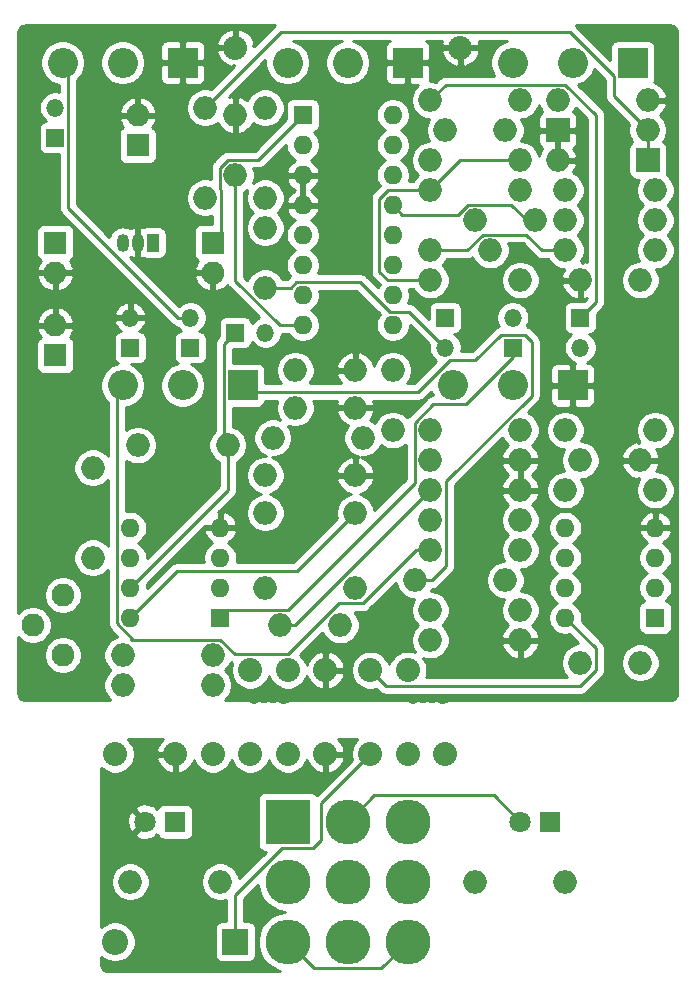
<source format=gbr>
G04 #@! TF.GenerationSoftware,KiCad,Pcbnew,(5.1.6-0-10_14)*
G04 #@! TF.CreationDate,2020-09-02T19:49:47+02:00*
G04 #@! TF.ProjectId,mag-echo,6d61672d-6563-4686-9f2e-6b696361645f,rev?*
G04 #@! TF.SameCoordinates,Original*
G04 #@! TF.FileFunction,Copper,L2,Bot*
G04 #@! TF.FilePolarity,Positive*
%FSLAX46Y46*%
G04 Gerber Fmt 4.6, Leading zero omitted, Abs format (unit mm)*
G04 Created by KiCad (PCBNEW (5.1.6-0-10_14)) date 2020-09-02 19:49:47*
%MOMM*%
%LPD*%
G01*
G04 APERTURE LIST*
G04 #@! TA.AperFunction,ComponentPad*
%ADD10C,1.800000*%
G04 #@! TD*
G04 #@! TA.AperFunction,ComponentPad*
%ADD11R,1.800000X1.800000*%
G04 #@! TD*
G04 #@! TA.AperFunction,ComponentPad*
%ADD12O,1.930400X1.930400*%
G04 #@! TD*
G04 #@! TA.AperFunction,ComponentPad*
%ADD13R,1.930400X1.930400*%
G04 #@! TD*
G04 #@! TA.AperFunction,ComponentPad*
%ADD14R,1.050000X1.500000*%
G04 #@! TD*
G04 #@! TA.AperFunction,ComponentPad*
%ADD15O,1.050000X1.500000*%
G04 #@! TD*
G04 #@! TA.AperFunction,ComponentPad*
%ADD16O,1.600000X1.600000*%
G04 #@! TD*
G04 #@! TA.AperFunction,ComponentPad*
%ADD17R,1.600000X1.600000*%
G04 #@! TD*
G04 #@! TA.AperFunction,ComponentPad*
%ADD18R,3.816000X3.816000*%
G04 #@! TD*
G04 #@! TA.AperFunction,ComponentPad*
%ADD19O,3.816000X3.816000*%
G04 #@! TD*
G04 #@! TA.AperFunction,ComponentPad*
%ADD20O,2.540000X2.540000*%
G04 #@! TD*
G04 #@! TA.AperFunction,ComponentPad*
%ADD21R,2.540000X2.540000*%
G04 #@! TD*
G04 #@! TA.AperFunction,ComponentPad*
%ADD22O,2.000000X2.000000*%
G04 #@! TD*
G04 #@! TA.AperFunction,ComponentPad*
%ADD23O,2.032000X2.032000*%
G04 #@! TD*
G04 #@! TA.AperFunction,ComponentPad*
%ADD24O,2.200000X2.200000*%
G04 #@! TD*
G04 #@! TA.AperFunction,ComponentPad*
%ADD25R,2.200000X2.200000*%
G04 #@! TD*
G04 #@! TA.AperFunction,ComponentPad*
%ADD26R,2.000000X2.000000*%
G04 #@! TD*
G04 #@! TA.AperFunction,ComponentPad*
%ADD27O,1.508000X1.508000*%
G04 #@! TD*
G04 #@! TA.AperFunction,ComponentPad*
%ADD28R,1.508000X1.508000*%
G04 #@! TD*
G04 #@! TA.AperFunction,Conductor*
%ADD29C,0.250000*%
G04 #@! TD*
G04 #@! TA.AperFunction,Conductor*
%ADD30C,0.254000*%
G04 #@! TD*
G04 APERTURE END LIST*
D10*
X41275000Y-151257000D03*
D11*
X43815000Y-151257000D03*
D10*
X73025000Y-151257000D03*
D11*
X75565000Y-151257000D03*
D12*
X33655000Y-109220000D03*
D13*
X33655000Y-111760000D03*
D12*
X46990000Y-104775000D03*
D13*
X46990000Y-102235000D03*
D12*
X33655000Y-104775000D03*
D13*
X33655000Y-102235000D03*
D12*
X40640000Y-91440000D03*
D13*
X40640000Y-93980000D03*
D14*
X41910000Y-102235000D03*
D15*
X39370000Y-102235000D03*
X40640000Y-102235000D03*
D16*
X76835000Y-133985000D03*
X84455000Y-126365000D03*
X76835000Y-131445000D03*
X84455000Y-128905000D03*
X76835000Y-128905000D03*
X84455000Y-131445000D03*
X76835000Y-126365000D03*
D17*
X84455000Y-133985000D03*
D16*
X62230000Y-91440000D03*
X54610000Y-109220000D03*
X62230000Y-93980000D03*
X54610000Y-106680000D03*
X62230000Y-96520000D03*
X54610000Y-104140000D03*
X62230000Y-99060000D03*
X54610000Y-101600000D03*
X62230000Y-101600000D03*
X54610000Y-99060000D03*
X62230000Y-104140000D03*
X54610000Y-96520000D03*
X62230000Y-106680000D03*
X54610000Y-93980000D03*
X62230000Y-109220000D03*
D17*
X54610000Y-91440000D03*
D16*
X40005000Y-133985000D03*
X47625000Y-126365000D03*
X40005000Y-131445000D03*
X47625000Y-128905000D03*
X40005000Y-128905000D03*
X47625000Y-131445000D03*
X40005000Y-126365000D03*
D17*
X47625000Y-133985000D03*
D18*
X53340000Y-151257000D03*
D19*
X53340000Y-156337000D03*
X53340000Y-161417000D03*
X58420000Y-151257000D03*
X58420000Y-156337000D03*
X58420000Y-161417000D03*
X63500000Y-151257000D03*
X63500000Y-156337000D03*
X63500000Y-161417000D03*
D20*
X67310000Y-114300000D03*
X72390000Y-114300000D03*
D21*
X77470000Y-114300000D03*
D20*
X72390000Y-86995000D03*
X77470000Y-86995000D03*
D21*
X82550000Y-86995000D03*
D20*
X39370000Y-114300000D03*
X44450000Y-114300000D03*
D21*
X49530000Y-114300000D03*
D20*
X53340000Y-86995000D03*
X58420000Y-86995000D03*
D21*
X63500000Y-86995000D03*
D20*
X34290000Y-86995000D03*
X39370000Y-86995000D03*
D21*
X44450000Y-86995000D03*
D12*
X34290000Y-132080000D03*
X31750000Y-134620000D03*
X34290000Y-137160000D03*
D22*
X59055000Y-121920000D03*
X51435000Y-121920000D03*
X51435000Y-125095000D03*
X59055000Y-125095000D03*
X83820000Y-90170000D03*
X76200000Y-90170000D03*
X65405000Y-90170000D03*
X73025000Y-90170000D03*
X84455000Y-123190000D03*
X76835000Y-123190000D03*
X65405000Y-133350000D03*
X73025000Y-133350000D03*
X76835000Y-156337000D03*
X69215000Y-156337000D03*
X73025000Y-135890000D03*
X65405000Y-135890000D03*
X65405000Y-125730000D03*
X73025000Y-125730000D03*
X71755000Y-130810000D03*
X64135000Y-130810000D03*
X47625000Y-156337000D03*
X40005000Y-156337000D03*
X84455000Y-118110000D03*
X76835000Y-118110000D03*
X65405000Y-97790000D03*
X73025000Y-97790000D03*
X84455000Y-100330000D03*
X76835000Y-100330000D03*
X76835000Y-102870000D03*
X84455000Y-102870000D03*
X73025000Y-128270000D03*
X65405000Y-128270000D03*
X73025000Y-95250000D03*
X65405000Y-95250000D03*
X84455000Y-97790000D03*
X76835000Y-97790000D03*
X51435000Y-98425000D03*
X51435000Y-90805000D03*
X46355000Y-90805000D03*
X46355000Y-98425000D03*
X52070000Y-118745000D03*
X59690000Y-118745000D03*
X65405000Y-105410000D03*
X73025000Y-105410000D03*
X73025000Y-120650000D03*
X65405000Y-120650000D03*
X36830000Y-128905000D03*
X36830000Y-121285000D03*
X65405000Y-118110000D03*
X73025000Y-118110000D03*
X73025000Y-123190000D03*
X65405000Y-123190000D03*
X39370000Y-139700000D03*
X46990000Y-139700000D03*
X59055000Y-131445000D03*
X51435000Y-131445000D03*
X46990000Y-137160000D03*
X39370000Y-137160000D03*
X40640000Y-119380000D03*
X48260000Y-119380000D03*
D23*
X48895000Y-85725000D03*
X60325000Y-138430000D03*
X56515000Y-145542000D03*
X43815000Y-145542000D03*
X66675000Y-145542000D03*
X50165000Y-138430000D03*
X63500000Y-145542000D03*
X60325000Y-145542000D03*
X38735000Y-145542000D03*
X50165000Y-145542000D03*
X46990000Y-145542000D03*
X53340000Y-145542000D03*
X56515000Y-138430000D03*
X67945000Y-85725000D03*
X63500000Y-138430000D03*
X53340000Y-138430000D03*
D24*
X38735000Y-161417000D03*
D25*
X48895000Y-161417000D03*
D26*
X83820000Y-95250000D03*
D22*
X76200000Y-95250000D03*
D26*
X76200000Y-92710000D03*
D22*
X83820000Y-92710000D03*
X83185000Y-120650000D03*
X78105000Y-120650000D03*
D27*
X78105000Y-111125000D03*
D28*
X78105000Y-108585000D03*
D22*
X48895000Y-91440000D03*
X48895000Y-96520000D03*
X62230000Y-113030000D03*
X62230000Y-118110000D03*
X59055000Y-113030000D03*
X53975000Y-113030000D03*
X70485000Y-102870000D03*
X65405000Y-102870000D03*
D27*
X40005000Y-108585000D03*
D28*
X40005000Y-111125000D03*
D22*
X78105000Y-105410000D03*
X83185000Y-105410000D03*
X78105000Y-137795000D03*
X83185000Y-137795000D03*
X66675000Y-92710000D03*
X71755000Y-92710000D03*
X74295000Y-100330000D03*
X69215000Y-100330000D03*
D27*
X66675000Y-111125000D03*
D28*
X66675000Y-108585000D03*
D22*
X59055000Y-116205000D03*
X53975000Y-116205000D03*
D27*
X45085000Y-108585000D03*
D28*
X45085000Y-111125000D03*
D22*
X51435000Y-106045000D03*
X51435000Y-100965000D03*
D27*
X33655000Y-90805000D03*
D28*
X33655000Y-93345000D03*
D27*
X72390000Y-108585000D03*
D28*
X72390000Y-111125000D03*
D27*
X51435000Y-109855000D03*
D28*
X48895000Y-109855000D03*
D22*
X52705000Y-134620000D03*
X57785000Y-134620000D03*
D29*
X53975000Y-134620000D02*
X52705000Y-134620000D01*
X65405000Y-123190000D02*
X53975000Y-134620000D01*
X48260000Y-123190000D02*
X40005000Y-131445000D01*
X48260000Y-119380000D02*
X48260000Y-123190000D01*
X47934999Y-119054999D02*
X48260000Y-119380000D01*
X47934999Y-110815001D02*
X47934999Y-119054999D01*
X48895000Y-109855000D02*
X47934999Y-110815001D01*
X72390000Y-111939398D02*
X72390000Y-111125000D01*
X65658997Y-115895001D02*
X68434397Y-115895001D01*
X64079999Y-117473999D02*
X65658997Y-115895001D01*
X64079999Y-122556001D02*
X64079999Y-117473999D01*
X68434397Y-115895001D02*
X72390000Y-111939398D01*
X53341001Y-133294999D02*
X64079999Y-122556001D01*
X48315001Y-133294999D02*
X53341001Y-133294999D01*
X47625000Y-133985000D02*
X48315001Y-133294999D01*
X63644999Y-108094999D02*
X66675000Y-111125000D01*
X61979997Y-108094999D02*
X63644999Y-108094999D01*
X59439997Y-105554999D02*
X61979997Y-108094999D01*
X54069999Y-105554999D02*
X59439997Y-105554999D01*
X53579998Y-106045000D02*
X54069999Y-105554999D01*
X51435000Y-106045000D02*
X53579998Y-106045000D01*
X80954999Y-89844999D02*
X83820000Y-92710000D01*
X80954999Y-88119397D02*
X80954999Y-89844999D01*
X52776001Y-84383999D02*
X77219601Y-84383999D01*
X77219601Y-84383999D02*
X80954999Y-88119397D01*
X46355000Y-90805000D02*
X52776001Y-84383999D01*
X83820000Y-92710000D02*
X83820000Y-95250000D01*
X34734001Y-99300318D02*
X34734001Y-87439001D01*
X34734001Y-87439001D02*
X34290000Y-86995000D01*
X44018683Y-108585000D02*
X34734001Y-99300318D01*
X45085000Y-108585000D02*
X44018683Y-108585000D01*
X61834998Y-105410000D02*
X65405000Y-105410000D01*
X61104999Y-104680001D02*
X61834998Y-105410000D01*
X61104999Y-98519999D02*
X61104999Y-104680001D01*
X61834998Y-97790000D02*
X61104999Y-98519999D01*
X65405000Y-97790000D02*
X61834998Y-97790000D01*
X67945000Y-95250000D02*
X65405000Y-97790000D01*
X73025000Y-95250000D02*
X67945000Y-95250000D01*
X73603998Y-100330000D02*
X74295000Y-100330000D01*
X72278997Y-99004999D02*
X73603998Y-100330000D01*
X68578999Y-99004999D02*
X72278997Y-99004999D01*
X67723999Y-99859999D02*
X68578999Y-99004999D01*
X63029999Y-99859999D02*
X67723999Y-99859999D01*
X62230000Y-99060000D02*
X63029999Y-99859999D01*
X39370000Y-114300000D02*
X38879999Y-114790001D01*
X64191002Y-128270000D02*
X65405000Y-128270000D01*
X59691001Y-132770001D02*
X64191002Y-128270000D01*
X57673997Y-132770001D02*
X59691001Y-132770001D01*
X53354999Y-137088999D02*
X57673997Y-132770001D01*
X48880001Y-137088999D02*
X53354999Y-137088999D01*
X38879999Y-114790001D02*
X38879999Y-134475001D01*
X47626001Y-135834999D02*
X48880001Y-137088999D01*
X38879999Y-134475001D02*
X40239997Y-135834999D01*
X40060001Y-135834999D02*
X47626001Y-135834999D01*
X73548997Y-101544999D02*
X74873998Y-102870000D01*
X69848999Y-101544999D02*
X73548997Y-101544999D01*
X74873998Y-102870000D02*
X76835000Y-102870000D01*
X68523998Y-102870000D02*
X69848999Y-101544999D01*
X65405000Y-102870000D02*
X68523998Y-102870000D01*
X52648998Y-109220000D02*
X54610000Y-109220000D01*
X48895000Y-105466002D02*
X52648998Y-109220000D01*
X48895000Y-96520000D02*
X48895000Y-105466002D01*
X76836001Y-88844999D02*
X66730001Y-88844999D01*
X79430001Y-91438999D02*
X76836001Y-88844999D01*
X66730001Y-88844999D02*
X65405000Y-90170000D01*
X79430001Y-107259999D02*
X79430001Y-91438999D01*
X78105000Y-108585000D02*
X79430001Y-107259999D01*
X79430001Y-138431001D02*
X78090001Y-139771001D01*
X79430001Y-136580001D02*
X79430001Y-138431001D01*
X61666001Y-139771001D02*
X60325000Y-138430000D01*
X78090001Y-139771001D02*
X61666001Y-139771001D01*
X76835000Y-133985000D02*
X79430001Y-136580001D01*
X54119999Y-130030001D02*
X59055000Y-125095000D01*
X43959999Y-130030001D02*
X54119999Y-130030001D01*
X40005000Y-133985000D02*
X43959999Y-130030001D01*
X47680001Y-97788999D02*
X47680001Y-101544999D01*
X47680001Y-101544999D02*
X46990000Y-102235000D01*
X47569999Y-97678997D02*
X47680001Y-97788999D01*
X47569999Y-95883999D02*
X47569999Y-97678997D01*
X48258999Y-95194999D02*
X47569999Y-95883999D01*
X50855001Y-95194999D02*
X48258999Y-95194999D01*
X54610000Y-91440000D02*
X50855001Y-95194999D01*
X70791999Y-149023999D02*
X60653001Y-149023999D01*
X60653001Y-149023999D02*
X58420000Y-151257000D01*
X73025000Y-151257000D02*
X70791999Y-149023999D01*
X56186999Y-149680001D02*
X60325000Y-145542000D01*
X55508001Y-153490001D02*
X56186999Y-152811003D01*
X52882157Y-153490001D02*
X55508001Y-153490001D01*
X48895000Y-157477158D02*
X52882157Y-153490001D01*
X56186999Y-152811003D02*
X56186999Y-149680001D01*
X48895000Y-161417000D02*
X48895000Y-157477158D01*
X66730001Y-122443997D02*
X66730001Y-129629212D01*
X73985001Y-115188997D02*
X66730001Y-122443997D01*
X73985001Y-110626999D02*
X73985001Y-115188997D01*
X71375999Y-110045999D02*
X73404001Y-110045999D01*
X69217997Y-112204001D02*
X71375999Y-110045999D01*
X67045397Y-112204001D02*
X69217997Y-112204001D01*
X64369399Y-114879999D02*
X67045397Y-112204001D01*
X66730001Y-129629212D02*
X65549213Y-130810000D01*
X73404001Y-110045999D02*
X73985001Y-110626999D01*
X50109999Y-114879999D02*
X64369399Y-114879999D01*
X65549213Y-130810000D02*
X64135000Y-130810000D01*
X49530000Y-114300000D02*
X50109999Y-114879999D01*
X55573001Y-163650001D02*
X61266999Y-163650001D01*
X61266999Y-163650001D02*
X63500000Y-161417000D01*
X53340000Y-161417000D02*
X55573001Y-163650001D01*
D30*
G36*
X42604358Y-144419431D02*
G01*
X42408618Y-144677185D01*
X42266924Y-144968174D01*
X42209025Y-145159056D01*
X42328164Y-145415000D01*
X43688000Y-145415000D01*
X43688000Y-145395000D01*
X43942000Y-145395000D01*
X43942000Y-145415000D01*
X43962000Y-145415000D01*
X43962000Y-145669000D01*
X43942000Y-145669000D01*
X43942000Y-147029362D01*
X44197945Y-147147978D01*
X44503898Y-147042411D01*
X44783377Y-146879184D01*
X45025642Y-146664569D01*
X45221382Y-146406815D01*
X45363076Y-146115826D01*
X45397936Y-146000900D01*
X45402447Y-146023579D01*
X45526903Y-146324042D01*
X45707585Y-146594451D01*
X45937549Y-146824415D01*
X46207958Y-147005097D01*
X46508421Y-147129553D01*
X46827391Y-147193000D01*
X47152609Y-147193000D01*
X47471579Y-147129553D01*
X47772042Y-147005097D01*
X48042451Y-146824415D01*
X48272415Y-146594451D01*
X48453097Y-146324042D01*
X48577500Y-146023707D01*
X48701903Y-146324042D01*
X48882585Y-146594451D01*
X49112549Y-146824415D01*
X49382958Y-147005097D01*
X49683421Y-147129553D01*
X50002391Y-147193000D01*
X50327609Y-147193000D01*
X50646579Y-147129553D01*
X50947042Y-147005097D01*
X51217451Y-146824415D01*
X51447415Y-146594451D01*
X51628097Y-146324042D01*
X51752500Y-146023707D01*
X51876903Y-146324042D01*
X52057585Y-146594451D01*
X52287549Y-146824415D01*
X52557958Y-147005097D01*
X52858421Y-147129553D01*
X53177391Y-147193000D01*
X53502609Y-147193000D01*
X53821579Y-147129553D01*
X54122042Y-147005097D01*
X54392451Y-146824415D01*
X54622415Y-146594451D01*
X54803097Y-146324042D01*
X54927553Y-146023579D01*
X54932064Y-146000900D01*
X54966924Y-146115826D01*
X55108618Y-146406815D01*
X55304358Y-146664569D01*
X55546623Y-146879184D01*
X55826102Y-147042411D01*
X56132055Y-147147978D01*
X56388000Y-147029362D01*
X56388000Y-145669000D01*
X56642000Y-145669000D01*
X56642000Y-147029362D01*
X56897945Y-147147978D01*
X57203898Y-147042411D01*
X57483377Y-146879184D01*
X57725642Y-146664569D01*
X57921382Y-146406815D01*
X58063076Y-146115826D01*
X58120975Y-145924944D01*
X58001836Y-145669000D01*
X56642000Y-145669000D01*
X56388000Y-145669000D01*
X56368000Y-145669000D01*
X56368000Y-145415000D01*
X56388000Y-145415000D01*
X56388000Y-145395000D01*
X56642000Y-145395000D01*
X56642000Y-145415000D01*
X58001836Y-145415000D01*
X58120975Y-145159056D01*
X58063076Y-144968174D01*
X57921382Y-144677185D01*
X57725642Y-144419431D01*
X57587438Y-144297000D01*
X59235134Y-144297000D01*
X59042585Y-144489549D01*
X58861903Y-144759958D01*
X58737447Y-145060421D01*
X58674000Y-145379391D01*
X58674000Y-145704609D01*
X58737447Y-146023579D01*
X58746577Y-146045621D01*
X55785210Y-149006989D01*
X55778537Y-148994506D01*
X55699185Y-148897815D01*
X55602494Y-148818463D01*
X55492180Y-148759498D01*
X55372482Y-148723188D01*
X55248000Y-148710928D01*
X51432000Y-148710928D01*
X51307518Y-148723188D01*
X51187820Y-148759498D01*
X51077506Y-148818463D01*
X50980815Y-148897815D01*
X50901463Y-148994506D01*
X50842498Y-149104820D01*
X50806188Y-149224518D01*
X50793928Y-149349000D01*
X50793928Y-153165000D01*
X50806188Y-153289482D01*
X50842498Y-153409180D01*
X50901463Y-153519494D01*
X50980815Y-153616185D01*
X51077506Y-153695537D01*
X51187820Y-153754502D01*
X51307518Y-153790812D01*
X51432000Y-153803072D01*
X51494284Y-153803072D01*
X49237003Y-156060354D01*
X49197168Y-155860088D01*
X49073918Y-155562537D01*
X48894987Y-155294748D01*
X48667252Y-155067013D01*
X48399463Y-154888082D01*
X48101912Y-154764832D01*
X47786033Y-154702000D01*
X47463967Y-154702000D01*
X47148088Y-154764832D01*
X46850537Y-154888082D01*
X46582748Y-155067013D01*
X46355013Y-155294748D01*
X46176082Y-155562537D01*
X46052832Y-155860088D01*
X45990000Y-156175967D01*
X45990000Y-156498033D01*
X46052832Y-156813912D01*
X46176082Y-157111463D01*
X46355013Y-157379252D01*
X46582748Y-157606987D01*
X46850537Y-157785918D01*
X47148088Y-157909168D01*
X47463967Y-157972000D01*
X47786033Y-157972000D01*
X48101912Y-157909168D01*
X48135001Y-157895462D01*
X48135000Y-159678928D01*
X47795000Y-159678928D01*
X47670518Y-159691188D01*
X47550820Y-159727498D01*
X47440506Y-159786463D01*
X47343815Y-159865815D01*
X47264463Y-159962506D01*
X47205498Y-160072820D01*
X47169188Y-160192518D01*
X47156928Y-160317000D01*
X47156928Y-162517000D01*
X47169188Y-162641482D01*
X47205498Y-162761180D01*
X47264463Y-162871494D01*
X47343815Y-162968185D01*
X47440506Y-163047537D01*
X47550820Y-163106502D01*
X47670518Y-163142812D01*
X47795000Y-163155072D01*
X49995000Y-163155072D01*
X50119482Y-163142812D01*
X50239180Y-163106502D01*
X50349494Y-163047537D01*
X50446185Y-162968185D01*
X50525537Y-162871494D01*
X50584502Y-162761180D01*
X50620812Y-162641482D01*
X50633072Y-162517000D01*
X50633072Y-160317000D01*
X50620812Y-160192518D01*
X50584502Y-160072820D01*
X50525537Y-159962506D01*
X50446185Y-159865815D01*
X50349494Y-159786463D01*
X50239180Y-159727498D01*
X50119482Y-159691188D01*
X49995000Y-159678928D01*
X49655000Y-159678928D01*
X49655000Y-157791959D01*
X50807369Y-156639591D01*
X50894727Y-157078766D01*
X51086423Y-157541562D01*
X51364723Y-157958068D01*
X51718932Y-158312277D01*
X52135438Y-158590577D01*
X52598234Y-158782273D01*
X53074454Y-158877000D01*
X52598234Y-158971727D01*
X52135438Y-159163423D01*
X51718932Y-159441723D01*
X51364723Y-159795932D01*
X51086423Y-160212438D01*
X50894727Y-160675234D01*
X50797000Y-161166536D01*
X50797000Y-161667464D01*
X50894727Y-162158766D01*
X51086423Y-162621562D01*
X51364723Y-163038068D01*
X51718932Y-163392277D01*
X52135438Y-163670577D01*
X52598234Y-163862273D01*
X52697407Y-163882000D01*
X38134720Y-163882000D01*
X37991891Y-163867995D01*
X37887901Y-163836599D01*
X37791987Y-163785601D01*
X37707801Y-163716941D01*
X37638561Y-163633243D01*
X37586895Y-163537689D01*
X37554773Y-163433922D01*
X37540000Y-163293359D01*
X37540000Y-162675661D01*
X37629002Y-162764663D01*
X37913169Y-162954537D01*
X38228919Y-163085325D01*
X38564117Y-163152000D01*
X38905883Y-163152000D01*
X39241081Y-163085325D01*
X39556831Y-162954537D01*
X39840998Y-162764663D01*
X40082663Y-162522998D01*
X40272537Y-162238831D01*
X40403325Y-161923081D01*
X40470000Y-161587883D01*
X40470000Y-161246117D01*
X40403325Y-160910919D01*
X40272537Y-160595169D01*
X40082663Y-160311002D01*
X39840998Y-160069337D01*
X39556831Y-159879463D01*
X39241081Y-159748675D01*
X38905883Y-159682000D01*
X38564117Y-159682000D01*
X38228919Y-159748675D01*
X37913169Y-159879463D01*
X37629002Y-160069337D01*
X37540000Y-160158339D01*
X37540000Y-156175967D01*
X38370000Y-156175967D01*
X38370000Y-156498033D01*
X38432832Y-156813912D01*
X38556082Y-157111463D01*
X38735013Y-157379252D01*
X38962748Y-157606987D01*
X39230537Y-157785918D01*
X39528088Y-157909168D01*
X39843967Y-157972000D01*
X40166033Y-157972000D01*
X40481912Y-157909168D01*
X40779463Y-157785918D01*
X41047252Y-157606987D01*
X41274987Y-157379252D01*
X41453918Y-157111463D01*
X41577168Y-156813912D01*
X41640000Y-156498033D01*
X41640000Y-156175967D01*
X41577168Y-155860088D01*
X41453918Y-155562537D01*
X41274987Y-155294748D01*
X41047252Y-155067013D01*
X40779463Y-154888082D01*
X40481912Y-154764832D01*
X40166033Y-154702000D01*
X39843967Y-154702000D01*
X39528088Y-154764832D01*
X39230537Y-154888082D01*
X38962748Y-155067013D01*
X38735013Y-155294748D01*
X38556082Y-155562537D01*
X38432832Y-155860088D01*
X38370000Y-156175967D01*
X37540000Y-156175967D01*
X37540000Y-151323553D01*
X39734009Y-151323553D01*
X39776603Y-151622907D01*
X39876778Y-151908199D01*
X39956739Y-152057792D01*
X40210920Y-152141475D01*
X41095395Y-151257000D01*
X40210920Y-150372525D01*
X39956739Y-150456208D01*
X39825842Y-150728775D01*
X39750635Y-151021642D01*
X39734009Y-151323553D01*
X37540000Y-151323553D01*
X37540000Y-150192920D01*
X40390525Y-150192920D01*
X41275000Y-151077395D01*
X41289143Y-151063253D01*
X41468748Y-151242858D01*
X41454605Y-151257000D01*
X41468748Y-151271143D01*
X41289143Y-151450748D01*
X41275000Y-151436605D01*
X40390525Y-152321080D01*
X40474208Y-152575261D01*
X40746775Y-152706158D01*
X41039642Y-152781365D01*
X41341553Y-152797991D01*
X41640907Y-152755397D01*
X41926199Y-152655222D01*
X42075792Y-152575261D01*
X42159474Y-152321082D01*
X42275422Y-152437030D01*
X42322187Y-152390265D01*
X42325498Y-152401180D01*
X42384463Y-152511494D01*
X42463815Y-152608185D01*
X42560506Y-152687537D01*
X42670820Y-152746502D01*
X42790518Y-152782812D01*
X42915000Y-152795072D01*
X44715000Y-152795072D01*
X44839482Y-152782812D01*
X44959180Y-152746502D01*
X45069494Y-152687537D01*
X45166185Y-152608185D01*
X45245537Y-152511494D01*
X45304502Y-152401180D01*
X45340812Y-152281482D01*
X45353072Y-152157000D01*
X45353072Y-150357000D01*
X45340812Y-150232518D01*
X45304502Y-150112820D01*
X45245537Y-150002506D01*
X45166185Y-149905815D01*
X45069494Y-149826463D01*
X44959180Y-149767498D01*
X44839482Y-149731188D01*
X44715000Y-149718928D01*
X42915000Y-149718928D01*
X42790518Y-149731188D01*
X42670820Y-149767498D01*
X42560506Y-149826463D01*
X42463815Y-149905815D01*
X42384463Y-150002506D01*
X42325498Y-150112820D01*
X42322187Y-150123735D01*
X42275422Y-150076970D01*
X42159474Y-150192918D01*
X42075792Y-149938739D01*
X41803225Y-149807842D01*
X41510358Y-149732635D01*
X41208447Y-149716009D01*
X40909093Y-149758603D01*
X40623801Y-149858778D01*
X40474208Y-149938739D01*
X40390525Y-150192920D01*
X37540000Y-150192920D01*
X37540000Y-146681866D01*
X37682549Y-146824415D01*
X37952958Y-147005097D01*
X38253421Y-147129553D01*
X38572391Y-147193000D01*
X38897609Y-147193000D01*
X39216579Y-147129553D01*
X39517042Y-147005097D01*
X39787451Y-146824415D01*
X40017415Y-146594451D01*
X40198097Y-146324042D01*
X40322553Y-146023579D01*
X40342172Y-145924944D01*
X42209025Y-145924944D01*
X42266924Y-146115826D01*
X42408618Y-146406815D01*
X42604358Y-146664569D01*
X42846623Y-146879184D01*
X43126102Y-147042411D01*
X43432055Y-147147978D01*
X43688000Y-147029362D01*
X43688000Y-145669000D01*
X42328164Y-145669000D01*
X42209025Y-145924944D01*
X40342172Y-145924944D01*
X40386000Y-145704609D01*
X40386000Y-145379391D01*
X40322553Y-145060421D01*
X40198097Y-144759958D01*
X40017415Y-144489549D01*
X39824866Y-144297000D01*
X42742562Y-144297000D01*
X42604358Y-144419431D01*
G37*
X42604358Y-144419431D02*
X42408618Y-144677185D01*
X42266924Y-144968174D01*
X42209025Y-145159056D01*
X42328164Y-145415000D01*
X43688000Y-145415000D01*
X43688000Y-145395000D01*
X43942000Y-145395000D01*
X43942000Y-145415000D01*
X43962000Y-145415000D01*
X43962000Y-145669000D01*
X43942000Y-145669000D01*
X43942000Y-147029362D01*
X44197945Y-147147978D01*
X44503898Y-147042411D01*
X44783377Y-146879184D01*
X45025642Y-146664569D01*
X45221382Y-146406815D01*
X45363076Y-146115826D01*
X45397936Y-146000900D01*
X45402447Y-146023579D01*
X45526903Y-146324042D01*
X45707585Y-146594451D01*
X45937549Y-146824415D01*
X46207958Y-147005097D01*
X46508421Y-147129553D01*
X46827391Y-147193000D01*
X47152609Y-147193000D01*
X47471579Y-147129553D01*
X47772042Y-147005097D01*
X48042451Y-146824415D01*
X48272415Y-146594451D01*
X48453097Y-146324042D01*
X48577500Y-146023707D01*
X48701903Y-146324042D01*
X48882585Y-146594451D01*
X49112549Y-146824415D01*
X49382958Y-147005097D01*
X49683421Y-147129553D01*
X50002391Y-147193000D01*
X50327609Y-147193000D01*
X50646579Y-147129553D01*
X50947042Y-147005097D01*
X51217451Y-146824415D01*
X51447415Y-146594451D01*
X51628097Y-146324042D01*
X51752500Y-146023707D01*
X51876903Y-146324042D01*
X52057585Y-146594451D01*
X52287549Y-146824415D01*
X52557958Y-147005097D01*
X52858421Y-147129553D01*
X53177391Y-147193000D01*
X53502609Y-147193000D01*
X53821579Y-147129553D01*
X54122042Y-147005097D01*
X54392451Y-146824415D01*
X54622415Y-146594451D01*
X54803097Y-146324042D01*
X54927553Y-146023579D01*
X54932064Y-146000900D01*
X54966924Y-146115826D01*
X55108618Y-146406815D01*
X55304358Y-146664569D01*
X55546623Y-146879184D01*
X55826102Y-147042411D01*
X56132055Y-147147978D01*
X56388000Y-147029362D01*
X56388000Y-145669000D01*
X56642000Y-145669000D01*
X56642000Y-147029362D01*
X56897945Y-147147978D01*
X57203898Y-147042411D01*
X57483377Y-146879184D01*
X57725642Y-146664569D01*
X57921382Y-146406815D01*
X58063076Y-146115826D01*
X58120975Y-145924944D01*
X58001836Y-145669000D01*
X56642000Y-145669000D01*
X56388000Y-145669000D01*
X56368000Y-145669000D01*
X56368000Y-145415000D01*
X56388000Y-145415000D01*
X56388000Y-145395000D01*
X56642000Y-145395000D01*
X56642000Y-145415000D01*
X58001836Y-145415000D01*
X58120975Y-145159056D01*
X58063076Y-144968174D01*
X57921382Y-144677185D01*
X57725642Y-144419431D01*
X57587438Y-144297000D01*
X59235134Y-144297000D01*
X59042585Y-144489549D01*
X58861903Y-144759958D01*
X58737447Y-145060421D01*
X58674000Y-145379391D01*
X58674000Y-145704609D01*
X58737447Y-146023579D01*
X58746577Y-146045621D01*
X55785210Y-149006989D01*
X55778537Y-148994506D01*
X55699185Y-148897815D01*
X55602494Y-148818463D01*
X55492180Y-148759498D01*
X55372482Y-148723188D01*
X55248000Y-148710928D01*
X51432000Y-148710928D01*
X51307518Y-148723188D01*
X51187820Y-148759498D01*
X51077506Y-148818463D01*
X50980815Y-148897815D01*
X50901463Y-148994506D01*
X50842498Y-149104820D01*
X50806188Y-149224518D01*
X50793928Y-149349000D01*
X50793928Y-153165000D01*
X50806188Y-153289482D01*
X50842498Y-153409180D01*
X50901463Y-153519494D01*
X50980815Y-153616185D01*
X51077506Y-153695537D01*
X51187820Y-153754502D01*
X51307518Y-153790812D01*
X51432000Y-153803072D01*
X51494284Y-153803072D01*
X49237003Y-156060354D01*
X49197168Y-155860088D01*
X49073918Y-155562537D01*
X48894987Y-155294748D01*
X48667252Y-155067013D01*
X48399463Y-154888082D01*
X48101912Y-154764832D01*
X47786033Y-154702000D01*
X47463967Y-154702000D01*
X47148088Y-154764832D01*
X46850537Y-154888082D01*
X46582748Y-155067013D01*
X46355013Y-155294748D01*
X46176082Y-155562537D01*
X46052832Y-155860088D01*
X45990000Y-156175967D01*
X45990000Y-156498033D01*
X46052832Y-156813912D01*
X46176082Y-157111463D01*
X46355013Y-157379252D01*
X46582748Y-157606987D01*
X46850537Y-157785918D01*
X47148088Y-157909168D01*
X47463967Y-157972000D01*
X47786033Y-157972000D01*
X48101912Y-157909168D01*
X48135001Y-157895462D01*
X48135000Y-159678928D01*
X47795000Y-159678928D01*
X47670518Y-159691188D01*
X47550820Y-159727498D01*
X47440506Y-159786463D01*
X47343815Y-159865815D01*
X47264463Y-159962506D01*
X47205498Y-160072820D01*
X47169188Y-160192518D01*
X47156928Y-160317000D01*
X47156928Y-162517000D01*
X47169188Y-162641482D01*
X47205498Y-162761180D01*
X47264463Y-162871494D01*
X47343815Y-162968185D01*
X47440506Y-163047537D01*
X47550820Y-163106502D01*
X47670518Y-163142812D01*
X47795000Y-163155072D01*
X49995000Y-163155072D01*
X50119482Y-163142812D01*
X50239180Y-163106502D01*
X50349494Y-163047537D01*
X50446185Y-162968185D01*
X50525537Y-162871494D01*
X50584502Y-162761180D01*
X50620812Y-162641482D01*
X50633072Y-162517000D01*
X50633072Y-160317000D01*
X50620812Y-160192518D01*
X50584502Y-160072820D01*
X50525537Y-159962506D01*
X50446185Y-159865815D01*
X50349494Y-159786463D01*
X50239180Y-159727498D01*
X50119482Y-159691188D01*
X49995000Y-159678928D01*
X49655000Y-159678928D01*
X49655000Y-157791959D01*
X50807369Y-156639591D01*
X50894727Y-157078766D01*
X51086423Y-157541562D01*
X51364723Y-157958068D01*
X51718932Y-158312277D01*
X52135438Y-158590577D01*
X52598234Y-158782273D01*
X53074454Y-158877000D01*
X52598234Y-158971727D01*
X52135438Y-159163423D01*
X51718932Y-159441723D01*
X51364723Y-159795932D01*
X51086423Y-160212438D01*
X50894727Y-160675234D01*
X50797000Y-161166536D01*
X50797000Y-161667464D01*
X50894727Y-162158766D01*
X51086423Y-162621562D01*
X51364723Y-163038068D01*
X51718932Y-163392277D01*
X52135438Y-163670577D01*
X52598234Y-163862273D01*
X52697407Y-163882000D01*
X38134720Y-163882000D01*
X37991891Y-163867995D01*
X37887901Y-163836599D01*
X37791987Y-163785601D01*
X37707801Y-163716941D01*
X37638561Y-163633243D01*
X37586895Y-163537689D01*
X37554773Y-163433922D01*
X37540000Y-163293359D01*
X37540000Y-162675661D01*
X37629002Y-162764663D01*
X37913169Y-162954537D01*
X38228919Y-163085325D01*
X38564117Y-163152000D01*
X38905883Y-163152000D01*
X39241081Y-163085325D01*
X39556831Y-162954537D01*
X39840998Y-162764663D01*
X40082663Y-162522998D01*
X40272537Y-162238831D01*
X40403325Y-161923081D01*
X40470000Y-161587883D01*
X40470000Y-161246117D01*
X40403325Y-160910919D01*
X40272537Y-160595169D01*
X40082663Y-160311002D01*
X39840998Y-160069337D01*
X39556831Y-159879463D01*
X39241081Y-159748675D01*
X38905883Y-159682000D01*
X38564117Y-159682000D01*
X38228919Y-159748675D01*
X37913169Y-159879463D01*
X37629002Y-160069337D01*
X37540000Y-160158339D01*
X37540000Y-156175967D01*
X38370000Y-156175967D01*
X38370000Y-156498033D01*
X38432832Y-156813912D01*
X38556082Y-157111463D01*
X38735013Y-157379252D01*
X38962748Y-157606987D01*
X39230537Y-157785918D01*
X39528088Y-157909168D01*
X39843967Y-157972000D01*
X40166033Y-157972000D01*
X40481912Y-157909168D01*
X40779463Y-157785918D01*
X41047252Y-157606987D01*
X41274987Y-157379252D01*
X41453918Y-157111463D01*
X41577168Y-156813912D01*
X41640000Y-156498033D01*
X41640000Y-156175967D01*
X41577168Y-155860088D01*
X41453918Y-155562537D01*
X41274987Y-155294748D01*
X41047252Y-155067013D01*
X40779463Y-154888082D01*
X40481912Y-154764832D01*
X40166033Y-154702000D01*
X39843967Y-154702000D01*
X39528088Y-154764832D01*
X39230537Y-154888082D01*
X38962748Y-155067013D01*
X38735013Y-155294748D01*
X38556082Y-155562537D01*
X38432832Y-155860088D01*
X38370000Y-156175967D01*
X37540000Y-156175967D01*
X37540000Y-151323553D01*
X39734009Y-151323553D01*
X39776603Y-151622907D01*
X39876778Y-151908199D01*
X39956739Y-152057792D01*
X40210920Y-152141475D01*
X41095395Y-151257000D01*
X40210920Y-150372525D01*
X39956739Y-150456208D01*
X39825842Y-150728775D01*
X39750635Y-151021642D01*
X39734009Y-151323553D01*
X37540000Y-151323553D01*
X37540000Y-150192920D01*
X40390525Y-150192920D01*
X41275000Y-151077395D01*
X41289143Y-151063253D01*
X41468748Y-151242858D01*
X41454605Y-151257000D01*
X41468748Y-151271143D01*
X41289143Y-151450748D01*
X41275000Y-151436605D01*
X40390525Y-152321080D01*
X40474208Y-152575261D01*
X40746775Y-152706158D01*
X41039642Y-152781365D01*
X41341553Y-152797991D01*
X41640907Y-152755397D01*
X41926199Y-152655222D01*
X42075792Y-152575261D01*
X42159474Y-152321082D01*
X42275422Y-152437030D01*
X42322187Y-152390265D01*
X42325498Y-152401180D01*
X42384463Y-152511494D01*
X42463815Y-152608185D01*
X42560506Y-152687537D01*
X42670820Y-152746502D01*
X42790518Y-152782812D01*
X42915000Y-152795072D01*
X44715000Y-152795072D01*
X44839482Y-152782812D01*
X44959180Y-152746502D01*
X45069494Y-152687537D01*
X45166185Y-152608185D01*
X45245537Y-152511494D01*
X45304502Y-152401180D01*
X45340812Y-152281482D01*
X45353072Y-152157000D01*
X45353072Y-150357000D01*
X45340812Y-150232518D01*
X45304502Y-150112820D01*
X45245537Y-150002506D01*
X45166185Y-149905815D01*
X45069494Y-149826463D01*
X44959180Y-149767498D01*
X44839482Y-149731188D01*
X44715000Y-149718928D01*
X42915000Y-149718928D01*
X42790518Y-149731188D01*
X42670820Y-149767498D01*
X42560506Y-149826463D01*
X42463815Y-149905815D01*
X42384463Y-150002506D01*
X42325498Y-150112820D01*
X42322187Y-150123735D01*
X42275422Y-150076970D01*
X42159474Y-150192918D01*
X42075792Y-149938739D01*
X41803225Y-149807842D01*
X41510358Y-149732635D01*
X41208447Y-149716009D01*
X40909093Y-149758603D01*
X40623801Y-149858778D01*
X40474208Y-149938739D01*
X40390525Y-150192920D01*
X37540000Y-150192920D01*
X37540000Y-146681866D01*
X37682549Y-146824415D01*
X37952958Y-147005097D01*
X38253421Y-147129553D01*
X38572391Y-147193000D01*
X38897609Y-147193000D01*
X39216579Y-147129553D01*
X39517042Y-147005097D01*
X39787451Y-146824415D01*
X40017415Y-146594451D01*
X40198097Y-146324042D01*
X40322553Y-146023579D01*
X40342172Y-145924944D01*
X42209025Y-145924944D01*
X42266924Y-146115826D01*
X42408618Y-146406815D01*
X42604358Y-146664569D01*
X42846623Y-146879184D01*
X43126102Y-147042411D01*
X43432055Y-147147978D01*
X43688000Y-147029362D01*
X43688000Y-145669000D01*
X42328164Y-145669000D01*
X42209025Y-145924944D01*
X40342172Y-145924944D01*
X40386000Y-145704609D01*
X40386000Y-145379391D01*
X40322553Y-145060421D01*
X40198097Y-144759958D01*
X40017415Y-144489549D01*
X39824866Y-144297000D01*
X42742562Y-144297000D01*
X42604358Y-144419431D01*
G36*
X58547000Y-156210000D02*
G01*
X58567000Y-156210000D01*
X58567000Y-156464000D01*
X58547000Y-156464000D01*
X58547000Y-156484000D01*
X58293000Y-156484000D01*
X58293000Y-156464000D01*
X58273000Y-156464000D01*
X58273000Y-156210000D01*
X58293000Y-156210000D01*
X58293000Y-156190000D01*
X58547000Y-156190000D01*
X58547000Y-156210000D01*
G37*
X58547000Y-156210000D02*
X58567000Y-156210000D01*
X58567000Y-156464000D01*
X58547000Y-156464000D01*
X58547000Y-156484000D01*
X58293000Y-156484000D01*
X58293000Y-156464000D01*
X58273000Y-156464000D01*
X58273000Y-156210000D01*
X58293000Y-156210000D01*
X58293000Y-156190000D01*
X58547000Y-156190000D01*
X58547000Y-156210000D01*
G36*
X85842869Y-83859722D02*
G01*
X85956246Y-83893953D01*
X86060819Y-83949555D01*
X86152596Y-84024407D01*
X86228091Y-84115664D01*
X86284419Y-84219844D01*
X86319440Y-84332976D01*
X86335000Y-84481022D01*
X86335001Y-140302711D01*
X86320278Y-140452869D01*
X86286047Y-140566246D01*
X86230446Y-140670817D01*
X86155594Y-140762595D01*
X86064335Y-140838091D01*
X85960160Y-140894419D01*
X85847024Y-140929440D01*
X85698979Y-140945000D01*
X67150581Y-140945000D01*
X67117593Y-140948249D01*
X67104409Y-140948249D01*
X67095244Y-140949212D01*
X66898192Y-140971315D01*
X66839699Y-140983749D01*
X66781003Y-140995370D01*
X66772200Y-140998096D01*
X66583193Y-141058052D01*
X66528249Y-141081600D01*
X66472900Y-141104414D01*
X66464794Y-141108797D01*
X66403594Y-141142442D01*
X66320205Y-141086723D01*
X66159145Y-141020010D01*
X65988165Y-140986000D01*
X65813835Y-140986000D01*
X65642855Y-141020010D01*
X65526000Y-141068413D01*
X65409145Y-141020010D01*
X65238165Y-140986000D01*
X65063835Y-140986000D01*
X64892855Y-141020010D01*
X64776000Y-141068413D01*
X64659145Y-141020010D01*
X64488165Y-140986000D01*
X64313835Y-140986000D01*
X64142855Y-141020010D01*
X63981795Y-141086723D01*
X63898173Y-141142598D01*
X63816020Y-141098916D01*
X63760725Y-141076125D01*
X63705730Y-141052554D01*
X63696927Y-141049829D01*
X63507100Y-140992518D01*
X63448420Y-140980900D01*
X63389913Y-140968463D01*
X63380748Y-140967500D01*
X63183406Y-140948150D01*
X63183402Y-140948150D01*
X63151419Y-140945000D01*
X53688581Y-140945000D01*
X53655593Y-140948249D01*
X53642409Y-140948249D01*
X53633244Y-140949212D01*
X53436192Y-140971315D01*
X53377699Y-140983749D01*
X53319003Y-140995370D01*
X53310200Y-140998096D01*
X53121193Y-141058052D01*
X53066249Y-141081600D01*
X53010900Y-141104414D01*
X53002794Y-141108797D01*
X52941594Y-141142442D01*
X52858205Y-141086723D01*
X52697145Y-141020010D01*
X52526165Y-140986000D01*
X52351835Y-140986000D01*
X52180855Y-141020010D01*
X52064000Y-141068413D01*
X51947145Y-141020010D01*
X51776165Y-140986000D01*
X51601835Y-140986000D01*
X51430855Y-141020010D01*
X51314000Y-141068413D01*
X51197145Y-141020010D01*
X51026165Y-140986000D01*
X50851835Y-140986000D01*
X50680855Y-141020010D01*
X50519795Y-141086723D01*
X50436173Y-141142598D01*
X50354020Y-141098916D01*
X50298725Y-141076125D01*
X50243730Y-141052554D01*
X50234927Y-141049829D01*
X50045100Y-140992518D01*
X49986420Y-140980900D01*
X49927913Y-140968463D01*
X49918748Y-140967500D01*
X49721406Y-140948150D01*
X49721402Y-140948150D01*
X49689419Y-140945000D01*
X48057239Y-140945000D01*
X48259987Y-140742252D01*
X48438918Y-140474463D01*
X48562168Y-140176912D01*
X48625000Y-139861033D01*
X48625000Y-139538967D01*
X48562168Y-139223088D01*
X48438918Y-138925537D01*
X48259987Y-138657748D01*
X48032252Y-138430013D01*
X48032233Y-138430000D01*
X48032252Y-138429987D01*
X48259987Y-138202252D01*
X48438918Y-137934463D01*
X48513348Y-137754774D01*
X48587754Y-137794545D01*
X48635221Y-137808944D01*
X48577447Y-137948421D01*
X48514000Y-138267391D01*
X48514000Y-138592609D01*
X48577447Y-138911579D01*
X48701903Y-139212042D01*
X48882585Y-139482451D01*
X49112549Y-139712415D01*
X49382958Y-139893097D01*
X49683421Y-140017553D01*
X50002391Y-140081000D01*
X50327609Y-140081000D01*
X50646579Y-140017553D01*
X50947042Y-139893097D01*
X51217451Y-139712415D01*
X51447415Y-139482451D01*
X51628097Y-139212042D01*
X51752500Y-138911707D01*
X51876903Y-139212042D01*
X52057585Y-139482451D01*
X52287549Y-139712415D01*
X52557958Y-139893097D01*
X52858421Y-140017553D01*
X53177391Y-140081000D01*
X53502609Y-140081000D01*
X53821579Y-140017553D01*
X54122042Y-139893097D01*
X54392451Y-139712415D01*
X54622415Y-139482451D01*
X54803097Y-139212042D01*
X54927553Y-138911579D01*
X54932064Y-138888900D01*
X54966924Y-139003826D01*
X55108618Y-139294815D01*
X55304358Y-139552569D01*
X55546623Y-139767184D01*
X55826102Y-139930411D01*
X56132055Y-140035978D01*
X56388000Y-139917362D01*
X56388000Y-138557000D01*
X56642000Y-138557000D01*
X56642000Y-139917362D01*
X56897945Y-140035978D01*
X57203898Y-139930411D01*
X57483377Y-139767184D01*
X57725642Y-139552569D01*
X57921382Y-139294815D01*
X58063076Y-139003826D01*
X58120975Y-138812944D01*
X58001836Y-138557000D01*
X56642000Y-138557000D01*
X56388000Y-138557000D01*
X56368000Y-138557000D01*
X56368000Y-138303000D01*
X56388000Y-138303000D01*
X56388000Y-136942638D01*
X56642000Y-136942638D01*
X56642000Y-138303000D01*
X58001836Y-138303000D01*
X58120975Y-138047056D01*
X58063076Y-137856174D01*
X57921382Y-137565185D01*
X57725642Y-137307431D01*
X57483377Y-137092816D01*
X57203898Y-136929589D01*
X56897945Y-136824022D01*
X56642000Y-136942638D01*
X56388000Y-136942638D01*
X56132055Y-136824022D01*
X55826102Y-136929589D01*
X55546623Y-137092816D01*
X55304358Y-137307431D01*
X55108618Y-137565185D01*
X54966924Y-137856174D01*
X54932064Y-137971100D01*
X54927553Y-137948421D01*
X54803097Y-137647958D01*
X54622415Y-137377549D01*
X54392451Y-137147585D01*
X54379720Y-137139079D01*
X56274063Y-135244736D01*
X56336082Y-135394463D01*
X56515013Y-135662252D01*
X56742748Y-135889987D01*
X57010537Y-136068918D01*
X57308088Y-136192168D01*
X57623967Y-136255000D01*
X57946033Y-136255000D01*
X58261912Y-136192168D01*
X58559463Y-136068918D01*
X58827252Y-135889987D01*
X59054987Y-135662252D01*
X59233918Y-135394463D01*
X59357168Y-135096912D01*
X59420000Y-134781033D01*
X59420000Y-134458967D01*
X59357168Y-134143088D01*
X59233918Y-133845537D01*
X59054987Y-133577748D01*
X59007240Y-133530001D01*
X59653679Y-133530001D01*
X59691001Y-133533677D01*
X59728323Y-133530001D01*
X59728334Y-133530001D01*
X59839987Y-133519004D01*
X59983248Y-133475547D01*
X60115277Y-133404975D01*
X60231002Y-133310002D01*
X60254805Y-133280998D01*
X62510746Y-131025058D01*
X62562832Y-131286912D01*
X62686082Y-131584463D01*
X62865013Y-131852252D01*
X63092748Y-132079987D01*
X63360537Y-132258918D01*
X63658088Y-132382168D01*
X63973967Y-132445000D01*
X64043304Y-132445000D01*
X63956082Y-132575537D01*
X63832832Y-132873088D01*
X63770000Y-133188967D01*
X63770000Y-133511033D01*
X63832832Y-133826912D01*
X63956082Y-134124463D01*
X64135013Y-134392252D01*
X64362748Y-134619987D01*
X64362767Y-134620000D01*
X64362748Y-134620013D01*
X64135013Y-134847748D01*
X63956082Y-135115537D01*
X63832832Y-135413088D01*
X63770000Y-135728967D01*
X63770000Y-136051033D01*
X63832832Y-136366912D01*
X63956082Y-136664463D01*
X64110761Y-136895956D01*
X63981579Y-136842447D01*
X63662609Y-136779000D01*
X63337391Y-136779000D01*
X63018421Y-136842447D01*
X62717958Y-136966903D01*
X62447549Y-137147585D01*
X62217585Y-137377549D01*
X62036903Y-137647958D01*
X61912500Y-137948293D01*
X61788097Y-137647958D01*
X61607415Y-137377549D01*
X61377451Y-137147585D01*
X61107042Y-136966903D01*
X60806579Y-136842447D01*
X60487609Y-136779000D01*
X60162391Y-136779000D01*
X59843421Y-136842447D01*
X59542958Y-136966903D01*
X59272549Y-137147585D01*
X59042585Y-137377549D01*
X58861903Y-137647958D01*
X58737447Y-137948421D01*
X58674000Y-138267391D01*
X58674000Y-138592609D01*
X58737447Y-138911579D01*
X58861903Y-139212042D01*
X59042585Y-139482451D01*
X59272549Y-139712415D01*
X59542958Y-139893097D01*
X59843421Y-140017553D01*
X60162391Y-140081000D01*
X60487609Y-140081000D01*
X60806579Y-140017553D01*
X60828621Y-140008423D01*
X61102202Y-140282004D01*
X61126000Y-140311002D01*
X61241725Y-140405975D01*
X61373754Y-140476547D01*
X61517015Y-140520004D01*
X61628668Y-140531001D01*
X61628678Y-140531001D01*
X61666001Y-140534677D01*
X61703324Y-140531001D01*
X78052679Y-140531001D01*
X78090001Y-140534677D01*
X78127323Y-140531001D01*
X78127334Y-140531001D01*
X78238987Y-140520004D01*
X78382248Y-140476547D01*
X78514277Y-140405975D01*
X78630002Y-140311002D01*
X78653805Y-140281998D01*
X79941004Y-138994800D01*
X79970002Y-138971002D01*
X80064975Y-138855277D01*
X80135547Y-138723248D01*
X80179004Y-138579987D01*
X80190001Y-138468334D01*
X80190001Y-138468325D01*
X80193677Y-138431002D01*
X80190001Y-138393679D01*
X80190001Y-137633967D01*
X81550000Y-137633967D01*
X81550000Y-137956033D01*
X81612832Y-138271912D01*
X81736082Y-138569463D01*
X81915013Y-138837252D01*
X82142748Y-139064987D01*
X82410537Y-139243918D01*
X82708088Y-139367168D01*
X83023967Y-139430000D01*
X83346033Y-139430000D01*
X83661912Y-139367168D01*
X83959463Y-139243918D01*
X84227252Y-139064987D01*
X84454987Y-138837252D01*
X84633918Y-138569463D01*
X84757168Y-138271912D01*
X84820000Y-137956033D01*
X84820000Y-137633967D01*
X84757168Y-137318088D01*
X84633918Y-137020537D01*
X84454987Y-136752748D01*
X84227252Y-136525013D01*
X83959463Y-136346082D01*
X83661912Y-136222832D01*
X83346033Y-136160000D01*
X83023967Y-136160000D01*
X82708088Y-136222832D01*
X82410537Y-136346082D01*
X82142748Y-136525013D01*
X81915013Y-136752748D01*
X81736082Y-137020537D01*
X81612832Y-137318088D01*
X81550000Y-137633967D01*
X80190001Y-137633967D01*
X80190001Y-136617334D01*
X80193678Y-136580001D01*
X80179004Y-136431015D01*
X80135547Y-136287754D01*
X80064975Y-136155725D01*
X79993800Y-136068998D01*
X79970002Y-136040000D01*
X79941005Y-136016203D01*
X78233688Y-134308886D01*
X78270000Y-134126335D01*
X78270000Y-133843665D01*
X78214853Y-133566426D01*
X78106680Y-133305273D01*
X78026317Y-133185000D01*
X83016928Y-133185000D01*
X83016928Y-134785000D01*
X83029188Y-134909482D01*
X83065498Y-135029180D01*
X83124463Y-135139494D01*
X83203815Y-135236185D01*
X83300506Y-135315537D01*
X83410820Y-135374502D01*
X83530518Y-135410812D01*
X83655000Y-135423072D01*
X85255000Y-135423072D01*
X85379482Y-135410812D01*
X85499180Y-135374502D01*
X85609494Y-135315537D01*
X85706185Y-135236185D01*
X85785537Y-135139494D01*
X85844502Y-135029180D01*
X85880812Y-134909482D01*
X85893072Y-134785000D01*
X85893072Y-133185000D01*
X85880812Y-133060518D01*
X85844502Y-132940820D01*
X85785537Y-132830506D01*
X85706185Y-132733815D01*
X85609494Y-132654463D01*
X85499180Y-132595498D01*
X85379482Y-132559188D01*
X85371039Y-132558357D01*
X85569637Y-132359759D01*
X85726680Y-132124727D01*
X85834853Y-131863574D01*
X85890000Y-131586335D01*
X85890000Y-131303665D01*
X85834853Y-131026426D01*
X85726680Y-130765273D01*
X85569637Y-130530241D01*
X85369759Y-130330363D01*
X85137241Y-130175000D01*
X85369759Y-130019637D01*
X85569637Y-129819759D01*
X85726680Y-129584727D01*
X85834853Y-129323574D01*
X85890000Y-129046335D01*
X85890000Y-128763665D01*
X85834853Y-128486426D01*
X85726680Y-128225273D01*
X85569637Y-127990241D01*
X85369759Y-127790363D01*
X85134727Y-127633320D01*
X85124135Y-127628933D01*
X85310131Y-127517385D01*
X85518519Y-127328414D01*
X85686037Y-127102420D01*
X85806246Y-126848087D01*
X85846904Y-126714039D01*
X85724915Y-126492000D01*
X84582000Y-126492000D01*
X84582000Y-126512000D01*
X84328000Y-126512000D01*
X84328000Y-126492000D01*
X83185085Y-126492000D01*
X83063096Y-126714039D01*
X83103754Y-126848087D01*
X83223963Y-127102420D01*
X83391481Y-127328414D01*
X83599869Y-127517385D01*
X83785865Y-127628933D01*
X83775273Y-127633320D01*
X83540241Y-127790363D01*
X83340363Y-127990241D01*
X83183320Y-128225273D01*
X83075147Y-128486426D01*
X83020000Y-128763665D01*
X83020000Y-129046335D01*
X83075147Y-129323574D01*
X83183320Y-129584727D01*
X83340363Y-129819759D01*
X83540241Y-130019637D01*
X83772759Y-130175000D01*
X83540241Y-130330363D01*
X83340363Y-130530241D01*
X83183320Y-130765273D01*
X83075147Y-131026426D01*
X83020000Y-131303665D01*
X83020000Y-131586335D01*
X83075147Y-131863574D01*
X83183320Y-132124727D01*
X83340363Y-132359759D01*
X83538961Y-132558357D01*
X83530518Y-132559188D01*
X83410820Y-132595498D01*
X83300506Y-132654463D01*
X83203815Y-132733815D01*
X83124463Y-132830506D01*
X83065498Y-132940820D01*
X83029188Y-133060518D01*
X83016928Y-133185000D01*
X78026317Y-133185000D01*
X77949637Y-133070241D01*
X77749759Y-132870363D01*
X77517241Y-132715000D01*
X77749759Y-132559637D01*
X77949637Y-132359759D01*
X78106680Y-132124727D01*
X78214853Y-131863574D01*
X78270000Y-131586335D01*
X78270000Y-131303665D01*
X78214853Y-131026426D01*
X78106680Y-130765273D01*
X77949637Y-130530241D01*
X77749759Y-130330363D01*
X77517241Y-130175000D01*
X77749759Y-130019637D01*
X77949637Y-129819759D01*
X78106680Y-129584727D01*
X78214853Y-129323574D01*
X78270000Y-129046335D01*
X78270000Y-128763665D01*
X78214853Y-128486426D01*
X78106680Y-128225273D01*
X77949637Y-127990241D01*
X77749759Y-127790363D01*
X77517241Y-127635000D01*
X77749759Y-127479637D01*
X77949637Y-127279759D01*
X78106680Y-127044727D01*
X78214853Y-126783574D01*
X78270000Y-126506335D01*
X78270000Y-126223665D01*
X78228685Y-126015961D01*
X83063096Y-126015961D01*
X83185085Y-126238000D01*
X84328000Y-126238000D01*
X84328000Y-125094376D01*
X84582000Y-125094376D01*
X84582000Y-126238000D01*
X85724915Y-126238000D01*
X85846904Y-126015961D01*
X85806246Y-125881913D01*
X85686037Y-125627580D01*
X85518519Y-125401586D01*
X85310131Y-125212615D01*
X85068881Y-125067930D01*
X84804040Y-124973091D01*
X84582000Y-125094376D01*
X84328000Y-125094376D01*
X84105960Y-124973091D01*
X83841119Y-125067930D01*
X83599869Y-125212615D01*
X83391481Y-125401586D01*
X83223963Y-125627580D01*
X83103754Y-125881913D01*
X83063096Y-126015961D01*
X78228685Y-126015961D01*
X78214853Y-125946426D01*
X78106680Y-125685273D01*
X77949637Y-125450241D01*
X77749759Y-125250363D01*
X77514727Y-125093320D01*
X77253574Y-124985147D01*
X76976335Y-124930000D01*
X76693665Y-124930000D01*
X76416426Y-124985147D01*
X76155273Y-125093320D01*
X75920241Y-125250363D01*
X75720363Y-125450241D01*
X75563320Y-125685273D01*
X75455147Y-125946426D01*
X75400000Y-126223665D01*
X75400000Y-126506335D01*
X75455147Y-126783574D01*
X75563320Y-127044727D01*
X75720363Y-127279759D01*
X75920241Y-127479637D01*
X76152759Y-127635000D01*
X75920241Y-127790363D01*
X75720363Y-127990241D01*
X75563320Y-128225273D01*
X75455147Y-128486426D01*
X75400000Y-128763665D01*
X75400000Y-129046335D01*
X75455147Y-129323574D01*
X75563320Y-129584727D01*
X75720363Y-129819759D01*
X75920241Y-130019637D01*
X76152759Y-130175000D01*
X75920241Y-130330363D01*
X75720363Y-130530241D01*
X75563320Y-130765273D01*
X75455147Y-131026426D01*
X75400000Y-131303665D01*
X75400000Y-131586335D01*
X75455147Y-131863574D01*
X75563320Y-132124727D01*
X75720363Y-132359759D01*
X75920241Y-132559637D01*
X76152759Y-132715000D01*
X75920241Y-132870363D01*
X75720363Y-133070241D01*
X75563320Y-133305273D01*
X75455147Y-133566426D01*
X75400000Y-133843665D01*
X75400000Y-134126335D01*
X75455147Y-134403574D01*
X75563320Y-134664727D01*
X75720363Y-134899759D01*
X75920241Y-135099637D01*
X76155273Y-135256680D01*
X76416426Y-135364853D01*
X76693665Y-135420000D01*
X76976335Y-135420000D01*
X77158886Y-135383688D01*
X77936653Y-136161455D01*
X77628088Y-136222832D01*
X77330537Y-136346082D01*
X77062748Y-136525013D01*
X76835013Y-136752748D01*
X76656082Y-137020537D01*
X76532832Y-137318088D01*
X76470000Y-137633967D01*
X76470000Y-137956033D01*
X76532832Y-138271912D01*
X76656082Y-138569463D01*
X76835013Y-138837252D01*
X77008762Y-139011001D01*
X65046371Y-139011001D01*
X65087553Y-138911579D01*
X65151000Y-138592609D01*
X65151000Y-138267391D01*
X65087553Y-137948421D01*
X64963097Y-137647958D01*
X64804846Y-137411119D01*
X64928088Y-137462168D01*
X65243967Y-137525000D01*
X65566033Y-137525000D01*
X65881912Y-137462168D01*
X66179463Y-137338918D01*
X66447252Y-137159987D01*
X66674987Y-136932252D01*
X66853918Y-136664463D01*
X66977168Y-136366912D01*
X66996358Y-136270434D01*
X71434876Y-136270434D01*
X71491498Y-136457107D01*
X71631601Y-136745382D01*
X71825252Y-137000785D01*
X72065008Y-137213501D01*
X72341656Y-137375356D01*
X72644565Y-137480129D01*
X72898000Y-137361315D01*
X72898000Y-136017000D01*
X73152000Y-136017000D01*
X73152000Y-137361315D01*
X73405435Y-137480129D01*
X73708344Y-137375356D01*
X73984992Y-137213501D01*
X74224748Y-137000785D01*
X74418399Y-136745382D01*
X74558502Y-136457107D01*
X74615124Y-136270434D01*
X74495777Y-136017000D01*
X73152000Y-136017000D01*
X72898000Y-136017000D01*
X71554223Y-136017000D01*
X71434876Y-136270434D01*
X66996358Y-136270434D01*
X67040000Y-136051033D01*
X67040000Y-135728967D01*
X66977168Y-135413088D01*
X66853918Y-135115537D01*
X66674987Y-134847748D01*
X66447252Y-134620013D01*
X66447233Y-134620000D01*
X66447252Y-134619987D01*
X66674987Y-134392252D01*
X66853918Y-134124463D01*
X66977168Y-133826912D01*
X67040000Y-133511033D01*
X67040000Y-133188967D01*
X66977168Y-132873088D01*
X66853918Y-132575537D01*
X66674987Y-132307748D01*
X66447252Y-132080013D01*
X66179463Y-131901082D01*
X65881912Y-131777832D01*
X65566033Y-131715000D01*
X65496696Y-131715000D01*
X65583918Y-131584463D01*
X65590052Y-131569655D01*
X65698199Y-131559003D01*
X65841460Y-131515546D01*
X65973489Y-131444974D01*
X66089214Y-131350001D01*
X66113016Y-131320998D01*
X66785048Y-130648967D01*
X70120000Y-130648967D01*
X70120000Y-130971033D01*
X70182832Y-131286912D01*
X70306082Y-131584463D01*
X70485013Y-131852252D01*
X70712748Y-132079987D01*
X70980537Y-132258918D01*
X71278088Y-132382168D01*
X71593967Y-132445000D01*
X71663304Y-132445000D01*
X71576082Y-132575537D01*
X71452832Y-132873088D01*
X71390000Y-133188967D01*
X71390000Y-133511033D01*
X71452832Y-133826912D01*
X71576082Y-134124463D01*
X71755013Y-134392252D01*
X71982748Y-134619987D01*
X71995282Y-134628362D01*
X71825252Y-134779215D01*
X71631601Y-135034618D01*
X71491498Y-135322893D01*
X71434876Y-135509566D01*
X71554223Y-135763000D01*
X72898000Y-135763000D01*
X72898000Y-135743000D01*
X73152000Y-135743000D01*
X73152000Y-135763000D01*
X74495777Y-135763000D01*
X74615124Y-135509566D01*
X74558502Y-135322893D01*
X74418399Y-135034618D01*
X74224748Y-134779215D01*
X74054718Y-134628362D01*
X74067252Y-134619987D01*
X74294987Y-134392252D01*
X74473918Y-134124463D01*
X74597168Y-133826912D01*
X74660000Y-133511033D01*
X74660000Y-133188967D01*
X74597168Y-132873088D01*
X74473918Y-132575537D01*
X74294987Y-132307748D01*
X74067252Y-132080013D01*
X73799463Y-131901082D01*
X73501912Y-131777832D01*
X73186033Y-131715000D01*
X73116696Y-131715000D01*
X73203918Y-131584463D01*
X73327168Y-131286912D01*
X73390000Y-130971033D01*
X73390000Y-130648967D01*
X73327168Y-130333088D01*
X73203918Y-130035537D01*
X73116696Y-129905000D01*
X73186033Y-129905000D01*
X73501912Y-129842168D01*
X73799463Y-129718918D01*
X74067252Y-129539987D01*
X74294987Y-129312252D01*
X74473918Y-129044463D01*
X74597168Y-128746912D01*
X74660000Y-128431033D01*
X74660000Y-128108967D01*
X74597168Y-127793088D01*
X74473918Y-127495537D01*
X74294987Y-127227748D01*
X74067252Y-127000013D01*
X74067233Y-127000000D01*
X74067252Y-126999987D01*
X74294987Y-126772252D01*
X74473918Y-126504463D01*
X74597168Y-126206912D01*
X74660000Y-125891033D01*
X74660000Y-125568967D01*
X74597168Y-125253088D01*
X74473918Y-124955537D01*
X74294987Y-124687748D01*
X74067252Y-124460013D01*
X74054718Y-124451638D01*
X74224748Y-124300785D01*
X74418399Y-124045382D01*
X74558502Y-123757107D01*
X74615124Y-123570434D01*
X74495777Y-123317000D01*
X73152000Y-123317000D01*
X73152000Y-123337000D01*
X72898000Y-123337000D01*
X72898000Y-123317000D01*
X71554223Y-123317000D01*
X71434876Y-123570434D01*
X71491498Y-123757107D01*
X71631601Y-124045382D01*
X71825252Y-124300785D01*
X71995282Y-124451638D01*
X71982748Y-124460013D01*
X71755013Y-124687748D01*
X71576082Y-124955537D01*
X71452832Y-125253088D01*
X71390000Y-125568967D01*
X71390000Y-125891033D01*
X71452832Y-126206912D01*
X71576082Y-126504463D01*
X71755013Y-126772252D01*
X71982748Y-126999987D01*
X71982767Y-127000000D01*
X71982748Y-127000013D01*
X71755013Y-127227748D01*
X71576082Y-127495537D01*
X71452832Y-127793088D01*
X71390000Y-128108967D01*
X71390000Y-128431033D01*
X71452832Y-128746912D01*
X71576082Y-129044463D01*
X71663304Y-129175000D01*
X71593967Y-129175000D01*
X71278088Y-129237832D01*
X70980537Y-129361082D01*
X70712748Y-129540013D01*
X70485013Y-129767748D01*
X70306082Y-130035537D01*
X70182832Y-130333088D01*
X70120000Y-130648967D01*
X66785048Y-130648967D01*
X67241009Y-130193007D01*
X67270002Y-130169213D01*
X67293796Y-130140220D01*
X67293800Y-130140216D01*
X67355407Y-130065147D01*
X67364975Y-130053488D01*
X67435547Y-129921459D01*
X67479004Y-129778198D01*
X67490001Y-129666545D01*
X67490001Y-129666536D01*
X67493677Y-129629213D01*
X67490001Y-129591890D01*
X67490001Y-122758798D01*
X69218365Y-121030434D01*
X71434876Y-121030434D01*
X71491498Y-121217107D01*
X71631601Y-121505382D01*
X71825252Y-121760785D01*
X72004706Y-121920000D01*
X71825252Y-122079215D01*
X71631601Y-122334618D01*
X71491498Y-122622893D01*
X71434876Y-122809566D01*
X71554223Y-123063000D01*
X72898000Y-123063000D01*
X72898000Y-120777000D01*
X73152000Y-120777000D01*
X73152000Y-123063000D01*
X74495777Y-123063000D01*
X74615124Y-122809566D01*
X74558502Y-122622893D01*
X74418399Y-122334618D01*
X74224748Y-122079215D01*
X74045294Y-121920000D01*
X74224748Y-121760785D01*
X74418399Y-121505382D01*
X74558502Y-121217107D01*
X74615124Y-121030434D01*
X74495777Y-120777000D01*
X73152000Y-120777000D01*
X72898000Y-120777000D01*
X71554223Y-120777000D01*
X71434876Y-121030434D01*
X69218365Y-121030434D01*
X71514063Y-118734737D01*
X71576082Y-118884463D01*
X71755013Y-119152252D01*
X71982748Y-119379987D01*
X71995282Y-119388362D01*
X71825252Y-119539215D01*
X71631601Y-119794618D01*
X71491498Y-120082893D01*
X71434876Y-120269566D01*
X71554223Y-120523000D01*
X72898000Y-120523000D01*
X72898000Y-120503000D01*
X73152000Y-120503000D01*
X73152000Y-120523000D01*
X74495777Y-120523000D01*
X74615124Y-120269566D01*
X74558502Y-120082893D01*
X74418399Y-119794618D01*
X74224748Y-119539215D01*
X74054718Y-119388362D01*
X74067252Y-119379987D01*
X74294987Y-119152252D01*
X74473918Y-118884463D01*
X74597168Y-118586912D01*
X74660000Y-118271033D01*
X74660000Y-117948967D01*
X75200000Y-117948967D01*
X75200000Y-118271033D01*
X75262832Y-118586912D01*
X75386082Y-118884463D01*
X75565013Y-119152252D01*
X75792748Y-119379987D01*
X76060537Y-119558918D01*
X76358088Y-119682168D01*
X76673967Y-119745000D01*
X76743304Y-119745000D01*
X76656082Y-119875537D01*
X76532832Y-120173088D01*
X76470000Y-120488967D01*
X76470000Y-120811033D01*
X76532832Y-121126912D01*
X76656082Y-121424463D01*
X76743304Y-121555000D01*
X76673967Y-121555000D01*
X76358088Y-121617832D01*
X76060537Y-121741082D01*
X75792748Y-121920013D01*
X75565013Y-122147748D01*
X75386082Y-122415537D01*
X75262832Y-122713088D01*
X75200000Y-123028967D01*
X75200000Y-123351033D01*
X75262832Y-123666912D01*
X75386082Y-123964463D01*
X75565013Y-124232252D01*
X75792748Y-124459987D01*
X76060537Y-124638918D01*
X76358088Y-124762168D01*
X76673967Y-124825000D01*
X76996033Y-124825000D01*
X77311912Y-124762168D01*
X77609463Y-124638918D01*
X77877252Y-124459987D01*
X78104987Y-124232252D01*
X78283918Y-123964463D01*
X78407168Y-123666912D01*
X78470000Y-123351033D01*
X78470000Y-123028967D01*
X78407168Y-122713088D01*
X78283918Y-122415537D01*
X78196696Y-122285000D01*
X78266033Y-122285000D01*
X78581912Y-122222168D01*
X78879463Y-122098918D01*
X79147252Y-121919987D01*
X79374987Y-121692252D01*
X79553918Y-121424463D01*
X79677168Y-121126912D01*
X79696358Y-121030434D01*
X81594876Y-121030434D01*
X81651498Y-121217107D01*
X81791601Y-121505382D01*
X81985252Y-121760785D01*
X82225008Y-121973501D01*
X82501656Y-122135356D01*
X82804565Y-122240129D01*
X83057998Y-122121316D01*
X83057998Y-122285000D01*
X83093304Y-122285000D01*
X83006082Y-122415537D01*
X82882832Y-122713088D01*
X82820000Y-123028967D01*
X82820000Y-123351033D01*
X82882832Y-123666912D01*
X83006082Y-123964463D01*
X83185013Y-124232252D01*
X83412748Y-124459987D01*
X83680537Y-124638918D01*
X83978088Y-124762168D01*
X84293967Y-124825000D01*
X84616033Y-124825000D01*
X84931912Y-124762168D01*
X85229463Y-124638918D01*
X85497252Y-124459987D01*
X85724987Y-124232252D01*
X85903918Y-123964463D01*
X86027168Y-123666912D01*
X86090000Y-123351033D01*
X86090000Y-123028967D01*
X86027168Y-122713088D01*
X85903918Y-122415537D01*
X85724987Y-122147748D01*
X85497252Y-121920013D01*
X85229463Y-121741082D01*
X84931912Y-121617832D01*
X84616033Y-121555000D01*
X84540778Y-121555000D01*
X84578399Y-121505382D01*
X84718502Y-121217107D01*
X84775124Y-121030434D01*
X84655777Y-120777000D01*
X83312000Y-120777000D01*
X83312000Y-120797000D01*
X83058000Y-120797000D01*
X83058000Y-120777000D01*
X81714223Y-120777000D01*
X81594876Y-121030434D01*
X79696358Y-121030434D01*
X79740000Y-120811033D01*
X79740000Y-120488967D01*
X79696359Y-120269566D01*
X81594876Y-120269566D01*
X81714223Y-120523000D01*
X83058000Y-120523000D01*
X83058000Y-120503000D01*
X83312000Y-120503000D01*
X83312000Y-120523000D01*
X84655777Y-120523000D01*
X84775124Y-120269566D01*
X84718502Y-120082893D01*
X84578399Y-119794618D01*
X84540778Y-119745000D01*
X84616033Y-119745000D01*
X84931912Y-119682168D01*
X85229463Y-119558918D01*
X85497252Y-119379987D01*
X85724987Y-119152252D01*
X85903918Y-118884463D01*
X86027168Y-118586912D01*
X86090000Y-118271033D01*
X86090000Y-117948967D01*
X86027168Y-117633088D01*
X85903918Y-117335537D01*
X85724987Y-117067748D01*
X85497252Y-116840013D01*
X85229463Y-116661082D01*
X84931912Y-116537832D01*
X84616033Y-116475000D01*
X84293967Y-116475000D01*
X83978088Y-116537832D01*
X83680537Y-116661082D01*
X83412748Y-116840013D01*
X83185013Y-117067748D01*
X83006082Y-117335537D01*
X82882832Y-117633088D01*
X82820000Y-117948967D01*
X82820000Y-118271033D01*
X82882832Y-118586912D01*
X83006082Y-118884463D01*
X83093304Y-119015000D01*
X83057998Y-119015000D01*
X83057998Y-119178684D01*
X82804565Y-119059871D01*
X82501656Y-119164644D01*
X82225008Y-119326499D01*
X81985252Y-119539215D01*
X81791601Y-119794618D01*
X81651498Y-120082893D01*
X81594876Y-120269566D01*
X79696359Y-120269566D01*
X79677168Y-120173088D01*
X79553918Y-119875537D01*
X79374987Y-119607748D01*
X79147252Y-119380013D01*
X78879463Y-119201082D01*
X78581912Y-119077832D01*
X78266033Y-119015000D01*
X78196696Y-119015000D01*
X78283918Y-118884463D01*
X78407168Y-118586912D01*
X78470000Y-118271033D01*
X78470000Y-117948967D01*
X78407168Y-117633088D01*
X78283918Y-117335537D01*
X78104987Y-117067748D01*
X77877252Y-116840013D01*
X77609463Y-116661082D01*
X77311912Y-116537832D01*
X76996033Y-116475000D01*
X76673967Y-116475000D01*
X76358088Y-116537832D01*
X76060537Y-116661082D01*
X75792748Y-116840013D01*
X75565013Y-117067748D01*
X75386082Y-117335537D01*
X75262832Y-117633088D01*
X75200000Y-117948967D01*
X74660000Y-117948967D01*
X74597168Y-117633088D01*
X74473918Y-117335537D01*
X74294987Y-117067748D01*
X74067252Y-116840013D01*
X73799463Y-116661082D01*
X73649737Y-116599063D01*
X74496009Y-115752792D01*
X74525002Y-115728998D01*
X74548796Y-115700005D01*
X74548800Y-115700001D01*
X74619974Y-115613274D01*
X74625597Y-115602755D01*
X74643105Y-115570000D01*
X75561928Y-115570000D01*
X75574188Y-115694482D01*
X75610498Y-115814180D01*
X75669463Y-115924494D01*
X75748815Y-116021185D01*
X75845506Y-116100537D01*
X75955820Y-116159502D01*
X76075518Y-116195812D01*
X76200000Y-116208072D01*
X77184250Y-116205000D01*
X77343000Y-116046250D01*
X77343000Y-114427000D01*
X77597000Y-114427000D01*
X77597000Y-116046250D01*
X77755750Y-116205000D01*
X78740000Y-116208072D01*
X78864482Y-116195812D01*
X78984180Y-116159502D01*
X79094494Y-116100537D01*
X79191185Y-116021185D01*
X79270537Y-115924494D01*
X79329502Y-115814180D01*
X79365812Y-115694482D01*
X79378072Y-115570000D01*
X79375000Y-114585750D01*
X79216250Y-114427000D01*
X77597000Y-114427000D01*
X77343000Y-114427000D01*
X75723750Y-114427000D01*
X75565000Y-114585750D01*
X75561928Y-115570000D01*
X74643105Y-115570000D01*
X74690547Y-115481244D01*
X74734004Y-115337983D01*
X74745001Y-115226330D01*
X74745001Y-115226321D01*
X74748677Y-115188998D01*
X74745001Y-115151675D01*
X74745001Y-113030000D01*
X75561928Y-113030000D01*
X75565000Y-114014250D01*
X75723750Y-114173000D01*
X77343000Y-114173000D01*
X77343000Y-112553750D01*
X77184250Y-112395000D01*
X76200000Y-112391928D01*
X76075518Y-112404188D01*
X75955820Y-112440498D01*
X75845506Y-112499463D01*
X75748815Y-112578815D01*
X75669463Y-112675506D01*
X75610498Y-112785820D01*
X75574188Y-112905518D01*
X75561928Y-113030000D01*
X74745001Y-113030000D01*
X74745001Y-110664321D01*
X74748677Y-110626998D01*
X74745001Y-110589675D01*
X74745001Y-110589666D01*
X74734004Y-110478013D01*
X74690547Y-110334752D01*
X74660895Y-110279277D01*
X74619975Y-110202722D01*
X74548800Y-110115996D01*
X74525002Y-110086998D01*
X74496005Y-110063201D01*
X73967804Y-109535001D01*
X73944002Y-109505998D01*
X73828277Y-109411025D01*
X73696248Y-109340453D01*
X73579435Y-109305019D01*
X73620916Y-109242938D01*
X73725622Y-108990156D01*
X73779000Y-108721805D01*
X73779000Y-108448195D01*
X73725622Y-108179844D01*
X73620916Y-107927062D01*
X73468907Y-107699564D01*
X73275436Y-107506093D01*
X73047938Y-107354084D01*
X72795156Y-107249378D01*
X72526805Y-107196000D01*
X72253195Y-107196000D01*
X71984844Y-107249378D01*
X71732062Y-107354084D01*
X71504564Y-107506093D01*
X71311093Y-107699564D01*
X71159084Y-107927062D01*
X71054378Y-108179844D01*
X71001000Y-108448195D01*
X71001000Y-108721805D01*
X71054378Y-108990156D01*
X71159084Y-109242938D01*
X71200565Y-109305019D01*
X71083752Y-109340453D01*
X70951723Y-109411025D01*
X70835998Y-109505998D01*
X70812200Y-109534996D01*
X68903196Y-111444001D01*
X68027759Y-111444001D01*
X68064000Y-111261805D01*
X68064000Y-110988195D01*
X68010622Y-110719844D01*
X67905916Y-110467062D01*
X67753907Y-110239564D01*
X67560436Y-110046093D01*
X67453524Y-109974657D01*
X67553482Y-109964812D01*
X67673180Y-109928502D01*
X67783494Y-109869537D01*
X67880185Y-109790185D01*
X67959537Y-109693494D01*
X68018502Y-109583180D01*
X68054812Y-109463482D01*
X68067072Y-109339000D01*
X68067072Y-107831000D01*
X68054812Y-107706518D01*
X68018502Y-107586820D01*
X67959537Y-107476506D01*
X67880185Y-107379815D01*
X67783494Y-107300463D01*
X67673180Y-107241498D01*
X67553482Y-107205188D01*
X67429000Y-107192928D01*
X65921000Y-107192928D01*
X65796518Y-107205188D01*
X65676820Y-107241498D01*
X65566506Y-107300463D01*
X65469815Y-107379815D01*
X65390463Y-107476506D01*
X65331498Y-107586820D01*
X65295188Y-107706518D01*
X65282928Y-107831000D01*
X65282928Y-108658127D01*
X64208803Y-107584002D01*
X64185000Y-107554998D01*
X64069275Y-107460025D01*
X63937246Y-107389453D01*
X63793985Y-107345996D01*
X63682332Y-107334999D01*
X63682321Y-107334999D01*
X63644999Y-107331323D01*
X63607677Y-107334999D01*
X63511923Y-107334999D01*
X63609853Y-107098574D01*
X63665000Y-106821335D01*
X63665000Y-106538665D01*
X63609853Y-106261426D01*
X63571983Y-106170000D01*
X63950091Y-106170000D01*
X63956082Y-106184463D01*
X64135013Y-106452252D01*
X64362748Y-106679987D01*
X64630537Y-106858918D01*
X64928088Y-106982168D01*
X65243967Y-107045000D01*
X65566033Y-107045000D01*
X65881912Y-106982168D01*
X66179463Y-106858918D01*
X66447252Y-106679987D01*
X66674987Y-106452252D01*
X66853918Y-106184463D01*
X66977168Y-105886912D01*
X67040000Y-105571033D01*
X67040000Y-105248967D01*
X71390000Y-105248967D01*
X71390000Y-105571033D01*
X71452832Y-105886912D01*
X71576082Y-106184463D01*
X71755013Y-106452252D01*
X71982748Y-106679987D01*
X72250537Y-106858918D01*
X72548088Y-106982168D01*
X72863967Y-107045000D01*
X73186033Y-107045000D01*
X73501912Y-106982168D01*
X73799463Y-106858918D01*
X74067252Y-106679987D01*
X74294987Y-106452252D01*
X74473918Y-106184463D01*
X74597168Y-105886912D01*
X74616358Y-105790434D01*
X76514876Y-105790434D01*
X76571498Y-105977107D01*
X76711601Y-106265382D01*
X76905252Y-106520785D01*
X77145008Y-106733501D01*
X77421656Y-106895356D01*
X77724565Y-107000129D01*
X77978000Y-106881315D01*
X77978000Y-105537000D01*
X76634223Y-105537000D01*
X76514876Y-105790434D01*
X74616358Y-105790434D01*
X74660000Y-105571033D01*
X74660000Y-105248967D01*
X74597168Y-104933088D01*
X74473918Y-104635537D01*
X74294987Y-104367748D01*
X74067252Y-104140013D01*
X73799463Y-103961082D01*
X73501912Y-103837832D01*
X73186033Y-103775000D01*
X72863967Y-103775000D01*
X72548088Y-103837832D01*
X72250537Y-103961082D01*
X71982748Y-104140013D01*
X71755013Y-104367748D01*
X71576082Y-104635537D01*
X71452832Y-104933088D01*
X71390000Y-105248967D01*
X67040000Y-105248967D01*
X66977168Y-104933088D01*
X66853918Y-104635537D01*
X66674987Y-104367748D01*
X66447252Y-104140013D01*
X66447233Y-104140000D01*
X66447252Y-104139987D01*
X66674987Y-103912252D01*
X66853918Y-103644463D01*
X66859909Y-103630000D01*
X68486676Y-103630000D01*
X68523998Y-103633676D01*
X68561320Y-103630000D01*
X68561331Y-103630000D01*
X68672984Y-103619003D01*
X68816245Y-103575546D01*
X68948274Y-103504974D01*
X68970685Y-103486582D01*
X69036082Y-103644463D01*
X69215013Y-103912252D01*
X69442748Y-104139987D01*
X69710537Y-104318918D01*
X70008088Y-104442168D01*
X70323967Y-104505000D01*
X70646033Y-104505000D01*
X70961912Y-104442168D01*
X71259463Y-104318918D01*
X71527252Y-104139987D01*
X71754987Y-103912252D01*
X71933918Y-103644463D01*
X72057168Y-103346912D01*
X72120000Y-103031033D01*
X72120000Y-102708967D01*
X72057168Y-102393088D01*
X72020680Y-102304999D01*
X73234196Y-102304999D01*
X74310203Y-103381008D01*
X74333997Y-103410001D01*
X74362990Y-103433795D01*
X74362994Y-103433799D01*
X74433683Y-103491811D01*
X74449722Y-103504974D01*
X74581751Y-103575546D01*
X74725012Y-103619003D01*
X74836665Y-103630000D01*
X74836674Y-103630000D01*
X74873997Y-103633676D01*
X74911320Y-103630000D01*
X75380091Y-103630000D01*
X75386082Y-103644463D01*
X75565013Y-103912252D01*
X75792748Y-104139987D01*
X76060537Y-104318918D01*
X76358088Y-104442168D01*
X76673967Y-104505000D01*
X76749222Y-104505000D01*
X76711601Y-104554618D01*
X76571498Y-104842893D01*
X76514876Y-105029566D01*
X76634223Y-105283000D01*
X77978000Y-105283000D01*
X77978000Y-105263000D01*
X78232000Y-105263000D01*
X78232000Y-105283000D01*
X78252000Y-105283000D01*
X78252000Y-105537000D01*
X78232000Y-105537000D01*
X78232000Y-106881315D01*
X78485435Y-107000129D01*
X78670001Y-106936290D01*
X78670001Y-106945196D01*
X78422270Y-107192928D01*
X77351000Y-107192928D01*
X77226518Y-107205188D01*
X77106820Y-107241498D01*
X76996506Y-107300463D01*
X76899815Y-107379815D01*
X76820463Y-107476506D01*
X76761498Y-107586820D01*
X76725188Y-107706518D01*
X76712928Y-107831000D01*
X76712928Y-109339000D01*
X76725188Y-109463482D01*
X76761498Y-109583180D01*
X76820463Y-109693494D01*
X76899815Y-109790185D01*
X76996506Y-109869537D01*
X77106820Y-109928502D01*
X77226518Y-109964812D01*
X77326476Y-109974657D01*
X77219564Y-110046093D01*
X77026093Y-110239564D01*
X76874084Y-110467062D01*
X76769378Y-110719844D01*
X76716000Y-110988195D01*
X76716000Y-111261805D01*
X76769378Y-111530156D01*
X76874084Y-111782938D01*
X77026093Y-112010436D01*
X77219564Y-112203907D01*
X77447062Y-112355916D01*
X77692974Y-112457776D01*
X77597000Y-112553750D01*
X77597000Y-114173000D01*
X79216250Y-114173000D01*
X79375000Y-114014250D01*
X79378072Y-113030000D01*
X79365812Y-112905518D01*
X79329502Y-112785820D01*
X79270537Y-112675506D01*
X79191185Y-112578815D01*
X79094494Y-112499463D01*
X78984180Y-112440498D01*
X78864482Y-112404188D01*
X78740000Y-112391928D01*
X78675512Y-112392129D01*
X78762938Y-112355916D01*
X78990436Y-112203907D01*
X79183907Y-112010436D01*
X79335916Y-111782938D01*
X79440622Y-111530156D01*
X79494000Y-111261805D01*
X79494000Y-110988195D01*
X79440622Y-110719844D01*
X79335916Y-110467062D01*
X79183907Y-110239564D01*
X78990436Y-110046093D01*
X78883524Y-109974657D01*
X78983482Y-109964812D01*
X79103180Y-109928502D01*
X79213494Y-109869537D01*
X79310185Y-109790185D01*
X79389537Y-109693494D01*
X79448502Y-109583180D01*
X79484812Y-109463482D01*
X79497072Y-109339000D01*
X79497072Y-108267730D01*
X79941010Y-107823793D01*
X79970002Y-107800000D01*
X79993796Y-107771007D01*
X79993800Y-107771003D01*
X80064974Y-107684276D01*
X80064975Y-107684275D01*
X80135547Y-107552246D01*
X80179004Y-107408985D01*
X80190001Y-107297332D01*
X80190001Y-107297323D01*
X80193677Y-107260000D01*
X80190001Y-107222677D01*
X80190001Y-91476321D01*
X80193677Y-91438999D01*
X80190001Y-91401676D01*
X80190001Y-91401666D01*
X80179004Y-91290013D01*
X80135547Y-91146752D01*
X80109085Y-91097246D01*
X80064975Y-91014722D01*
X79993800Y-90927996D01*
X79970002Y-90898998D01*
X79941004Y-90875200D01*
X77914673Y-88848870D01*
X78025668Y-88826791D01*
X78372356Y-88683189D01*
X78684366Y-88474710D01*
X78949710Y-88209366D01*
X79158189Y-87897356D01*
X79301791Y-87550668D01*
X79303397Y-87542596D01*
X80194999Y-88434199D01*
X80195000Y-89807667D01*
X80191323Y-89844999D01*
X80195000Y-89882332D01*
X80205997Y-89993985D01*
X80214196Y-90021015D01*
X80249453Y-90137245D01*
X80320025Y-90269275D01*
X80370709Y-90331033D01*
X80414999Y-90385000D01*
X80443997Y-90408798D01*
X82253823Y-92218625D01*
X82247832Y-92233088D01*
X82185000Y-92548967D01*
X82185000Y-92871033D01*
X82247832Y-93186912D01*
X82371082Y-93484463D01*
X82511630Y-93694809D01*
X82465506Y-93719463D01*
X82368815Y-93798815D01*
X82289463Y-93895506D01*
X82230498Y-94005820D01*
X82194188Y-94125518D01*
X82181928Y-94250000D01*
X82181928Y-96250000D01*
X82194188Y-96374482D01*
X82230498Y-96494180D01*
X82289463Y-96604494D01*
X82368815Y-96701185D01*
X82465506Y-96780537D01*
X82575820Y-96839502D01*
X82695518Y-96875812D01*
X82820000Y-96888072D01*
X83091251Y-96888072D01*
X83006082Y-97015537D01*
X82882832Y-97313088D01*
X82820000Y-97628967D01*
X82820000Y-97951033D01*
X82882832Y-98266912D01*
X83006082Y-98564463D01*
X83185013Y-98832252D01*
X83412748Y-99059987D01*
X83412767Y-99060000D01*
X83412748Y-99060013D01*
X83185013Y-99287748D01*
X83006082Y-99555537D01*
X82882832Y-99853088D01*
X82820000Y-100168967D01*
X82820000Y-100491033D01*
X82882832Y-100806912D01*
X83006082Y-101104463D01*
X83185013Y-101372252D01*
X83412748Y-101599987D01*
X83412767Y-101600000D01*
X83412748Y-101600013D01*
X83185013Y-101827748D01*
X83006082Y-102095537D01*
X82882832Y-102393088D01*
X82820000Y-102708967D01*
X82820000Y-103031033D01*
X82882832Y-103346912D01*
X83006082Y-103644463D01*
X83093304Y-103775000D01*
X83023967Y-103775000D01*
X82708088Y-103837832D01*
X82410537Y-103961082D01*
X82142748Y-104140013D01*
X81915013Y-104367748D01*
X81736082Y-104635537D01*
X81612832Y-104933088D01*
X81550000Y-105248967D01*
X81550000Y-105571033D01*
X81612832Y-105886912D01*
X81736082Y-106184463D01*
X81915013Y-106452252D01*
X82142748Y-106679987D01*
X82410537Y-106858918D01*
X82708088Y-106982168D01*
X83023967Y-107045000D01*
X83346033Y-107045000D01*
X83661912Y-106982168D01*
X83959463Y-106858918D01*
X84227252Y-106679987D01*
X84454987Y-106452252D01*
X84633918Y-106184463D01*
X84757168Y-105886912D01*
X84820000Y-105571033D01*
X84820000Y-105248967D01*
X84757168Y-104933088D01*
X84633918Y-104635537D01*
X84546696Y-104505000D01*
X84616033Y-104505000D01*
X84931912Y-104442168D01*
X85229463Y-104318918D01*
X85497252Y-104139987D01*
X85724987Y-103912252D01*
X85903918Y-103644463D01*
X86027168Y-103346912D01*
X86090000Y-103031033D01*
X86090000Y-102708967D01*
X86027168Y-102393088D01*
X85903918Y-102095537D01*
X85724987Y-101827748D01*
X85497252Y-101600013D01*
X85497233Y-101600000D01*
X85497252Y-101599987D01*
X85724987Y-101372252D01*
X85903918Y-101104463D01*
X86027168Y-100806912D01*
X86090000Y-100491033D01*
X86090000Y-100168967D01*
X86027168Y-99853088D01*
X85903918Y-99555537D01*
X85724987Y-99287748D01*
X85497252Y-99060013D01*
X85497233Y-99060000D01*
X85497252Y-99059987D01*
X85724987Y-98832252D01*
X85903918Y-98564463D01*
X86027168Y-98266912D01*
X86090000Y-97951033D01*
X86090000Y-97628967D01*
X86027168Y-97313088D01*
X85903918Y-97015537D01*
X85724987Y-96747748D01*
X85497252Y-96520013D01*
X85417775Y-96466908D01*
X85445812Y-96374482D01*
X85458072Y-96250000D01*
X85458072Y-94250000D01*
X85445812Y-94125518D01*
X85409502Y-94005820D01*
X85350537Y-93895506D01*
X85271185Y-93798815D01*
X85174494Y-93719463D01*
X85128370Y-93694809D01*
X85268918Y-93484463D01*
X85392168Y-93186912D01*
X85455000Y-92871033D01*
X85455000Y-92548967D01*
X85392168Y-92233088D01*
X85268918Y-91935537D01*
X85089987Y-91667748D01*
X84862252Y-91440013D01*
X84849718Y-91431638D01*
X85019748Y-91280785D01*
X85213399Y-91025382D01*
X85353502Y-90737107D01*
X85410124Y-90550434D01*
X85290777Y-90297000D01*
X83947000Y-90297000D01*
X83947000Y-90317000D01*
X83693000Y-90317000D01*
X83693000Y-90297000D01*
X83673000Y-90297000D01*
X83673000Y-90043000D01*
X83693000Y-90043000D01*
X83693000Y-90023000D01*
X83947000Y-90023000D01*
X83947000Y-90043000D01*
X85290777Y-90043000D01*
X85410124Y-89789566D01*
X85353502Y-89602893D01*
X85213399Y-89314618D01*
X85019748Y-89059215D01*
X84779992Y-88846499D01*
X84503344Y-88684644D01*
X84342677Y-88629071D01*
X84350537Y-88619494D01*
X84409502Y-88509180D01*
X84445812Y-88389482D01*
X84458072Y-88265000D01*
X84458072Y-85725000D01*
X84445812Y-85600518D01*
X84409502Y-85480820D01*
X84350537Y-85370506D01*
X84271185Y-85273815D01*
X84174494Y-85194463D01*
X84064180Y-85135498D01*
X83944482Y-85099188D01*
X83820000Y-85086928D01*
X81280000Y-85086928D01*
X81155518Y-85099188D01*
X81035820Y-85135498D01*
X80925506Y-85194463D01*
X80828815Y-85273815D01*
X80749463Y-85370506D01*
X80690498Y-85480820D01*
X80654188Y-85600518D01*
X80641928Y-85725000D01*
X80641928Y-86731524D01*
X77783405Y-83873002D01*
X77760424Y-83845000D01*
X85692721Y-83845000D01*
X85842869Y-83859722D01*
G37*
X85842869Y-83859722D02*
X85956246Y-83893953D01*
X86060819Y-83949555D01*
X86152596Y-84024407D01*
X86228091Y-84115664D01*
X86284419Y-84219844D01*
X86319440Y-84332976D01*
X86335000Y-84481022D01*
X86335001Y-140302711D01*
X86320278Y-140452869D01*
X86286047Y-140566246D01*
X86230446Y-140670817D01*
X86155594Y-140762595D01*
X86064335Y-140838091D01*
X85960160Y-140894419D01*
X85847024Y-140929440D01*
X85698979Y-140945000D01*
X67150581Y-140945000D01*
X67117593Y-140948249D01*
X67104409Y-140948249D01*
X67095244Y-140949212D01*
X66898192Y-140971315D01*
X66839699Y-140983749D01*
X66781003Y-140995370D01*
X66772200Y-140998096D01*
X66583193Y-141058052D01*
X66528249Y-141081600D01*
X66472900Y-141104414D01*
X66464794Y-141108797D01*
X66403594Y-141142442D01*
X66320205Y-141086723D01*
X66159145Y-141020010D01*
X65988165Y-140986000D01*
X65813835Y-140986000D01*
X65642855Y-141020010D01*
X65526000Y-141068413D01*
X65409145Y-141020010D01*
X65238165Y-140986000D01*
X65063835Y-140986000D01*
X64892855Y-141020010D01*
X64776000Y-141068413D01*
X64659145Y-141020010D01*
X64488165Y-140986000D01*
X64313835Y-140986000D01*
X64142855Y-141020010D01*
X63981795Y-141086723D01*
X63898173Y-141142598D01*
X63816020Y-141098916D01*
X63760725Y-141076125D01*
X63705730Y-141052554D01*
X63696927Y-141049829D01*
X63507100Y-140992518D01*
X63448420Y-140980900D01*
X63389913Y-140968463D01*
X63380748Y-140967500D01*
X63183406Y-140948150D01*
X63183402Y-140948150D01*
X63151419Y-140945000D01*
X53688581Y-140945000D01*
X53655593Y-140948249D01*
X53642409Y-140948249D01*
X53633244Y-140949212D01*
X53436192Y-140971315D01*
X53377699Y-140983749D01*
X53319003Y-140995370D01*
X53310200Y-140998096D01*
X53121193Y-141058052D01*
X53066249Y-141081600D01*
X53010900Y-141104414D01*
X53002794Y-141108797D01*
X52941594Y-141142442D01*
X52858205Y-141086723D01*
X52697145Y-141020010D01*
X52526165Y-140986000D01*
X52351835Y-140986000D01*
X52180855Y-141020010D01*
X52064000Y-141068413D01*
X51947145Y-141020010D01*
X51776165Y-140986000D01*
X51601835Y-140986000D01*
X51430855Y-141020010D01*
X51314000Y-141068413D01*
X51197145Y-141020010D01*
X51026165Y-140986000D01*
X50851835Y-140986000D01*
X50680855Y-141020010D01*
X50519795Y-141086723D01*
X50436173Y-141142598D01*
X50354020Y-141098916D01*
X50298725Y-141076125D01*
X50243730Y-141052554D01*
X50234927Y-141049829D01*
X50045100Y-140992518D01*
X49986420Y-140980900D01*
X49927913Y-140968463D01*
X49918748Y-140967500D01*
X49721406Y-140948150D01*
X49721402Y-140948150D01*
X49689419Y-140945000D01*
X48057239Y-140945000D01*
X48259987Y-140742252D01*
X48438918Y-140474463D01*
X48562168Y-140176912D01*
X48625000Y-139861033D01*
X48625000Y-139538967D01*
X48562168Y-139223088D01*
X48438918Y-138925537D01*
X48259987Y-138657748D01*
X48032252Y-138430013D01*
X48032233Y-138430000D01*
X48032252Y-138429987D01*
X48259987Y-138202252D01*
X48438918Y-137934463D01*
X48513348Y-137754774D01*
X48587754Y-137794545D01*
X48635221Y-137808944D01*
X48577447Y-137948421D01*
X48514000Y-138267391D01*
X48514000Y-138592609D01*
X48577447Y-138911579D01*
X48701903Y-139212042D01*
X48882585Y-139482451D01*
X49112549Y-139712415D01*
X49382958Y-139893097D01*
X49683421Y-140017553D01*
X50002391Y-140081000D01*
X50327609Y-140081000D01*
X50646579Y-140017553D01*
X50947042Y-139893097D01*
X51217451Y-139712415D01*
X51447415Y-139482451D01*
X51628097Y-139212042D01*
X51752500Y-138911707D01*
X51876903Y-139212042D01*
X52057585Y-139482451D01*
X52287549Y-139712415D01*
X52557958Y-139893097D01*
X52858421Y-140017553D01*
X53177391Y-140081000D01*
X53502609Y-140081000D01*
X53821579Y-140017553D01*
X54122042Y-139893097D01*
X54392451Y-139712415D01*
X54622415Y-139482451D01*
X54803097Y-139212042D01*
X54927553Y-138911579D01*
X54932064Y-138888900D01*
X54966924Y-139003826D01*
X55108618Y-139294815D01*
X55304358Y-139552569D01*
X55546623Y-139767184D01*
X55826102Y-139930411D01*
X56132055Y-140035978D01*
X56388000Y-139917362D01*
X56388000Y-138557000D01*
X56642000Y-138557000D01*
X56642000Y-139917362D01*
X56897945Y-140035978D01*
X57203898Y-139930411D01*
X57483377Y-139767184D01*
X57725642Y-139552569D01*
X57921382Y-139294815D01*
X58063076Y-139003826D01*
X58120975Y-138812944D01*
X58001836Y-138557000D01*
X56642000Y-138557000D01*
X56388000Y-138557000D01*
X56368000Y-138557000D01*
X56368000Y-138303000D01*
X56388000Y-138303000D01*
X56388000Y-136942638D01*
X56642000Y-136942638D01*
X56642000Y-138303000D01*
X58001836Y-138303000D01*
X58120975Y-138047056D01*
X58063076Y-137856174D01*
X57921382Y-137565185D01*
X57725642Y-137307431D01*
X57483377Y-137092816D01*
X57203898Y-136929589D01*
X56897945Y-136824022D01*
X56642000Y-136942638D01*
X56388000Y-136942638D01*
X56132055Y-136824022D01*
X55826102Y-136929589D01*
X55546623Y-137092816D01*
X55304358Y-137307431D01*
X55108618Y-137565185D01*
X54966924Y-137856174D01*
X54932064Y-137971100D01*
X54927553Y-137948421D01*
X54803097Y-137647958D01*
X54622415Y-137377549D01*
X54392451Y-137147585D01*
X54379720Y-137139079D01*
X56274063Y-135244736D01*
X56336082Y-135394463D01*
X56515013Y-135662252D01*
X56742748Y-135889987D01*
X57010537Y-136068918D01*
X57308088Y-136192168D01*
X57623967Y-136255000D01*
X57946033Y-136255000D01*
X58261912Y-136192168D01*
X58559463Y-136068918D01*
X58827252Y-135889987D01*
X59054987Y-135662252D01*
X59233918Y-135394463D01*
X59357168Y-135096912D01*
X59420000Y-134781033D01*
X59420000Y-134458967D01*
X59357168Y-134143088D01*
X59233918Y-133845537D01*
X59054987Y-133577748D01*
X59007240Y-133530001D01*
X59653679Y-133530001D01*
X59691001Y-133533677D01*
X59728323Y-133530001D01*
X59728334Y-133530001D01*
X59839987Y-133519004D01*
X59983248Y-133475547D01*
X60115277Y-133404975D01*
X60231002Y-133310002D01*
X60254805Y-133280998D01*
X62510746Y-131025058D01*
X62562832Y-131286912D01*
X62686082Y-131584463D01*
X62865013Y-131852252D01*
X63092748Y-132079987D01*
X63360537Y-132258918D01*
X63658088Y-132382168D01*
X63973967Y-132445000D01*
X64043304Y-132445000D01*
X63956082Y-132575537D01*
X63832832Y-132873088D01*
X63770000Y-133188967D01*
X63770000Y-133511033D01*
X63832832Y-133826912D01*
X63956082Y-134124463D01*
X64135013Y-134392252D01*
X64362748Y-134619987D01*
X64362767Y-134620000D01*
X64362748Y-134620013D01*
X64135013Y-134847748D01*
X63956082Y-135115537D01*
X63832832Y-135413088D01*
X63770000Y-135728967D01*
X63770000Y-136051033D01*
X63832832Y-136366912D01*
X63956082Y-136664463D01*
X64110761Y-136895956D01*
X63981579Y-136842447D01*
X63662609Y-136779000D01*
X63337391Y-136779000D01*
X63018421Y-136842447D01*
X62717958Y-136966903D01*
X62447549Y-137147585D01*
X62217585Y-137377549D01*
X62036903Y-137647958D01*
X61912500Y-137948293D01*
X61788097Y-137647958D01*
X61607415Y-137377549D01*
X61377451Y-137147585D01*
X61107042Y-136966903D01*
X60806579Y-136842447D01*
X60487609Y-136779000D01*
X60162391Y-136779000D01*
X59843421Y-136842447D01*
X59542958Y-136966903D01*
X59272549Y-137147585D01*
X59042585Y-137377549D01*
X58861903Y-137647958D01*
X58737447Y-137948421D01*
X58674000Y-138267391D01*
X58674000Y-138592609D01*
X58737447Y-138911579D01*
X58861903Y-139212042D01*
X59042585Y-139482451D01*
X59272549Y-139712415D01*
X59542958Y-139893097D01*
X59843421Y-140017553D01*
X60162391Y-140081000D01*
X60487609Y-140081000D01*
X60806579Y-140017553D01*
X60828621Y-140008423D01*
X61102202Y-140282004D01*
X61126000Y-140311002D01*
X61241725Y-140405975D01*
X61373754Y-140476547D01*
X61517015Y-140520004D01*
X61628668Y-140531001D01*
X61628678Y-140531001D01*
X61666001Y-140534677D01*
X61703324Y-140531001D01*
X78052679Y-140531001D01*
X78090001Y-140534677D01*
X78127323Y-140531001D01*
X78127334Y-140531001D01*
X78238987Y-140520004D01*
X78382248Y-140476547D01*
X78514277Y-140405975D01*
X78630002Y-140311002D01*
X78653805Y-140281998D01*
X79941004Y-138994800D01*
X79970002Y-138971002D01*
X80064975Y-138855277D01*
X80135547Y-138723248D01*
X80179004Y-138579987D01*
X80190001Y-138468334D01*
X80190001Y-138468325D01*
X80193677Y-138431002D01*
X80190001Y-138393679D01*
X80190001Y-137633967D01*
X81550000Y-137633967D01*
X81550000Y-137956033D01*
X81612832Y-138271912D01*
X81736082Y-138569463D01*
X81915013Y-138837252D01*
X82142748Y-139064987D01*
X82410537Y-139243918D01*
X82708088Y-139367168D01*
X83023967Y-139430000D01*
X83346033Y-139430000D01*
X83661912Y-139367168D01*
X83959463Y-139243918D01*
X84227252Y-139064987D01*
X84454987Y-138837252D01*
X84633918Y-138569463D01*
X84757168Y-138271912D01*
X84820000Y-137956033D01*
X84820000Y-137633967D01*
X84757168Y-137318088D01*
X84633918Y-137020537D01*
X84454987Y-136752748D01*
X84227252Y-136525013D01*
X83959463Y-136346082D01*
X83661912Y-136222832D01*
X83346033Y-136160000D01*
X83023967Y-136160000D01*
X82708088Y-136222832D01*
X82410537Y-136346082D01*
X82142748Y-136525013D01*
X81915013Y-136752748D01*
X81736082Y-137020537D01*
X81612832Y-137318088D01*
X81550000Y-137633967D01*
X80190001Y-137633967D01*
X80190001Y-136617334D01*
X80193678Y-136580001D01*
X80179004Y-136431015D01*
X80135547Y-136287754D01*
X80064975Y-136155725D01*
X79993800Y-136068998D01*
X79970002Y-136040000D01*
X79941005Y-136016203D01*
X78233688Y-134308886D01*
X78270000Y-134126335D01*
X78270000Y-133843665D01*
X78214853Y-133566426D01*
X78106680Y-133305273D01*
X78026317Y-133185000D01*
X83016928Y-133185000D01*
X83016928Y-134785000D01*
X83029188Y-134909482D01*
X83065498Y-135029180D01*
X83124463Y-135139494D01*
X83203815Y-135236185D01*
X83300506Y-135315537D01*
X83410820Y-135374502D01*
X83530518Y-135410812D01*
X83655000Y-135423072D01*
X85255000Y-135423072D01*
X85379482Y-135410812D01*
X85499180Y-135374502D01*
X85609494Y-135315537D01*
X85706185Y-135236185D01*
X85785537Y-135139494D01*
X85844502Y-135029180D01*
X85880812Y-134909482D01*
X85893072Y-134785000D01*
X85893072Y-133185000D01*
X85880812Y-133060518D01*
X85844502Y-132940820D01*
X85785537Y-132830506D01*
X85706185Y-132733815D01*
X85609494Y-132654463D01*
X85499180Y-132595498D01*
X85379482Y-132559188D01*
X85371039Y-132558357D01*
X85569637Y-132359759D01*
X85726680Y-132124727D01*
X85834853Y-131863574D01*
X85890000Y-131586335D01*
X85890000Y-131303665D01*
X85834853Y-131026426D01*
X85726680Y-130765273D01*
X85569637Y-130530241D01*
X85369759Y-130330363D01*
X85137241Y-130175000D01*
X85369759Y-130019637D01*
X85569637Y-129819759D01*
X85726680Y-129584727D01*
X85834853Y-129323574D01*
X85890000Y-129046335D01*
X85890000Y-128763665D01*
X85834853Y-128486426D01*
X85726680Y-128225273D01*
X85569637Y-127990241D01*
X85369759Y-127790363D01*
X85134727Y-127633320D01*
X85124135Y-127628933D01*
X85310131Y-127517385D01*
X85518519Y-127328414D01*
X85686037Y-127102420D01*
X85806246Y-126848087D01*
X85846904Y-126714039D01*
X85724915Y-126492000D01*
X84582000Y-126492000D01*
X84582000Y-126512000D01*
X84328000Y-126512000D01*
X84328000Y-126492000D01*
X83185085Y-126492000D01*
X83063096Y-126714039D01*
X83103754Y-126848087D01*
X83223963Y-127102420D01*
X83391481Y-127328414D01*
X83599869Y-127517385D01*
X83785865Y-127628933D01*
X83775273Y-127633320D01*
X83540241Y-127790363D01*
X83340363Y-127990241D01*
X83183320Y-128225273D01*
X83075147Y-128486426D01*
X83020000Y-128763665D01*
X83020000Y-129046335D01*
X83075147Y-129323574D01*
X83183320Y-129584727D01*
X83340363Y-129819759D01*
X83540241Y-130019637D01*
X83772759Y-130175000D01*
X83540241Y-130330363D01*
X83340363Y-130530241D01*
X83183320Y-130765273D01*
X83075147Y-131026426D01*
X83020000Y-131303665D01*
X83020000Y-131586335D01*
X83075147Y-131863574D01*
X83183320Y-132124727D01*
X83340363Y-132359759D01*
X83538961Y-132558357D01*
X83530518Y-132559188D01*
X83410820Y-132595498D01*
X83300506Y-132654463D01*
X83203815Y-132733815D01*
X83124463Y-132830506D01*
X83065498Y-132940820D01*
X83029188Y-133060518D01*
X83016928Y-133185000D01*
X78026317Y-133185000D01*
X77949637Y-133070241D01*
X77749759Y-132870363D01*
X77517241Y-132715000D01*
X77749759Y-132559637D01*
X77949637Y-132359759D01*
X78106680Y-132124727D01*
X78214853Y-131863574D01*
X78270000Y-131586335D01*
X78270000Y-131303665D01*
X78214853Y-131026426D01*
X78106680Y-130765273D01*
X77949637Y-130530241D01*
X77749759Y-130330363D01*
X77517241Y-130175000D01*
X77749759Y-130019637D01*
X77949637Y-129819759D01*
X78106680Y-129584727D01*
X78214853Y-129323574D01*
X78270000Y-129046335D01*
X78270000Y-128763665D01*
X78214853Y-128486426D01*
X78106680Y-128225273D01*
X77949637Y-127990241D01*
X77749759Y-127790363D01*
X77517241Y-127635000D01*
X77749759Y-127479637D01*
X77949637Y-127279759D01*
X78106680Y-127044727D01*
X78214853Y-126783574D01*
X78270000Y-126506335D01*
X78270000Y-126223665D01*
X78228685Y-126015961D01*
X83063096Y-126015961D01*
X83185085Y-126238000D01*
X84328000Y-126238000D01*
X84328000Y-125094376D01*
X84582000Y-125094376D01*
X84582000Y-126238000D01*
X85724915Y-126238000D01*
X85846904Y-126015961D01*
X85806246Y-125881913D01*
X85686037Y-125627580D01*
X85518519Y-125401586D01*
X85310131Y-125212615D01*
X85068881Y-125067930D01*
X84804040Y-124973091D01*
X84582000Y-125094376D01*
X84328000Y-125094376D01*
X84105960Y-124973091D01*
X83841119Y-125067930D01*
X83599869Y-125212615D01*
X83391481Y-125401586D01*
X83223963Y-125627580D01*
X83103754Y-125881913D01*
X83063096Y-126015961D01*
X78228685Y-126015961D01*
X78214853Y-125946426D01*
X78106680Y-125685273D01*
X77949637Y-125450241D01*
X77749759Y-125250363D01*
X77514727Y-125093320D01*
X77253574Y-124985147D01*
X76976335Y-124930000D01*
X76693665Y-124930000D01*
X76416426Y-124985147D01*
X76155273Y-125093320D01*
X75920241Y-125250363D01*
X75720363Y-125450241D01*
X75563320Y-125685273D01*
X75455147Y-125946426D01*
X75400000Y-126223665D01*
X75400000Y-126506335D01*
X75455147Y-126783574D01*
X75563320Y-127044727D01*
X75720363Y-127279759D01*
X75920241Y-127479637D01*
X76152759Y-127635000D01*
X75920241Y-127790363D01*
X75720363Y-127990241D01*
X75563320Y-128225273D01*
X75455147Y-128486426D01*
X75400000Y-128763665D01*
X75400000Y-129046335D01*
X75455147Y-129323574D01*
X75563320Y-129584727D01*
X75720363Y-129819759D01*
X75920241Y-130019637D01*
X76152759Y-130175000D01*
X75920241Y-130330363D01*
X75720363Y-130530241D01*
X75563320Y-130765273D01*
X75455147Y-131026426D01*
X75400000Y-131303665D01*
X75400000Y-131586335D01*
X75455147Y-131863574D01*
X75563320Y-132124727D01*
X75720363Y-132359759D01*
X75920241Y-132559637D01*
X76152759Y-132715000D01*
X75920241Y-132870363D01*
X75720363Y-133070241D01*
X75563320Y-133305273D01*
X75455147Y-133566426D01*
X75400000Y-133843665D01*
X75400000Y-134126335D01*
X75455147Y-134403574D01*
X75563320Y-134664727D01*
X75720363Y-134899759D01*
X75920241Y-135099637D01*
X76155273Y-135256680D01*
X76416426Y-135364853D01*
X76693665Y-135420000D01*
X76976335Y-135420000D01*
X77158886Y-135383688D01*
X77936653Y-136161455D01*
X77628088Y-136222832D01*
X77330537Y-136346082D01*
X77062748Y-136525013D01*
X76835013Y-136752748D01*
X76656082Y-137020537D01*
X76532832Y-137318088D01*
X76470000Y-137633967D01*
X76470000Y-137956033D01*
X76532832Y-138271912D01*
X76656082Y-138569463D01*
X76835013Y-138837252D01*
X77008762Y-139011001D01*
X65046371Y-139011001D01*
X65087553Y-138911579D01*
X65151000Y-138592609D01*
X65151000Y-138267391D01*
X65087553Y-137948421D01*
X64963097Y-137647958D01*
X64804846Y-137411119D01*
X64928088Y-137462168D01*
X65243967Y-137525000D01*
X65566033Y-137525000D01*
X65881912Y-137462168D01*
X66179463Y-137338918D01*
X66447252Y-137159987D01*
X66674987Y-136932252D01*
X66853918Y-136664463D01*
X66977168Y-136366912D01*
X66996358Y-136270434D01*
X71434876Y-136270434D01*
X71491498Y-136457107D01*
X71631601Y-136745382D01*
X71825252Y-137000785D01*
X72065008Y-137213501D01*
X72341656Y-137375356D01*
X72644565Y-137480129D01*
X72898000Y-137361315D01*
X72898000Y-136017000D01*
X73152000Y-136017000D01*
X73152000Y-137361315D01*
X73405435Y-137480129D01*
X73708344Y-137375356D01*
X73984992Y-137213501D01*
X74224748Y-137000785D01*
X74418399Y-136745382D01*
X74558502Y-136457107D01*
X74615124Y-136270434D01*
X74495777Y-136017000D01*
X73152000Y-136017000D01*
X72898000Y-136017000D01*
X71554223Y-136017000D01*
X71434876Y-136270434D01*
X66996358Y-136270434D01*
X67040000Y-136051033D01*
X67040000Y-135728967D01*
X66977168Y-135413088D01*
X66853918Y-135115537D01*
X66674987Y-134847748D01*
X66447252Y-134620013D01*
X66447233Y-134620000D01*
X66447252Y-134619987D01*
X66674987Y-134392252D01*
X66853918Y-134124463D01*
X66977168Y-133826912D01*
X67040000Y-133511033D01*
X67040000Y-133188967D01*
X66977168Y-132873088D01*
X66853918Y-132575537D01*
X66674987Y-132307748D01*
X66447252Y-132080013D01*
X66179463Y-131901082D01*
X65881912Y-131777832D01*
X65566033Y-131715000D01*
X65496696Y-131715000D01*
X65583918Y-131584463D01*
X65590052Y-131569655D01*
X65698199Y-131559003D01*
X65841460Y-131515546D01*
X65973489Y-131444974D01*
X66089214Y-131350001D01*
X66113016Y-131320998D01*
X66785048Y-130648967D01*
X70120000Y-130648967D01*
X70120000Y-130971033D01*
X70182832Y-131286912D01*
X70306082Y-131584463D01*
X70485013Y-131852252D01*
X70712748Y-132079987D01*
X70980537Y-132258918D01*
X71278088Y-132382168D01*
X71593967Y-132445000D01*
X71663304Y-132445000D01*
X71576082Y-132575537D01*
X71452832Y-132873088D01*
X71390000Y-133188967D01*
X71390000Y-133511033D01*
X71452832Y-133826912D01*
X71576082Y-134124463D01*
X71755013Y-134392252D01*
X71982748Y-134619987D01*
X71995282Y-134628362D01*
X71825252Y-134779215D01*
X71631601Y-135034618D01*
X71491498Y-135322893D01*
X71434876Y-135509566D01*
X71554223Y-135763000D01*
X72898000Y-135763000D01*
X72898000Y-135743000D01*
X73152000Y-135743000D01*
X73152000Y-135763000D01*
X74495777Y-135763000D01*
X74615124Y-135509566D01*
X74558502Y-135322893D01*
X74418399Y-135034618D01*
X74224748Y-134779215D01*
X74054718Y-134628362D01*
X74067252Y-134619987D01*
X74294987Y-134392252D01*
X74473918Y-134124463D01*
X74597168Y-133826912D01*
X74660000Y-133511033D01*
X74660000Y-133188967D01*
X74597168Y-132873088D01*
X74473918Y-132575537D01*
X74294987Y-132307748D01*
X74067252Y-132080013D01*
X73799463Y-131901082D01*
X73501912Y-131777832D01*
X73186033Y-131715000D01*
X73116696Y-131715000D01*
X73203918Y-131584463D01*
X73327168Y-131286912D01*
X73390000Y-130971033D01*
X73390000Y-130648967D01*
X73327168Y-130333088D01*
X73203918Y-130035537D01*
X73116696Y-129905000D01*
X73186033Y-129905000D01*
X73501912Y-129842168D01*
X73799463Y-129718918D01*
X74067252Y-129539987D01*
X74294987Y-129312252D01*
X74473918Y-129044463D01*
X74597168Y-128746912D01*
X74660000Y-128431033D01*
X74660000Y-128108967D01*
X74597168Y-127793088D01*
X74473918Y-127495537D01*
X74294987Y-127227748D01*
X74067252Y-127000013D01*
X74067233Y-127000000D01*
X74067252Y-126999987D01*
X74294987Y-126772252D01*
X74473918Y-126504463D01*
X74597168Y-126206912D01*
X74660000Y-125891033D01*
X74660000Y-125568967D01*
X74597168Y-125253088D01*
X74473918Y-124955537D01*
X74294987Y-124687748D01*
X74067252Y-124460013D01*
X74054718Y-124451638D01*
X74224748Y-124300785D01*
X74418399Y-124045382D01*
X74558502Y-123757107D01*
X74615124Y-123570434D01*
X74495777Y-123317000D01*
X73152000Y-123317000D01*
X73152000Y-123337000D01*
X72898000Y-123337000D01*
X72898000Y-123317000D01*
X71554223Y-123317000D01*
X71434876Y-123570434D01*
X71491498Y-123757107D01*
X71631601Y-124045382D01*
X71825252Y-124300785D01*
X71995282Y-124451638D01*
X71982748Y-124460013D01*
X71755013Y-124687748D01*
X71576082Y-124955537D01*
X71452832Y-125253088D01*
X71390000Y-125568967D01*
X71390000Y-125891033D01*
X71452832Y-126206912D01*
X71576082Y-126504463D01*
X71755013Y-126772252D01*
X71982748Y-126999987D01*
X71982767Y-127000000D01*
X71982748Y-127000013D01*
X71755013Y-127227748D01*
X71576082Y-127495537D01*
X71452832Y-127793088D01*
X71390000Y-128108967D01*
X71390000Y-128431033D01*
X71452832Y-128746912D01*
X71576082Y-129044463D01*
X71663304Y-129175000D01*
X71593967Y-129175000D01*
X71278088Y-129237832D01*
X70980537Y-129361082D01*
X70712748Y-129540013D01*
X70485013Y-129767748D01*
X70306082Y-130035537D01*
X70182832Y-130333088D01*
X70120000Y-130648967D01*
X66785048Y-130648967D01*
X67241009Y-130193007D01*
X67270002Y-130169213D01*
X67293796Y-130140220D01*
X67293800Y-130140216D01*
X67355407Y-130065147D01*
X67364975Y-130053488D01*
X67435547Y-129921459D01*
X67479004Y-129778198D01*
X67490001Y-129666545D01*
X67490001Y-129666536D01*
X67493677Y-129629213D01*
X67490001Y-129591890D01*
X67490001Y-122758798D01*
X69218365Y-121030434D01*
X71434876Y-121030434D01*
X71491498Y-121217107D01*
X71631601Y-121505382D01*
X71825252Y-121760785D01*
X72004706Y-121920000D01*
X71825252Y-122079215D01*
X71631601Y-122334618D01*
X71491498Y-122622893D01*
X71434876Y-122809566D01*
X71554223Y-123063000D01*
X72898000Y-123063000D01*
X72898000Y-120777000D01*
X73152000Y-120777000D01*
X73152000Y-123063000D01*
X74495777Y-123063000D01*
X74615124Y-122809566D01*
X74558502Y-122622893D01*
X74418399Y-122334618D01*
X74224748Y-122079215D01*
X74045294Y-121920000D01*
X74224748Y-121760785D01*
X74418399Y-121505382D01*
X74558502Y-121217107D01*
X74615124Y-121030434D01*
X74495777Y-120777000D01*
X73152000Y-120777000D01*
X72898000Y-120777000D01*
X71554223Y-120777000D01*
X71434876Y-121030434D01*
X69218365Y-121030434D01*
X71514063Y-118734737D01*
X71576082Y-118884463D01*
X71755013Y-119152252D01*
X71982748Y-119379987D01*
X71995282Y-119388362D01*
X71825252Y-119539215D01*
X71631601Y-119794618D01*
X71491498Y-120082893D01*
X71434876Y-120269566D01*
X71554223Y-120523000D01*
X72898000Y-120523000D01*
X72898000Y-120503000D01*
X73152000Y-120503000D01*
X73152000Y-120523000D01*
X74495777Y-120523000D01*
X74615124Y-120269566D01*
X74558502Y-120082893D01*
X74418399Y-119794618D01*
X74224748Y-119539215D01*
X74054718Y-119388362D01*
X74067252Y-119379987D01*
X74294987Y-119152252D01*
X74473918Y-118884463D01*
X74597168Y-118586912D01*
X74660000Y-118271033D01*
X74660000Y-117948967D01*
X75200000Y-117948967D01*
X75200000Y-118271033D01*
X75262832Y-118586912D01*
X75386082Y-118884463D01*
X75565013Y-119152252D01*
X75792748Y-119379987D01*
X76060537Y-119558918D01*
X76358088Y-119682168D01*
X76673967Y-119745000D01*
X76743304Y-119745000D01*
X76656082Y-119875537D01*
X76532832Y-120173088D01*
X76470000Y-120488967D01*
X76470000Y-120811033D01*
X76532832Y-121126912D01*
X76656082Y-121424463D01*
X76743304Y-121555000D01*
X76673967Y-121555000D01*
X76358088Y-121617832D01*
X76060537Y-121741082D01*
X75792748Y-121920013D01*
X75565013Y-122147748D01*
X75386082Y-122415537D01*
X75262832Y-122713088D01*
X75200000Y-123028967D01*
X75200000Y-123351033D01*
X75262832Y-123666912D01*
X75386082Y-123964463D01*
X75565013Y-124232252D01*
X75792748Y-124459987D01*
X76060537Y-124638918D01*
X76358088Y-124762168D01*
X76673967Y-124825000D01*
X76996033Y-124825000D01*
X77311912Y-124762168D01*
X77609463Y-124638918D01*
X77877252Y-124459987D01*
X78104987Y-124232252D01*
X78283918Y-123964463D01*
X78407168Y-123666912D01*
X78470000Y-123351033D01*
X78470000Y-123028967D01*
X78407168Y-122713088D01*
X78283918Y-122415537D01*
X78196696Y-122285000D01*
X78266033Y-122285000D01*
X78581912Y-122222168D01*
X78879463Y-122098918D01*
X79147252Y-121919987D01*
X79374987Y-121692252D01*
X79553918Y-121424463D01*
X79677168Y-121126912D01*
X79696358Y-121030434D01*
X81594876Y-121030434D01*
X81651498Y-121217107D01*
X81791601Y-121505382D01*
X81985252Y-121760785D01*
X82225008Y-121973501D01*
X82501656Y-122135356D01*
X82804565Y-122240129D01*
X83057998Y-122121316D01*
X83057998Y-122285000D01*
X83093304Y-122285000D01*
X83006082Y-122415537D01*
X82882832Y-122713088D01*
X82820000Y-123028967D01*
X82820000Y-123351033D01*
X82882832Y-123666912D01*
X83006082Y-123964463D01*
X83185013Y-124232252D01*
X83412748Y-124459987D01*
X83680537Y-124638918D01*
X83978088Y-124762168D01*
X84293967Y-124825000D01*
X84616033Y-124825000D01*
X84931912Y-124762168D01*
X85229463Y-124638918D01*
X85497252Y-124459987D01*
X85724987Y-124232252D01*
X85903918Y-123964463D01*
X86027168Y-123666912D01*
X86090000Y-123351033D01*
X86090000Y-123028967D01*
X86027168Y-122713088D01*
X85903918Y-122415537D01*
X85724987Y-122147748D01*
X85497252Y-121920013D01*
X85229463Y-121741082D01*
X84931912Y-121617832D01*
X84616033Y-121555000D01*
X84540778Y-121555000D01*
X84578399Y-121505382D01*
X84718502Y-121217107D01*
X84775124Y-121030434D01*
X84655777Y-120777000D01*
X83312000Y-120777000D01*
X83312000Y-120797000D01*
X83058000Y-120797000D01*
X83058000Y-120777000D01*
X81714223Y-120777000D01*
X81594876Y-121030434D01*
X79696358Y-121030434D01*
X79740000Y-120811033D01*
X79740000Y-120488967D01*
X79696359Y-120269566D01*
X81594876Y-120269566D01*
X81714223Y-120523000D01*
X83058000Y-120523000D01*
X83058000Y-120503000D01*
X83312000Y-120503000D01*
X83312000Y-120523000D01*
X84655777Y-120523000D01*
X84775124Y-120269566D01*
X84718502Y-120082893D01*
X84578399Y-119794618D01*
X84540778Y-119745000D01*
X84616033Y-119745000D01*
X84931912Y-119682168D01*
X85229463Y-119558918D01*
X85497252Y-119379987D01*
X85724987Y-119152252D01*
X85903918Y-118884463D01*
X86027168Y-118586912D01*
X86090000Y-118271033D01*
X86090000Y-117948967D01*
X86027168Y-117633088D01*
X85903918Y-117335537D01*
X85724987Y-117067748D01*
X85497252Y-116840013D01*
X85229463Y-116661082D01*
X84931912Y-116537832D01*
X84616033Y-116475000D01*
X84293967Y-116475000D01*
X83978088Y-116537832D01*
X83680537Y-116661082D01*
X83412748Y-116840013D01*
X83185013Y-117067748D01*
X83006082Y-117335537D01*
X82882832Y-117633088D01*
X82820000Y-117948967D01*
X82820000Y-118271033D01*
X82882832Y-118586912D01*
X83006082Y-118884463D01*
X83093304Y-119015000D01*
X83057998Y-119015000D01*
X83057998Y-119178684D01*
X82804565Y-119059871D01*
X82501656Y-119164644D01*
X82225008Y-119326499D01*
X81985252Y-119539215D01*
X81791601Y-119794618D01*
X81651498Y-120082893D01*
X81594876Y-120269566D01*
X79696359Y-120269566D01*
X79677168Y-120173088D01*
X79553918Y-119875537D01*
X79374987Y-119607748D01*
X79147252Y-119380013D01*
X78879463Y-119201082D01*
X78581912Y-119077832D01*
X78266033Y-119015000D01*
X78196696Y-119015000D01*
X78283918Y-118884463D01*
X78407168Y-118586912D01*
X78470000Y-118271033D01*
X78470000Y-117948967D01*
X78407168Y-117633088D01*
X78283918Y-117335537D01*
X78104987Y-117067748D01*
X77877252Y-116840013D01*
X77609463Y-116661082D01*
X77311912Y-116537832D01*
X76996033Y-116475000D01*
X76673967Y-116475000D01*
X76358088Y-116537832D01*
X76060537Y-116661082D01*
X75792748Y-116840013D01*
X75565013Y-117067748D01*
X75386082Y-117335537D01*
X75262832Y-117633088D01*
X75200000Y-117948967D01*
X74660000Y-117948967D01*
X74597168Y-117633088D01*
X74473918Y-117335537D01*
X74294987Y-117067748D01*
X74067252Y-116840013D01*
X73799463Y-116661082D01*
X73649737Y-116599063D01*
X74496009Y-115752792D01*
X74525002Y-115728998D01*
X74548796Y-115700005D01*
X74548800Y-115700001D01*
X74619974Y-115613274D01*
X74625597Y-115602755D01*
X74643105Y-115570000D01*
X75561928Y-115570000D01*
X75574188Y-115694482D01*
X75610498Y-115814180D01*
X75669463Y-115924494D01*
X75748815Y-116021185D01*
X75845506Y-116100537D01*
X75955820Y-116159502D01*
X76075518Y-116195812D01*
X76200000Y-116208072D01*
X77184250Y-116205000D01*
X77343000Y-116046250D01*
X77343000Y-114427000D01*
X77597000Y-114427000D01*
X77597000Y-116046250D01*
X77755750Y-116205000D01*
X78740000Y-116208072D01*
X78864482Y-116195812D01*
X78984180Y-116159502D01*
X79094494Y-116100537D01*
X79191185Y-116021185D01*
X79270537Y-115924494D01*
X79329502Y-115814180D01*
X79365812Y-115694482D01*
X79378072Y-115570000D01*
X79375000Y-114585750D01*
X79216250Y-114427000D01*
X77597000Y-114427000D01*
X77343000Y-114427000D01*
X75723750Y-114427000D01*
X75565000Y-114585750D01*
X75561928Y-115570000D01*
X74643105Y-115570000D01*
X74690547Y-115481244D01*
X74734004Y-115337983D01*
X74745001Y-115226330D01*
X74745001Y-115226321D01*
X74748677Y-115188998D01*
X74745001Y-115151675D01*
X74745001Y-113030000D01*
X75561928Y-113030000D01*
X75565000Y-114014250D01*
X75723750Y-114173000D01*
X77343000Y-114173000D01*
X77343000Y-112553750D01*
X77184250Y-112395000D01*
X76200000Y-112391928D01*
X76075518Y-112404188D01*
X75955820Y-112440498D01*
X75845506Y-112499463D01*
X75748815Y-112578815D01*
X75669463Y-112675506D01*
X75610498Y-112785820D01*
X75574188Y-112905518D01*
X75561928Y-113030000D01*
X74745001Y-113030000D01*
X74745001Y-110664321D01*
X74748677Y-110626998D01*
X74745001Y-110589675D01*
X74745001Y-110589666D01*
X74734004Y-110478013D01*
X74690547Y-110334752D01*
X74660895Y-110279277D01*
X74619975Y-110202722D01*
X74548800Y-110115996D01*
X74525002Y-110086998D01*
X74496005Y-110063201D01*
X73967804Y-109535001D01*
X73944002Y-109505998D01*
X73828277Y-109411025D01*
X73696248Y-109340453D01*
X73579435Y-109305019D01*
X73620916Y-109242938D01*
X73725622Y-108990156D01*
X73779000Y-108721805D01*
X73779000Y-108448195D01*
X73725622Y-108179844D01*
X73620916Y-107927062D01*
X73468907Y-107699564D01*
X73275436Y-107506093D01*
X73047938Y-107354084D01*
X72795156Y-107249378D01*
X72526805Y-107196000D01*
X72253195Y-107196000D01*
X71984844Y-107249378D01*
X71732062Y-107354084D01*
X71504564Y-107506093D01*
X71311093Y-107699564D01*
X71159084Y-107927062D01*
X71054378Y-108179844D01*
X71001000Y-108448195D01*
X71001000Y-108721805D01*
X71054378Y-108990156D01*
X71159084Y-109242938D01*
X71200565Y-109305019D01*
X71083752Y-109340453D01*
X70951723Y-109411025D01*
X70835998Y-109505998D01*
X70812200Y-109534996D01*
X68903196Y-111444001D01*
X68027759Y-111444001D01*
X68064000Y-111261805D01*
X68064000Y-110988195D01*
X68010622Y-110719844D01*
X67905916Y-110467062D01*
X67753907Y-110239564D01*
X67560436Y-110046093D01*
X67453524Y-109974657D01*
X67553482Y-109964812D01*
X67673180Y-109928502D01*
X67783494Y-109869537D01*
X67880185Y-109790185D01*
X67959537Y-109693494D01*
X68018502Y-109583180D01*
X68054812Y-109463482D01*
X68067072Y-109339000D01*
X68067072Y-107831000D01*
X68054812Y-107706518D01*
X68018502Y-107586820D01*
X67959537Y-107476506D01*
X67880185Y-107379815D01*
X67783494Y-107300463D01*
X67673180Y-107241498D01*
X67553482Y-107205188D01*
X67429000Y-107192928D01*
X65921000Y-107192928D01*
X65796518Y-107205188D01*
X65676820Y-107241498D01*
X65566506Y-107300463D01*
X65469815Y-107379815D01*
X65390463Y-107476506D01*
X65331498Y-107586820D01*
X65295188Y-107706518D01*
X65282928Y-107831000D01*
X65282928Y-108658127D01*
X64208803Y-107584002D01*
X64185000Y-107554998D01*
X64069275Y-107460025D01*
X63937246Y-107389453D01*
X63793985Y-107345996D01*
X63682332Y-107334999D01*
X63682321Y-107334999D01*
X63644999Y-107331323D01*
X63607677Y-107334999D01*
X63511923Y-107334999D01*
X63609853Y-107098574D01*
X63665000Y-106821335D01*
X63665000Y-106538665D01*
X63609853Y-106261426D01*
X63571983Y-106170000D01*
X63950091Y-106170000D01*
X63956082Y-106184463D01*
X64135013Y-106452252D01*
X64362748Y-106679987D01*
X64630537Y-106858918D01*
X64928088Y-106982168D01*
X65243967Y-107045000D01*
X65566033Y-107045000D01*
X65881912Y-106982168D01*
X66179463Y-106858918D01*
X66447252Y-106679987D01*
X66674987Y-106452252D01*
X66853918Y-106184463D01*
X66977168Y-105886912D01*
X67040000Y-105571033D01*
X67040000Y-105248967D01*
X71390000Y-105248967D01*
X71390000Y-105571033D01*
X71452832Y-105886912D01*
X71576082Y-106184463D01*
X71755013Y-106452252D01*
X71982748Y-106679987D01*
X72250537Y-106858918D01*
X72548088Y-106982168D01*
X72863967Y-107045000D01*
X73186033Y-107045000D01*
X73501912Y-106982168D01*
X73799463Y-106858918D01*
X74067252Y-106679987D01*
X74294987Y-106452252D01*
X74473918Y-106184463D01*
X74597168Y-105886912D01*
X74616358Y-105790434D01*
X76514876Y-105790434D01*
X76571498Y-105977107D01*
X76711601Y-106265382D01*
X76905252Y-106520785D01*
X77145008Y-106733501D01*
X77421656Y-106895356D01*
X77724565Y-107000129D01*
X77978000Y-106881315D01*
X77978000Y-105537000D01*
X76634223Y-105537000D01*
X76514876Y-105790434D01*
X74616358Y-105790434D01*
X74660000Y-105571033D01*
X74660000Y-105248967D01*
X74597168Y-104933088D01*
X74473918Y-104635537D01*
X74294987Y-104367748D01*
X74067252Y-104140013D01*
X73799463Y-103961082D01*
X73501912Y-103837832D01*
X73186033Y-103775000D01*
X72863967Y-103775000D01*
X72548088Y-103837832D01*
X72250537Y-103961082D01*
X71982748Y-104140013D01*
X71755013Y-104367748D01*
X71576082Y-104635537D01*
X71452832Y-104933088D01*
X71390000Y-105248967D01*
X67040000Y-105248967D01*
X66977168Y-104933088D01*
X66853918Y-104635537D01*
X66674987Y-104367748D01*
X66447252Y-104140013D01*
X66447233Y-104140000D01*
X66447252Y-104139987D01*
X66674987Y-103912252D01*
X66853918Y-103644463D01*
X66859909Y-103630000D01*
X68486676Y-103630000D01*
X68523998Y-103633676D01*
X68561320Y-103630000D01*
X68561331Y-103630000D01*
X68672984Y-103619003D01*
X68816245Y-103575546D01*
X68948274Y-103504974D01*
X68970685Y-103486582D01*
X69036082Y-103644463D01*
X69215013Y-103912252D01*
X69442748Y-104139987D01*
X69710537Y-104318918D01*
X70008088Y-104442168D01*
X70323967Y-104505000D01*
X70646033Y-104505000D01*
X70961912Y-104442168D01*
X71259463Y-104318918D01*
X71527252Y-104139987D01*
X71754987Y-103912252D01*
X71933918Y-103644463D01*
X72057168Y-103346912D01*
X72120000Y-103031033D01*
X72120000Y-102708967D01*
X72057168Y-102393088D01*
X72020680Y-102304999D01*
X73234196Y-102304999D01*
X74310203Y-103381008D01*
X74333997Y-103410001D01*
X74362990Y-103433795D01*
X74362994Y-103433799D01*
X74433683Y-103491811D01*
X74449722Y-103504974D01*
X74581751Y-103575546D01*
X74725012Y-103619003D01*
X74836665Y-103630000D01*
X74836674Y-103630000D01*
X74873997Y-103633676D01*
X74911320Y-103630000D01*
X75380091Y-103630000D01*
X75386082Y-103644463D01*
X75565013Y-103912252D01*
X75792748Y-104139987D01*
X76060537Y-104318918D01*
X76358088Y-104442168D01*
X76673967Y-104505000D01*
X76749222Y-104505000D01*
X76711601Y-104554618D01*
X76571498Y-104842893D01*
X76514876Y-105029566D01*
X76634223Y-105283000D01*
X77978000Y-105283000D01*
X77978000Y-105263000D01*
X78232000Y-105263000D01*
X78232000Y-105283000D01*
X78252000Y-105283000D01*
X78252000Y-105537000D01*
X78232000Y-105537000D01*
X78232000Y-106881315D01*
X78485435Y-107000129D01*
X78670001Y-106936290D01*
X78670001Y-106945196D01*
X78422270Y-107192928D01*
X77351000Y-107192928D01*
X77226518Y-107205188D01*
X77106820Y-107241498D01*
X76996506Y-107300463D01*
X76899815Y-107379815D01*
X76820463Y-107476506D01*
X76761498Y-107586820D01*
X76725188Y-107706518D01*
X76712928Y-107831000D01*
X76712928Y-109339000D01*
X76725188Y-109463482D01*
X76761498Y-109583180D01*
X76820463Y-109693494D01*
X76899815Y-109790185D01*
X76996506Y-109869537D01*
X77106820Y-109928502D01*
X77226518Y-109964812D01*
X77326476Y-109974657D01*
X77219564Y-110046093D01*
X77026093Y-110239564D01*
X76874084Y-110467062D01*
X76769378Y-110719844D01*
X76716000Y-110988195D01*
X76716000Y-111261805D01*
X76769378Y-111530156D01*
X76874084Y-111782938D01*
X77026093Y-112010436D01*
X77219564Y-112203907D01*
X77447062Y-112355916D01*
X77692974Y-112457776D01*
X77597000Y-112553750D01*
X77597000Y-114173000D01*
X79216250Y-114173000D01*
X79375000Y-114014250D01*
X79378072Y-113030000D01*
X79365812Y-112905518D01*
X79329502Y-112785820D01*
X79270537Y-112675506D01*
X79191185Y-112578815D01*
X79094494Y-112499463D01*
X78984180Y-112440498D01*
X78864482Y-112404188D01*
X78740000Y-112391928D01*
X78675512Y-112392129D01*
X78762938Y-112355916D01*
X78990436Y-112203907D01*
X79183907Y-112010436D01*
X79335916Y-111782938D01*
X79440622Y-111530156D01*
X79494000Y-111261805D01*
X79494000Y-110988195D01*
X79440622Y-110719844D01*
X79335916Y-110467062D01*
X79183907Y-110239564D01*
X78990436Y-110046093D01*
X78883524Y-109974657D01*
X78983482Y-109964812D01*
X79103180Y-109928502D01*
X79213494Y-109869537D01*
X79310185Y-109790185D01*
X79389537Y-109693494D01*
X79448502Y-109583180D01*
X79484812Y-109463482D01*
X79497072Y-109339000D01*
X79497072Y-108267730D01*
X79941010Y-107823793D01*
X79970002Y-107800000D01*
X79993796Y-107771007D01*
X79993800Y-107771003D01*
X80064974Y-107684276D01*
X80064975Y-107684275D01*
X80135547Y-107552246D01*
X80179004Y-107408985D01*
X80190001Y-107297332D01*
X80190001Y-107297323D01*
X80193677Y-107260000D01*
X80190001Y-107222677D01*
X80190001Y-91476321D01*
X80193677Y-91438999D01*
X80190001Y-91401676D01*
X80190001Y-91401666D01*
X80179004Y-91290013D01*
X80135547Y-91146752D01*
X80109085Y-91097246D01*
X80064975Y-91014722D01*
X79993800Y-90927996D01*
X79970002Y-90898998D01*
X79941004Y-90875200D01*
X77914673Y-88848870D01*
X78025668Y-88826791D01*
X78372356Y-88683189D01*
X78684366Y-88474710D01*
X78949710Y-88209366D01*
X79158189Y-87897356D01*
X79301791Y-87550668D01*
X79303397Y-87542596D01*
X80194999Y-88434199D01*
X80195000Y-89807667D01*
X80191323Y-89844999D01*
X80195000Y-89882332D01*
X80205997Y-89993985D01*
X80214196Y-90021015D01*
X80249453Y-90137245D01*
X80320025Y-90269275D01*
X80370709Y-90331033D01*
X80414999Y-90385000D01*
X80443997Y-90408798D01*
X82253823Y-92218625D01*
X82247832Y-92233088D01*
X82185000Y-92548967D01*
X82185000Y-92871033D01*
X82247832Y-93186912D01*
X82371082Y-93484463D01*
X82511630Y-93694809D01*
X82465506Y-93719463D01*
X82368815Y-93798815D01*
X82289463Y-93895506D01*
X82230498Y-94005820D01*
X82194188Y-94125518D01*
X82181928Y-94250000D01*
X82181928Y-96250000D01*
X82194188Y-96374482D01*
X82230498Y-96494180D01*
X82289463Y-96604494D01*
X82368815Y-96701185D01*
X82465506Y-96780537D01*
X82575820Y-96839502D01*
X82695518Y-96875812D01*
X82820000Y-96888072D01*
X83091251Y-96888072D01*
X83006082Y-97015537D01*
X82882832Y-97313088D01*
X82820000Y-97628967D01*
X82820000Y-97951033D01*
X82882832Y-98266912D01*
X83006082Y-98564463D01*
X83185013Y-98832252D01*
X83412748Y-99059987D01*
X83412767Y-99060000D01*
X83412748Y-99060013D01*
X83185013Y-99287748D01*
X83006082Y-99555537D01*
X82882832Y-99853088D01*
X82820000Y-100168967D01*
X82820000Y-100491033D01*
X82882832Y-100806912D01*
X83006082Y-101104463D01*
X83185013Y-101372252D01*
X83412748Y-101599987D01*
X83412767Y-101600000D01*
X83412748Y-101600013D01*
X83185013Y-101827748D01*
X83006082Y-102095537D01*
X82882832Y-102393088D01*
X82820000Y-102708967D01*
X82820000Y-103031033D01*
X82882832Y-103346912D01*
X83006082Y-103644463D01*
X83093304Y-103775000D01*
X83023967Y-103775000D01*
X82708088Y-103837832D01*
X82410537Y-103961082D01*
X82142748Y-104140013D01*
X81915013Y-104367748D01*
X81736082Y-104635537D01*
X81612832Y-104933088D01*
X81550000Y-105248967D01*
X81550000Y-105571033D01*
X81612832Y-105886912D01*
X81736082Y-106184463D01*
X81915013Y-106452252D01*
X82142748Y-106679987D01*
X82410537Y-106858918D01*
X82708088Y-106982168D01*
X83023967Y-107045000D01*
X83346033Y-107045000D01*
X83661912Y-106982168D01*
X83959463Y-106858918D01*
X84227252Y-106679987D01*
X84454987Y-106452252D01*
X84633918Y-106184463D01*
X84757168Y-105886912D01*
X84820000Y-105571033D01*
X84820000Y-105248967D01*
X84757168Y-104933088D01*
X84633918Y-104635537D01*
X84546696Y-104505000D01*
X84616033Y-104505000D01*
X84931912Y-104442168D01*
X85229463Y-104318918D01*
X85497252Y-104139987D01*
X85724987Y-103912252D01*
X85903918Y-103644463D01*
X86027168Y-103346912D01*
X86090000Y-103031033D01*
X86090000Y-102708967D01*
X86027168Y-102393088D01*
X85903918Y-102095537D01*
X85724987Y-101827748D01*
X85497252Y-101600013D01*
X85497233Y-101600000D01*
X85497252Y-101599987D01*
X85724987Y-101372252D01*
X85903918Y-101104463D01*
X86027168Y-100806912D01*
X86090000Y-100491033D01*
X86090000Y-100168967D01*
X86027168Y-99853088D01*
X85903918Y-99555537D01*
X85724987Y-99287748D01*
X85497252Y-99060013D01*
X85497233Y-99060000D01*
X85497252Y-99059987D01*
X85724987Y-98832252D01*
X85903918Y-98564463D01*
X86027168Y-98266912D01*
X86090000Y-97951033D01*
X86090000Y-97628967D01*
X86027168Y-97313088D01*
X85903918Y-97015537D01*
X85724987Y-96747748D01*
X85497252Y-96520013D01*
X85417775Y-96466908D01*
X85445812Y-96374482D01*
X85458072Y-96250000D01*
X85458072Y-94250000D01*
X85445812Y-94125518D01*
X85409502Y-94005820D01*
X85350537Y-93895506D01*
X85271185Y-93798815D01*
X85174494Y-93719463D01*
X85128370Y-93694809D01*
X85268918Y-93484463D01*
X85392168Y-93186912D01*
X85455000Y-92871033D01*
X85455000Y-92548967D01*
X85392168Y-92233088D01*
X85268918Y-91935537D01*
X85089987Y-91667748D01*
X84862252Y-91440013D01*
X84849718Y-91431638D01*
X85019748Y-91280785D01*
X85213399Y-91025382D01*
X85353502Y-90737107D01*
X85410124Y-90550434D01*
X85290777Y-90297000D01*
X83947000Y-90297000D01*
X83947000Y-90317000D01*
X83693000Y-90317000D01*
X83693000Y-90297000D01*
X83673000Y-90297000D01*
X83673000Y-90043000D01*
X83693000Y-90043000D01*
X83693000Y-90023000D01*
X83947000Y-90023000D01*
X83947000Y-90043000D01*
X85290777Y-90043000D01*
X85410124Y-89789566D01*
X85353502Y-89602893D01*
X85213399Y-89314618D01*
X85019748Y-89059215D01*
X84779992Y-88846499D01*
X84503344Y-88684644D01*
X84342677Y-88629071D01*
X84350537Y-88619494D01*
X84409502Y-88509180D01*
X84445812Y-88389482D01*
X84458072Y-88265000D01*
X84458072Y-85725000D01*
X84445812Y-85600518D01*
X84409502Y-85480820D01*
X84350537Y-85370506D01*
X84271185Y-85273815D01*
X84174494Y-85194463D01*
X84064180Y-85135498D01*
X83944482Y-85099188D01*
X83820000Y-85086928D01*
X81280000Y-85086928D01*
X81155518Y-85099188D01*
X81035820Y-85135498D01*
X80925506Y-85194463D01*
X80828815Y-85273815D01*
X80749463Y-85370506D01*
X80690498Y-85480820D01*
X80654188Y-85600518D01*
X80641928Y-85725000D01*
X80641928Y-86731524D01*
X77783405Y-83873002D01*
X77760424Y-83845000D01*
X85692721Y-83845000D01*
X85842869Y-83859722D01*
G36*
X52212202Y-83872996D02*
G01*
X50487200Y-85597998D01*
X50381837Y-85597998D01*
X50500975Y-85342056D01*
X50443076Y-85151174D01*
X50301382Y-84860185D01*
X50105642Y-84602431D01*
X49863377Y-84387816D01*
X49583898Y-84224589D01*
X49277945Y-84119022D01*
X49022000Y-84237638D01*
X49022000Y-85598000D01*
X49042000Y-85598000D01*
X49042000Y-85852000D01*
X49022000Y-85852000D01*
X49022000Y-85872000D01*
X48768000Y-85872000D01*
X48768000Y-85852000D01*
X47408164Y-85852000D01*
X47289025Y-86107944D01*
X47346924Y-86298826D01*
X47488618Y-86589815D01*
X47684358Y-86847569D01*
X47926623Y-87062184D01*
X48206102Y-87225411D01*
X48512055Y-87330978D01*
X48767998Y-87212363D01*
X48767998Y-87317201D01*
X46846376Y-89238823D01*
X46831912Y-89232832D01*
X46516033Y-89170000D01*
X46193967Y-89170000D01*
X45878088Y-89232832D01*
X45580537Y-89356082D01*
X45312748Y-89535013D01*
X45085013Y-89762748D01*
X44906082Y-90030537D01*
X44782832Y-90328088D01*
X44720000Y-90643967D01*
X44720000Y-90966033D01*
X44782832Y-91281912D01*
X44906082Y-91579463D01*
X45085013Y-91847252D01*
X45312748Y-92074987D01*
X45580537Y-92253918D01*
X45878088Y-92377168D01*
X46193967Y-92440000D01*
X46516033Y-92440000D01*
X46831912Y-92377168D01*
X47129463Y-92253918D01*
X47393731Y-92077339D01*
X47409644Y-92123344D01*
X47571499Y-92399992D01*
X47784215Y-92639748D01*
X48039618Y-92833399D01*
X48327893Y-92973502D01*
X48514566Y-93030124D01*
X48768000Y-92910777D01*
X48768000Y-91567000D01*
X48748000Y-91567000D01*
X48748000Y-91313000D01*
X48768000Y-91313000D01*
X48768000Y-89969223D01*
X49022000Y-89969223D01*
X49022000Y-91313000D01*
X49042000Y-91313000D01*
X49042000Y-91567000D01*
X49022000Y-91567000D01*
X49022000Y-92910777D01*
X49275434Y-93030124D01*
X49462107Y-92973502D01*
X49750382Y-92833399D01*
X50005785Y-92639748D01*
X50218501Y-92399992D01*
X50380356Y-92123344D01*
X50396269Y-92077339D01*
X50660537Y-92253918D01*
X50958088Y-92377168D01*
X51273967Y-92440000D01*
X51596033Y-92440000D01*
X51911912Y-92377168D01*
X52209463Y-92253918D01*
X52477252Y-92074987D01*
X52704987Y-91847252D01*
X52883918Y-91579463D01*
X53007168Y-91281912D01*
X53070000Y-90966033D01*
X53070000Y-90643967D01*
X53007168Y-90328088D01*
X52883918Y-90030537D01*
X52704987Y-89762748D01*
X52477252Y-89535013D01*
X52209463Y-89356082D01*
X51911912Y-89232832D01*
X51596033Y-89170000D01*
X51273967Y-89170000D01*
X50958088Y-89232832D01*
X50660537Y-89356082D01*
X50392748Y-89535013D01*
X50165013Y-89762748D01*
X49986082Y-90030537D01*
X49924685Y-90178761D01*
X49750382Y-90046601D01*
X49462107Y-89906498D01*
X49275434Y-89849876D01*
X49022000Y-89969223D01*
X48768000Y-89969223D01*
X48514566Y-89849876D01*
X48328482Y-89906319D01*
X51436880Y-86797921D01*
X51435000Y-86807374D01*
X51435000Y-87182626D01*
X51508209Y-87550668D01*
X51651811Y-87897356D01*
X51860290Y-88209366D01*
X52125634Y-88474710D01*
X52437644Y-88683189D01*
X52784332Y-88826791D01*
X53152374Y-88900000D01*
X53527626Y-88900000D01*
X53895668Y-88826791D01*
X54242356Y-88683189D01*
X54554366Y-88474710D01*
X54819710Y-88209366D01*
X55028189Y-87897356D01*
X55171791Y-87550668D01*
X55245000Y-87182626D01*
X55245000Y-86807374D01*
X55171791Y-86439332D01*
X55028189Y-86092644D01*
X54819710Y-85780634D01*
X54554366Y-85515290D01*
X54242356Y-85306811D01*
X53895668Y-85163209D01*
X53799094Y-85143999D01*
X57960906Y-85143999D01*
X57864332Y-85163209D01*
X57517644Y-85306811D01*
X57205634Y-85515290D01*
X56940290Y-85780634D01*
X56731811Y-86092644D01*
X56588209Y-86439332D01*
X56515000Y-86807374D01*
X56515000Y-87182626D01*
X56588209Y-87550668D01*
X56731811Y-87897356D01*
X56940290Y-88209366D01*
X57205634Y-88474710D01*
X57517644Y-88683189D01*
X57864332Y-88826791D01*
X58232374Y-88900000D01*
X58607626Y-88900000D01*
X58975668Y-88826791D01*
X59322356Y-88683189D01*
X59634366Y-88474710D01*
X59844076Y-88265000D01*
X61591928Y-88265000D01*
X61604188Y-88389482D01*
X61640498Y-88509180D01*
X61699463Y-88619494D01*
X61778815Y-88716185D01*
X61875506Y-88795537D01*
X61985820Y-88854502D01*
X62105518Y-88890812D01*
X62230000Y-88903072D01*
X63214250Y-88900000D01*
X63373000Y-88741250D01*
X63373000Y-87122000D01*
X61753750Y-87122000D01*
X61595000Y-87280750D01*
X61591928Y-88265000D01*
X59844076Y-88265000D01*
X59899710Y-88209366D01*
X60108189Y-87897356D01*
X60251791Y-87550668D01*
X60325000Y-87182626D01*
X60325000Y-86807374D01*
X60251791Y-86439332D01*
X60108189Y-86092644D01*
X59899710Y-85780634D01*
X59634366Y-85515290D01*
X59322356Y-85306811D01*
X58975668Y-85163209D01*
X58879094Y-85143999D01*
X61969916Y-85143999D01*
X61875506Y-85194463D01*
X61778815Y-85273815D01*
X61699463Y-85370506D01*
X61640498Y-85480820D01*
X61604188Y-85600518D01*
X61591928Y-85725000D01*
X61595000Y-86709250D01*
X61753750Y-86868000D01*
X63373000Y-86868000D01*
X63373000Y-86848000D01*
X63627000Y-86848000D01*
X63627000Y-86868000D01*
X65246250Y-86868000D01*
X65405000Y-86709250D01*
X65406876Y-86107944D01*
X66339025Y-86107944D01*
X66396924Y-86298826D01*
X66538618Y-86589815D01*
X66734358Y-86847569D01*
X66976623Y-87062184D01*
X67256102Y-87225411D01*
X67562055Y-87330978D01*
X67818000Y-87212362D01*
X67818000Y-85852000D01*
X68072000Y-85852000D01*
X68072000Y-87212362D01*
X68327945Y-87330978D01*
X68633898Y-87225411D01*
X68913377Y-87062184D01*
X69155642Y-86847569D01*
X69351382Y-86589815D01*
X69493076Y-86298826D01*
X69550975Y-86107944D01*
X69431836Y-85852000D01*
X68072000Y-85852000D01*
X67818000Y-85852000D01*
X66458164Y-85852000D01*
X66339025Y-86107944D01*
X65406876Y-86107944D01*
X65408072Y-85725000D01*
X65395812Y-85600518D01*
X65359502Y-85480820D01*
X65300537Y-85370506D01*
X65221185Y-85273815D01*
X65124494Y-85194463D01*
X65030084Y-85143999D01*
X66400418Y-85143999D01*
X66396924Y-85151174D01*
X66339025Y-85342056D01*
X66458164Y-85598000D01*
X67818000Y-85598000D01*
X67818000Y-85578000D01*
X68072000Y-85578000D01*
X68072000Y-85598000D01*
X69431836Y-85598000D01*
X69550975Y-85342056D01*
X69493076Y-85151174D01*
X69489582Y-85143999D01*
X71930906Y-85143999D01*
X71834332Y-85163209D01*
X71487644Y-85306811D01*
X71175634Y-85515290D01*
X70910290Y-85780634D01*
X70701811Y-86092644D01*
X70558209Y-86439332D01*
X70485000Y-86807374D01*
X70485000Y-87182626D01*
X70558209Y-87550668D01*
X70701811Y-87897356D01*
X70827190Y-88084999D01*
X66767323Y-88084999D01*
X66730000Y-88081323D01*
X66692677Y-88084999D01*
X66692668Y-88084999D01*
X66581015Y-88095996D01*
X66437754Y-88139453D01*
X66305725Y-88210025D01*
X66305723Y-88210026D01*
X66305724Y-88210026D01*
X66218997Y-88281200D01*
X66218993Y-88281204D01*
X66190000Y-88304998D01*
X66166206Y-88333991D01*
X65896375Y-88603823D01*
X65881912Y-88597832D01*
X65566033Y-88535000D01*
X65345701Y-88535000D01*
X65359502Y-88509180D01*
X65395812Y-88389482D01*
X65408072Y-88265000D01*
X65405000Y-87280750D01*
X65246250Y-87122000D01*
X63627000Y-87122000D01*
X63627000Y-88741250D01*
X63785750Y-88900000D01*
X64360966Y-88901795D01*
X64135013Y-89127748D01*
X63956082Y-89395537D01*
X63832832Y-89693088D01*
X63770000Y-90008967D01*
X63770000Y-90331033D01*
X63832832Y-90646912D01*
X63956082Y-90944463D01*
X64135013Y-91212252D01*
X64362748Y-91439987D01*
X64630537Y-91618918D01*
X64928088Y-91742168D01*
X65243967Y-91805000D01*
X65313304Y-91805000D01*
X65226082Y-91935537D01*
X65102832Y-92233088D01*
X65040000Y-92548967D01*
X65040000Y-92871033D01*
X65102832Y-93186912D01*
X65226082Y-93484463D01*
X65313304Y-93615000D01*
X65243967Y-93615000D01*
X64928088Y-93677832D01*
X64630537Y-93801082D01*
X64362748Y-93980013D01*
X64135013Y-94207748D01*
X63956082Y-94475537D01*
X63832832Y-94773088D01*
X63770000Y-95088967D01*
X63770000Y-95411033D01*
X63832832Y-95726912D01*
X63956082Y-96024463D01*
X64135013Y-96292252D01*
X64362748Y-96519987D01*
X64362767Y-96520000D01*
X64362748Y-96520013D01*
X64135013Y-96747748D01*
X63956082Y-97015537D01*
X63950091Y-97030000D01*
X63571983Y-97030000D01*
X63609853Y-96938574D01*
X63665000Y-96661335D01*
X63665000Y-96378665D01*
X63609853Y-96101426D01*
X63501680Y-95840273D01*
X63344637Y-95605241D01*
X63144759Y-95405363D01*
X62912241Y-95250000D01*
X63144759Y-95094637D01*
X63344637Y-94894759D01*
X63501680Y-94659727D01*
X63609853Y-94398574D01*
X63665000Y-94121335D01*
X63665000Y-93838665D01*
X63609853Y-93561426D01*
X63501680Y-93300273D01*
X63344637Y-93065241D01*
X63144759Y-92865363D01*
X62912241Y-92710000D01*
X63144759Y-92554637D01*
X63344637Y-92354759D01*
X63501680Y-92119727D01*
X63609853Y-91858574D01*
X63665000Y-91581335D01*
X63665000Y-91298665D01*
X63609853Y-91021426D01*
X63501680Y-90760273D01*
X63344637Y-90525241D01*
X63144759Y-90325363D01*
X62909727Y-90168320D01*
X62648574Y-90060147D01*
X62371335Y-90005000D01*
X62088665Y-90005000D01*
X61811426Y-90060147D01*
X61550273Y-90168320D01*
X61315241Y-90325363D01*
X61115363Y-90525241D01*
X60958320Y-90760273D01*
X60850147Y-91021426D01*
X60795000Y-91298665D01*
X60795000Y-91581335D01*
X60850147Y-91858574D01*
X60958320Y-92119727D01*
X61115363Y-92354759D01*
X61315241Y-92554637D01*
X61547759Y-92710000D01*
X61315241Y-92865363D01*
X61115363Y-93065241D01*
X60958320Y-93300273D01*
X60850147Y-93561426D01*
X60795000Y-93838665D01*
X60795000Y-94121335D01*
X60850147Y-94398574D01*
X60958320Y-94659727D01*
X61115363Y-94894759D01*
X61315241Y-95094637D01*
X61547759Y-95250000D01*
X61315241Y-95405363D01*
X61115363Y-95605241D01*
X60958320Y-95840273D01*
X60850147Y-96101426D01*
X60795000Y-96378665D01*
X60795000Y-96661335D01*
X60850147Y-96938574D01*
X60958320Y-97199727D01*
X61115363Y-97434759D01*
X61115400Y-97434796D01*
X60594001Y-97956196D01*
X60564998Y-97979998D01*
X60509870Y-98047173D01*
X60470025Y-98095723D01*
X60443557Y-98145241D01*
X60399453Y-98227753D01*
X60355996Y-98371014D01*
X60344999Y-98482667D01*
X60344999Y-98482677D01*
X60341323Y-98519999D01*
X60344999Y-98557322D01*
X60345000Y-104642669D01*
X60341323Y-104680001D01*
X60345000Y-104717334D01*
X60352650Y-104794999D01*
X60355997Y-104828986D01*
X60399453Y-104972247D01*
X60470025Y-105104277D01*
X60527046Y-105173756D01*
X60564999Y-105220002D01*
X60593996Y-105243800D01*
X61115400Y-105765204D01*
X61115363Y-105765241D01*
X60959022Y-105999222D01*
X60003801Y-105044002D01*
X59979998Y-105014998D01*
X59864273Y-104920025D01*
X59732244Y-104849453D01*
X59588983Y-104805996D01*
X59477330Y-104794999D01*
X59477319Y-104794999D01*
X59439997Y-104791323D01*
X59402675Y-104794999D01*
X55891923Y-104794999D01*
X55989853Y-104558574D01*
X56045000Y-104281335D01*
X56045000Y-103998665D01*
X55989853Y-103721426D01*
X55881680Y-103460273D01*
X55724637Y-103225241D01*
X55524759Y-103025363D01*
X55292241Y-102870000D01*
X55524759Y-102714637D01*
X55724637Y-102514759D01*
X55881680Y-102279727D01*
X55989853Y-102018574D01*
X56045000Y-101741335D01*
X56045000Y-101458665D01*
X55989853Y-101181426D01*
X55881680Y-100920273D01*
X55724637Y-100685241D01*
X55524759Y-100485363D01*
X55289727Y-100328320D01*
X55279135Y-100323933D01*
X55465131Y-100212385D01*
X55673519Y-100023414D01*
X55841037Y-99797420D01*
X55961246Y-99543087D01*
X56001904Y-99409039D01*
X55879915Y-99187000D01*
X54737000Y-99187000D01*
X54737000Y-99207000D01*
X54483000Y-99207000D01*
X54483000Y-99187000D01*
X53340085Y-99187000D01*
X53218096Y-99409039D01*
X53258754Y-99543087D01*
X53378963Y-99797420D01*
X53546481Y-100023414D01*
X53754869Y-100212385D01*
X53940865Y-100323933D01*
X53930273Y-100328320D01*
X53695241Y-100485363D01*
X53495363Y-100685241D01*
X53338320Y-100920273D01*
X53230147Y-101181426D01*
X53175000Y-101458665D01*
X53175000Y-101741335D01*
X53230147Y-102018574D01*
X53338320Y-102279727D01*
X53495363Y-102514759D01*
X53695241Y-102714637D01*
X53927759Y-102870000D01*
X53695241Y-103025363D01*
X53495363Y-103225241D01*
X53338320Y-103460273D01*
X53230147Y-103721426D01*
X53175000Y-103998665D01*
X53175000Y-104281335D01*
X53230147Y-104558574D01*
X53338320Y-104819727D01*
X53495363Y-105054759D01*
X53495401Y-105054797D01*
X53265197Y-105285000D01*
X52889909Y-105285000D01*
X52883918Y-105270537D01*
X52704987Y-105002748D01*
X52477252Y-104775013D01*
X52209463Y-104596082D01*
X51911912Y-104472832D01*
X51596033Y-104410000D01*
X51273967Y-104410000D01*
X50958088Y-104472832D01*
X50660537Y-104596082D01*
X50392748Y-104775013D01*
X50165013Y-105002748D01*
X49986082Y-105270537D01*
X49924063Y-105420264D01*
X49655000Y-105151201D01*
X49655000Y-97974909D01*
X49669463Y-97968918D01*
X49924902Y-97798239D01*
X49862832Y-97948088D01*
X49800000Y-98263967D01*
X49800000Y-98586033D01*
X49862832Y-98901912D01*
X49986082Y-99199463D01*
X50165013Y-99467252D01*
X50392748Y-99694987D01*
X50392767Y-99695000D01*
X50392748Y-99695013D01*
X50165013Y-99922748D01*
X49986082Y-100190537D01*
X49862832Y-100488088D01*
X49800000Y-100803967D01*
X49800000Y-101126033D01*
X49862832Y-101441912D01*
X49986082Y-101739463D01*
X50165013Y-102007252D01*
X50392748Y-102234987D01*
X50660537Y-102413918D01*
X50958088Y-102537168D01*
X51273967Y-102600000D01*
X51596033Y-102600000D01*
X51911912Y-102537168D01*
X52209463Y-102413918D01*
X52477252Y-102234987D01*
X52704987Y-102007252D01*
X52883918Y-101739463D01*
X53007168Y-101441912D01*
X53070000Y-101126033D01*
X53070000Y-100803967D01*
X53007168Y-100488088D01*
X52883918Y-100190537D01*
X52704987Y-99922748D01*
X52477252Y-99695013D01*
X52477233Y-99695000D01*
X52477252Y-99694987D01*
X52704987Y-99467252D01*
X52883918Y-99199463D01*
X53007168Y-98901912D01*
X53070000Y-98586033D01*
X53070000Y-98263967D01*
X53007168Y-97948088D01*
X52883918Y-97650537D01*
X52704987Y-97382748D01*
X52477252Y-97155013D01*
X52209463Y-96976082D01*
X51951040Y-96869039D01*
X53218096Y-96869039D01*
X53258754Y-97003087D01*
X53378963Y-97257420D01*
X53546481Y-97483414D01*
X53754869Y-97672385D01*
X53950982Y-97790000D01*
X53754869Y-97907615D01*
X53546481Y-98096586D01*
X53378963Y-98322580D01*
X53258754Y-98576913D01*
X53218096Y-98710961D01*
X53340085Y-98933000D01*
X54483000Y-98933000D01*
X54483000Y-96647000D01*
X54737000Y-96647000D01*
X54737000Y-98933000D01*
X55879915Y-98933000D01*
X56001904Y-98710961D01*
X55961246Y-98576913D01*
X55841037Y-98322580D01*
X55673519Y-98096586D01*
X55465131Y-97907615D01*
X55269018Y-97790000D01*
X55465131Y-97672385D01*
X55673519Y-97483414D01*
X55841037Y-97257420D01*
X55961246Y-97003087D01*
X56001904Y-96869039D01*
X55879915Y-96647000D01*
X54737000Y-96647000D01*
X54483000Y-96647000D01*
X53340085Y-96647000D01*
X53218096Y-96869039D01*
X51951040Y-96869039D01*
X51911912Y-96852832D01*
X51596033Y-96790000D01*
X51273967Y-96790000D01*
X50958088Y-96852832D01*
X50660537Y-96976082D01*
X50405098Y-97146761D01*
X50467168Y-96996912D01*
X50530000Y-96681033D01*
X50530000Y-96358967D01*
X50467168Y-96043088D01*
X50430680Y-95954999D01*
X50817679Y-95954999D01*
X50855001Y-95958675D01*
X50892323Y-95954999D01*
X50892334Y-95954999D01*
X51003987Y-95944002D01*
X51147248Y-95900545D01*
X51279277Y-95829973D01*
X51395002Y-95735000D01*
X51418805Y-95705996D01*
X53175000Y-93949801D01*
X53175000Y-94121335D01*
X53230147Y-94398574D01*
X53338320Y-94659727D01*
X53495363Y-94894759D01*
X53695241Y-95094637D01*
X53930273Y-95251680D01*
X53940865Y-95256067D01*
X53754869Y-95367615D01*
X53546481Y-95556586D01*
X53378963Y-95782580D01*
X53258754Y-96036913D01*
X53218096Y-96170961D01*
X53340085Y-96393000D01*
X54483000Y-96393000D01*
X54483000Y-96373000D01*
X54737000Y-96373000D01*
X54737000Y-96393000D01*
X55879915Y-96393000D01*
X56001904Y-96170961D01*
X55961246Y-96036913D01*
X55841037Y-95782580D01*
X55673519Y-95556586D01*
X55465131Y-95367615D01*
X55279135Y-95256067D01*
X55289727Y-95251680D01*
X55524759Y-95094637D01*
X55724637Y-94894759D01*
X55881680Y-94659727D01*
X55989853Y-94398574D01*
X56045000Y-94121335D01*
X56045000Y-93838665D01*
X55989853Y-93561426D01*
X55881680Y-93300273D01*
X55724637Y-93065241D01*
X55526039Y-92866643D01*
X55534482Y-92865812D01*
X55654180Y-92829502D01*
X55764494Y-92770537D01*
X55861185Y-92691185D01*
X55940537Y-92594494D01*
X55999502Y-92484180D01*
X56035812Y-92364482D01*
X56048072Y-92240000D01*
X56048072Y-90640000D01*
X56035812Y-90515518D01*
X55999502Y-90395820D01*
X55940537Y-90285506D01*
X55861185Y-90188815D01*
X55764494Y-90109463D01*
X55654180Y-90050498D01*
X55534482Y-90014188D01*
X55410000Y-90001928D01*
X53810000Y-90001928D01*
X53685518Y-90014188D01*
X53565820Y-90050498D01*
X53455506Y-90109463D01*
X53358815Y-90188815D01*
X53279463Y-90285506D01*
X53220498Y-90395820D01*
X53184188Y-90515518D01*
X53171928Y-90640000D01*
X53171928Y-91803270D01*
X50540200Y-94434999D01*
X48296321Y-94434999D01*
X48258998Y-94431323D01*
X48221675Y-94434999D01*
X48221666Y-94434999D01*
X48110013Y-94445996D01*
X48012628Y-94475537D01*
X47966752Y-94489453D01*
X47834722Y-94560025D01*
X47767704Y-94615026D01*
X47718998Y-94654998D01*
X47695200Y-94683997D01*
X47059001Y-95320196D01*
X47029998Y-95343998D01*
X46984871Y-95398986D01*
X46935025Y-95459723D01*
X46920314Y-95487246D01*
X46864453Y-95591753D01*
X46820996Y-95735014D01*
X46809999Y-95846667D01*
X46809999Y-95846677D01*
X46806323Y-95883999D01*
X46809999Y-95921322D01*
X46810000Y-96848473D01*
X46516033Y-96790000D01*
X46193967Y-96790000D01*
X45878088Y-96852832D01*
X45580537Y-96976082D01*
X45312748Y-97155013D01*
X45085013Y-97382748D01*
X44906082Y-97650537D01*
X44782832Y-97948088D01*
X44720000Y-98263967D01*
X44720000Y-98586033D01*
X44782832Y-98901912D01*
X44906082Y-99199463D01*
X45085013Y-99467252D01*
X45312748Y-99694987D01*
X45580537Y-99873918D01*
X45878088Y-99997168D01*
X46193967Y-100060000D01*
X46516033Y-100060000D01*
X46831912Y-99997168D01*
X46920002Y-99960680D01*
X46920002Y-100631728D01*
X46024800Y-100631728D01*
X45900318Y-100643988D01*
X45780620Y-100680298D01*
X45670306Y-100739263D01*
X45573615Y-100818615D01*
X45494263Y-100915306D01*
X45435298Y-101025620D01*
X45398988Y-101145318D01*
X45386728Y-101269800D01*
X45386728Y-103200200D01*
X45398988Y-103324682D01*
X45435298Y-103444380D01*
X45494263Y-103554694D01*
X45573615Y-103651385D01*
X45670306Y-103730737D01*
X45749729Y-103773190D01*
X45696262Y-103833248D01*
X45537394Y-104103739D01*
X45434349Y-104400026D01*
X45553593Y-104648000D01*
X46863000Y-104648000D01*
X46863000Y-104628000D01*
X47117000Y-104628000D01*
X47117000Y-104648000D01*
X47137000Y-104648000D01*
X47137000Y-104902000D01*
X47117000Y-104902000D01*
X47117000Y-106210844D01*
X47364973Y-106330646D01*
X47542494Y-106276800D01*
X47824865Y-106140157D01*
X48075152Y-105951052D01*
X48210966Y-105798495D01*
X48260026Y-105890278D01*
X48309040Y-105950001D01*
X48355000Y-106006003D01*
X48383998Y-106029801D01*
X50919345Y-108565148D01*
X50777062Y-108624084D01*
X50549564Y-108776093D01*
X50356093Y-108969564D01*
X50284657Y-109076476D01*
X50274812Y-108976518D01*
X50238502Y-108856820D01*
X50179537Y-108746506D01*
X50100185Y-108649815D01*
X50003494Y-108570463D01*
X49893180Y-108511498D01*
X49773482Y-108475188D01*
X49649000Y-108462928D01*
X48141000Y-108462928D01*
X48016518Y-108475188D01*
X47896820Y-108511498D01*
X47786506Y-108570463D01*
X47689815Y-108649815D01*
X47610463Y-108746506D01*
X47551498Y-108856820D01*
X47515188Y-108976518D01*
X47502928Y-109101000D01*
X47502928Y-110172271D01*
X47424001Y-110251198D01*
X47394998Y-110275000D01*
X47343095Y-110338245D01*
X47300025Y-110390725D01*
X47253369Y-110478012D01*
X47229453Y-110522755D01*
X47185996Y-110666016D01*
X47174999Y-110777669D01*
X47174999Y-110777679D01*
X47171323Y-110815001D01*
X47174999Y-110852323D01*
X47175000Y-118152761D01*
X46990013Y-118337748D01*
X46811082Y-118605537D01*
X46687832Y-118903088D01*
X46625000Y-119218967D01*
X46625000Y-119541033D01*
X46687832Y-119856912D01*
X46811082Y-120154463D01*
X46990013Y-120422252D01*
X47217748Y-120649987D01*
X47485537Y-120828918D01*
X47500000Y-120834909D01*
X47500001Y-122875197D01*
X41440000Y-128935199D01*
X41440000Y-128763665D01*
X41384853Y-128486426D01*
X41276680Y-128225273D01*
X41119637Y-127990241D01*
X40919759Y-127790363D01*
X40687241Y-127635000D01*
X40919759Y-127479637D01*
X41119637Y-127279759D01*
X41276680Y-127044727D01*
X41384853Y-126783574D01*
X41440000Y-126506335D01*
X41440000Y-126223665D01*
X41384853Y-125946426D01*
X41276680Y-125685273D01*
X41119637Y-125450241D01*
X40919759Y-125250363D01*
X40684727Y-125093320D01*
X40423574Y-124985147D01*
X40146335Y-124930000D01*
X39863665Y-124930000D01*
X39639999Y-124974491D01*
X39639999Y-120678218D01*
X39865537Y-120828918D01*
X40163088Y-120952168D01*
X40478967Y-121015000D01*
X40801033Y-121015000D01*
X41116912Y-120952168D01*
X41414463Y-120828918D01*
X41682252Y-120649987D01*
X41909987Y-120422252D01*
X42088918Y-120154463D01*
X42212168Y-119856912D01*
X42275000Y-119541033D01*
X42275000Y-119218967D01*
X42212168Y-118903088D01*
X42088918Y-118605537D01*
X41909987Y-118337748D01*
X41682252Y-118110013D01*
X41414463Y-117931082D01*
X41116912Y-117807832D01*
X40801033Y-117745000D01*
X40478967Y-117745000D01*
X40163088Y-117807832D01*
X39865537Y-117931082D01*
X39639999Y-118081782D01*
X39639999Y-116188615D01*
X39925668Y-116131791D01*
X40272356Y-115988189D01*
X40584366Y-115779710D01*
X40849710Y-115514366D01*
X41058189Y-115202356D01*
X41201791Y-114855668D01*
X41275000Y-114487626D01*
X41275000Y-114112374D01*
X41201791Y-113744332D01*
X41058189Y-113397644D01*
X40849710Y-113085634D01*
X40584366Y-112820290D01*
X40272356Y-112611811D01*
X40043634Y-112517072D01*
X40759000Y-112517072D01*
X40883482Y-112504812D01*
X41003180Y-112468502D01*
X41113494Y-112409537D01*
X41210185Y-112330185D01*
X41289537Y-112233494D01*
X41348502Y-112123180D01*
X41384812Y-112003482D01*
X41397072Y-111879000D01*
X41397072Y-110371000D01*
X41384812Y-110246518D01*
X41348502Y-110126820D01*
X41289537Y-110016506D01*
X41210185Y-109919815D01*
X41113494Y-109840463D01*
X41003180Y-109781498D01*
X40883482Y-109745188D01*
X40775198Y-109734523D01*
X40934497Y-109617168D01*
X41118003Y-109415999D01*
X41258737Y-109182895D01*
X41351290Y-108926815D01*
X41229437Y-108712000D01*
X40132000Y-108712000D01*
X40132000Y-108732000D01*
X39878000Y-108732000D01*
X39878000Y-108712000D01*
X38780563Y-108712000D01*
X38658710Y-108926815D01*
X38751263Y-109182895D01*
X38891997Y-109415999D01*
X39075503Y-109617168D01*
X39234802Y-109734523D01*
X39126518Y-109745188D01*
X39006820Y-109781498D01*
X38896506Y-109840463D01*
X38799815Y-109919815D01*
X38720463Y-110016506D01*
X38661498Y-110126820D01*
X38625188Y-110246518D01*
X38612928Y-110371000D01*
X38612928Y-111879000D01*
X38625188Y-112003482D01*
X38661498Y-112123180D01*
X38720463Y-112233494D01*
X38799815Y-112330185D01*
X38896506Y-112409537D01*
X38954216Y-112440384D01*
X38814332Y-112468209D01*
X38467644Y-112611811D01*
X38155634Y-112820290D01*
X37890290Y-113085634D01*
X37681811Y-113397644D01*
X37538209Y-113744332D01*
X37465000Y-114112374D01*
X37465000Y-114487626D01*
X37538209Y-114855668D01*
X37681811Y-115202356D01*
X37890290Y-115514366D01*
X38119999Y-115744075D01*
X38119999Y-120272698D01*
X38099987Y-120242748D01*
X37872252Y-120015013D01*
X37604463Y-119836082D01*
X37306912Y-119712832D01*
X36991033Y-119650000D01*
X36668967Y-119650000D01*
X36353088Y-119712832D01*
X36055537Y-119836082D01*
X35787748Y-120015013D01*
X35560013Y-120242748D01*
X35381082Y-120510537D01*
X35257832Y-120808088D01*
X35195000Y-121123967D01*
X35195000Y-121446033D01*
X35257832Y-121761912D01*
X35381082Y-122059463D01*
X35560013Y-122327252D01*
X35787748Y-122554987D01*
X36055537Y-122733918D01*
X36353088Y-122857168D01*
X36668967Y-122920000D01*
X36991033Y-122920000D01*
X37306912Y-122857168D01*
X37604463Y-122733918D01*
X37872252Y-122554987D01*
X38099987Y-122327252D01*
X38119999Y-122297301D01*
X38120000Y-127892699D01*
X38099987Y-127862748D01*
X37872252Y-127635013D01*
X37604463Y-127456082D01*
X37306912Y-127332832D01*
X36991033Y-127270000D01*
X36668967Y-127270000D01*
X36353088Y-127332832D01*
X36055537Y-127456082D01*
X35787748Y-127635013D01*
X35560013Y-127862748D01*
X35381082Y-128130537D01*
X35257832Y-128428088D01*
X35195000Y-128743967D01*
X35195000Y-129066033D01*
X35257832Y-129381912D01*
X35381082Y-129679463D01*
X35560013Y-129947252D01*
X35787748Y-130174987D01*
X36055537Y-130353918D01*
X36353088Y-130477168D01*
X36668967Y-130540000D01*
X36991033Y-130540000D01*
X37306912Y-130477168D01*
X37604463Y-130353918D01*
X37872252Y-130174987D01*
X38099987Y-129947252D01*
X38120000Y-129917301D01*
X38120000Y-134437668D01*
X38116323Y-134475001D01*
X38130997Y-134623986D01*
X38174453Y-134767247D01*
X38245025Y-134899277D01*
X38315377Y-134985000D01*
X38339999Y-135015002D01*
X38368997Y-135038800D01*
X38913891Y-135583694D01*
X38893088Y-135587832D01*
X38595537Y-135711082D01*
X38327748Y-135890013D01*
X38100013Y-136117748D01*
X37921082Y-136385537D01*
X37797832Y-136683088D01*
X37735000Y-136998967D01*
X37735000Y-137321033D01*
X37797832Y-137636912D01*
X37921082Y-137934463D01*
X38100013Y-138202252D01*
X38327748Y-138429987D01*
X38327767Y-138430000D01*
X38327748Y-138430013D01*
X38100013Y-138657748D01*
X37921082Y-138925537D01*
X37797832Y-139223088D01*
X37735000Y-139538967D01*
X37735000Y-139861033D01*
X37797832Y-140176912D01*
X37921082Y-140474463D01*
X38100013Y-140742252D01*
X38302761Y-140945000D01*
X31147279Y-140945000D01*
X30997131Y-140930278D01*
X30883754Y-140896047D01*
X30779183Y-140840446D01*
X30687405Y-140765594D01*
X30611909Y-140674335D01*
X30555581Y-140570160D01*
X30520560Y-140457024D01*
X30505000Y-140308979D01*
X30505000Y-137002394D01*
X32689800Y-137002394D01*
X32689800Y-137317606D01*
X32751294Y-137626761D01*
X32871921Y-137917979D01*
X33047043Y-138180068D01*
X33269932Y-138402957D01*
X33532021Y-138578079D01*
X33823239Y-138698706D01*
X34132394Y-138760200D01*
X34447606Y-138760200D01*
X34756761Y-138698706D01*
X35047979Y-138578079D01*
X35310068Y-138402957D01*
X35532957Y-138180068D01*
X35708079Y-137917979D01*
X35828706Y-137626761D01*
X35890200Y-137317606D01*
X35890200Y-137002394D01*
X35828706Y-136693239D01*
X35708079Y-136402021D01*
X35532957Y-136139932D01*
X35310068Y-135917043D01*
X35047979Y-135741921D01*
X34756761Y-135621294D01*
X34447606Y-135559800D01*
X34132394Y-135559800D01*
X33823239Y-135621294D01*
X33532021Y-135741921D01*
X33269932Y-135917043D01*
X33047043Y-136139932D01*
X32871921Y-136402021D01*
X32751294Y-136693239D01*
X32689800Y-137002394D01*
X30505000Y-137002394D01*
X30505000Y-135637010D01*
X30507043Y-135640068D01*
X30729932Y-135862957D01*
X30992021Y-136038079D01*
X31283239Y-136158706D01*
X31592394Y-136220200D01*
X31907606Y-136220200D01*
X32216761Y-136158706D01*
X32507979Y-136038079D01*
X32770068Y-135862957D01*
X32992957Y-135640068D01*
X33168079Y-135377979D01*
X33288706Y-135086761D01*
X33350200Y-134777606D01*
X33350200Y-134462394D01*
X33288706Y-134153239D01*
X33168079Y-133862021D01*
X32992957Y-133599932D01*
X32770068Y-133377043D01*
X32507979Y-133201921D01*
X32216761Y-133081294D01*
X31907606Y-133019800D01*
X31592394Y-133019800D01*
X31283239Y-133081294D01*
X30992021Y-133201921D01*
X30729932Y-133377043D01*
X30507043Y-133599932D01*
X30505000Y-133602990D01*
X30505000Y-131922394D01*
X32689800Y-131922394D01*
X32689800Y-132237606D01*
X32751294Y-132546761D01*
X32871921Y-132837979D01*
X33047043Y-133100068D01*
X33269932Y-133322957D01*
X33532021Y-133498079D01*
X33823239Y-133618706D01*
X34132394Y-133680200D01*
X34447606Y-133680200D01*
X34756761Y-133618706D01*
X35047979Y-133498079D01*
X35310068Y-133322957D01*
X35532957Y-133100068D01*
X35708079Y-132837979D01*
X35828706Y-132546761D01*
X35890200Y-132237606D01*
X35890200Y-131922394D01*
X35828706Y-131613239D01*
X35708079Y-131322021D01*
X35532957Y-131059932D01*
X35310068Y-130837043D01*
X35047979Y-130661921D01*
X34756761Y-130541294D01*
X34447606Y-130479800D01*
X34132394Y-130479800D01*
X33823239Y-130541294D01*
X33532021Y-130661921D01*
X33269932Y-130837043D01*
X33047043Y-131059932D01*
X32871921Y-131322021D01*
X32751294Y-131613239D01*
X32689800Y-131922394D01*
X30505000Y-131922394D01*
X30505000Y-110794800D01*
X32051728Y-110794800D01*
X32051728Y-112725200D01*
X32063988Y-112849682D01*
X32100298Y-112969380D01*
X32159263Y-113079694D01*
X32238615Y-113176385D01*
X32335306Y-113255737D01*
X32445620Y-113314702D01*
X32565318Y-113351012D01*
X32689800Y-113363272D01*
X34620200Y-113363272D01*
X34744682Y-113351012D01*
X34864380Y-113314702D01*
X34974694Y-113255737D01*
X35071385Y-113176385D01*
X35150737Y-113079694D01*
X35209702Y-112969380D01*
X35246012Y-112849682D01*
X35258272Y-112725200D01*
X35258272Y-110794800D01*
X35246012Y-110670318D01*
X35209702Y-110550620D01*
X35150737Y-110440306D01*
X35071385Y-110343615D01*
X34974694Y-110264263D01*
X34895271Y-110221810D01*
X34948738Y-110161752D01*
X35107606Y-109891261D01*
X35210651Y-109594974D01*
X35091407Y-109347000D01*
X33782000Y-109347000D01*
X33782000Y-109367000D01*
X33528000Y-109367000D01*
X33528000Y-109347000D01*
X32218593Y-109347000D01*
X32099349Y-109594974D01*
X32202394Y-109891261D01*
X32361262Y-110161752D01*
X32414729Y-110221810D01*
X32335306Y-110264263D01*
X32238615Y-110343615D01*
X32159263Y-110440306D01*
X32100298Y-110550620D01*
X32063988Y-110670318D01*
X32051728Y-110794800D01*
X30505000Y-110794800D01*
X30505000Y-108845026D01*
X32099349Y-108845026D01*
X32218593Y-109093000D01*
X33528000Y-109093000D01*
X33528000Y-107784156D01*
X33782000Y-107784156D01*
X33782000Y-109093000D01*
X35091407Y-109093000D01*
X35210651Y-108845026D01*
X35107606Y-108548739D01*
X34948738Y-108278248D01*
X34917524Y-108243185D01*
X38658710Y-108243185D01*
X38780563Y-108458000D01*
X39878000Y-108458000D01*
X39878000Y-107361323D01*
X40132000Y-107361323D01*
X40132000Y-108458000D01*
X41229437Y-108458000D01*
X41351290Y-108243185D01*
X41258737Y-107987105D01*
X41118003Y-107754001D01*
X40934497Y-107552832D01*
X40715271Y-107391329D01*
X40468750Y-107275698D01*
X40346814Y-107238714D01*
X40132000Y-107361323D01*
X39878000Y-107361323D01*
X39663186Y-107238714D01*
X39541250Y-107275698D01*
X39294729Y-107391329D01*
X39075503Y-107552832D01*
X38891997Y-107754001D01*
X38751263Y-107987105D01*
X38658710Y-108243185D01*
X34917524Y-108243185D01*
X34740152Y-108043948D01*
X34489865Y-107854843D01*
X34207494Y-107718200D01*
X34029973Y-107664354D01*
X33782000Y-107784156D01*
X33528000Y-107784156D01*
X33280027Y-107664354D01*
X33102506Y-107718200D01*
X32820135Y-107854843D01*
X32569848Y-108043948D01*
X32361262Y-108278248D01*
X32202394Y-108548739D01*
X32099349Y-108845026D01*
X30505000Y-108845026D01*
X30505000Y-105149974D01*
X32099349Y-105149974D01*
X32202394Y-105446261D01*
X32361262Y-105716752D01*
X32569848Y-105951052D01*
X32820135Y-106140157D01*
X33102506Y-106276800D01*
X33280027Y-106330646D01*
X33528000Y-106210844D01*
X33528000Y-104902000D01*
X33782000Y-104902000D01*
X33782000Y-106210844D01*
X34029973Y-106330646D01*
X34207494Y-106276800D01*
X34489865Y-106140157D01*
X34740152Y-105951052D01*
X34948738Y-105716752D01*
X35107606Y-105446261D01*
X35210651Y-105149974D01*
X35091407Y-104902000D01*
X33782000Y-104902000D01*
X33528000Y-104902000D01*
X32218593Y-104902000D01*
X32099349Y-105149974D01*
X30505000Y-105149974D01*
X30505000Y-101269800D01*
X32051728Y-101269800D01*
X32051728Y-103200200D01*
X32063988Y-103324682D01*
X32100298Y-103444380D01*
X32159263Y-103554694D01*
X32238615Y-103651385D01*
X32335306Y-103730737D01*
X32414729Y-103773190D01*
X32361262Y-103833248D01*
X32202394Y-104103739D01*
X32099349Y-104400026D01*
X32218593Y-104648000D01*
X33528000Y-104648000D01*
X33528000Y-104628000D01*
X33782000Y-104628000D01*
X33782000Y-104648000D01*
X35091407Y-104648000D01*
X35210651Y-104400026D01*
X35107606Y-104103739D01*
X34948738Y-103833248D01*
X34895271Y-103773190D01*
X34974694Y-103730737D01*
X35071385Y-103651385D01*
X35150737Y-103554694D01*
X35209702Y-103444380D01*
X35246012Y-103324682D01*
X35258272Y-103200200D01*
X35258272Y-101269800D01*
X35246012Y-101145318D01*
X35209702Y-101025620D01*
X35150737Y-100915306D01*
X35071385Y-100818615D01*
X34974694Y-100739263D01*
X34864380Y-100680298D01*
X34744682Y-100643988D01*
X34620200Y-100631728D01*
X32689800Y-100631728D01*
X32565318Y-100643988D01*
X32445620Y-100680298D01*
X32335306Y-100739263D01*
X32238615Y-100818615D01*
X32159263Y-100915306D01*
X32100298Y-101025620D01*
X32063988Y-101145318D01*
X32051728Y-101269800D01*
X30505000Y-101269800D01*
X30505000Y-92591000D01*
X32262928Y-92591000D01*
X32262928Y-94099000D01*
X32275188Y-94223482D01*
X32311498Y-94343180D01*
X32370463Y-94453494D01*
X32449815Y-94550185D01*
X32546506Y-94629537D01*
X32656820Y-94688502D01*
X32776518Y-94724812D01*
X32901000Y-94737072D01*
X33974001Y-94737072D01*
X33974001Y-99262996D01*
X33970325Y-99300318D01*
X33974001Y-99337640D01*
X33974001Y-99337650D01*
X33984998Y-99449303D01*
X34024946Y-99580997D01*
X34028455Y-99592564D01*
X34099027Y-99724594D01*
X34123162Y-99754002D01*
X34194000Y-99840319D01*
X34223004Y-99864122D01*
X43454884Y-109096003D01*
X43478682Y-109125001D01*
X43594407Y-109219974D01*
X43726436Y-109290546D01*
X43869697Y-109334003D01*
X43918118Y-109338772D01*
X44006093Y-109470436D01*
X44199564Y-109663907D01*
X44306476Y-109735343D01*
X44206518Y-109745188D01*
X44086820Y-109781498D01*
X43976506Y-109840463D01*
X43879815Y-109919815D01*
X43800463Y-110016506D01*
X43741498Y-110126820D01*
X43705188Y-110246518D01*
X43692928Y-110371000D01*
X43692928Y-111879000D01*
X43705188Y-112003482D01*
X43741498Y-112123180D01*
X43800463Y-112233494D01*
X43879815Y-112330185D01*
X43976506Y-112409537D01*
X44034216Y-112440384D01*
X43894332Y-112468209D01*
X43547644Y-112611811D01*
X43235634Y-112820290D01*
X42970290Y-113085634D01*
X42761811Y-113397644D01*
X42618209Y-113744332D01*
X42545000Y-114112374D01*
X42545000Y-114487626D01*
X42618209Y-114855668D01*
X42761811Y-115202356D01*
X42970290Y-115514366D01*
X43235634Y-115779710D01*
X43547644Y-115988189D01*
X43894332Y-116131791D01*
X44262374Y-116205000D01*
X44637626Y-116205000D01*
X45005668Y-116131791D01*
X45352356Y-115988189D01*
X45664366Y-115779710D01*
X45929710Y-115514366D01*
X46138189Y-115202356D01*
X46281791Y-114855668D01*
X46355000Y-114487626D01*
X46355000Y-114112374D01*
X46281791Y-113744332D01*
X46138189Y-113397644D01*
X45929710Y-113085634D01*
X45664366Y-112820290D01*
X45352356Y-112611811D01*
X45123634Y-112517072D01*
X45839000Y-112517072D01*
X45963482Y-112504812D01*
X46083180Y-112468502D01*
X46193494Y-112409537D01*
X46290185Y-112330185D01*
X46369537Y-112233494D01*
X46428502Y-112123180D01*
X46464812Y-112003482D01*
X46477072Y-111879000D01*
X46477072Y-110371000D01*
X46464812Y-110246518D01*
X46428502Y-110126820D01*
X46369537Y-110016506D01*
X46290185Y-109919815D01*
X46193494Y-109840463D01*
X46083180Y-109781498D01*
X45963482Y-109745188D01*
X45863524Y-109735343D01*
X45970436Y-109663907D01*
X46163907Y-109470436D01*
X46315916Y-109242938D01*
X46420622Y-108990156D01*
X46474000Y-108721805D01*
X46474000Y-108448195D01*
X46420622Y-108179844D01*
X46315916Y-107927062D01*
X46163907Y-107699564D01*
X45970436Y-107506093D01*
X45742938Y-107354084D01*
X45490156Y-107249378D01*
X45221805Y-107196000D01*
X44948195Y-107196000D01*
X44679844Y-107249378D01*
X44427062Y-107354084D01*
X44199564Y-107506093D01*
X44107071Y-107598586D01*
X41658459Y-105149974D01*
X45434349Y-105149974D01*
X45537394Y-105446261D01*
X45696262Y-105716752D01*
X45904848Y-105951052D01*
X46155135Y-106140157D01*
X46437506Y-106276800D01*
X46615027Y-106330646D01*
X46863000Y-106210844D01*
X46863000Y-104902000D01*
X45553593Y-104902000D01*
X45434349Y-105149974D01*
X41658459Y-105149974D01*
X39965495Y-103457010D01*
X40004669Y-103436071D01*
X40063118Y-103477275D01*
X40272663Y-103570272D01*
X40334190Y-103578964D01*
X40513000Y-103453163D01*
X40513000Y-102688109D01*
X40513215Y-102687400D01*
X40530000Y-102516979D01*
X40530000Y-101953022D01*
X40513215Y-101782601D01*
X40513000Y-101781892D01*
X40513000Y-101485000D01*
X40746928Y-101485000D01*
X40746928Y-102985000D01*
X40759188Y-103109482D01*
X40767000Y-103135235D01*
X40767000Y-103453163D01*
X40945810Y-103578964D01*
X41007337Y-103570272D01*
X41075943Y-103539824D01*
X41140820Y-103574502D01*
X41260518Y-103610812D01*
X41385000Y-103623072D01*
X42435000Y-103623072D01*
X42559482Y-103610812D01*
X42679180Y-103574502D01*
X42789494Y-103515537D01*
X42886185Y-103436185D01*
X42965537Y-103339494D01*
X43024502Y-103229180D01*
X43060812Y-103109482D01*
X43073072Y-102985000D01*
X43073072Y-101485000D01*
X43060812Y-101360518D01*
X43024502Y-101240820D01*
X42965537Y-101130506D01*
X42886185Y-101033815D01*
X42789494Y-100954463D01*
X42679180Y-100895498D01*
X42559482Y-100859188D01*
X42435000Y-100846928D01*
X41385000Y-100846928D01*
X41260518Y-100859188D01*
X41140820Y-100895498D01*
X41075943Y-100930176D01*
X41007337Y-100899728D01*
X40945810Y-100891036D01*
X40767000Y-101016837D01*
X40767000Y-101334765D01*
X40759188Y-101360518D01*
X40746928Y-101485000D01*
X40513000Y-101485000D01*
X40513000Y-101016837D01*
X40334190Y-100891036D01*
X40272663Y-100899728D01*
X40063118Y-100992725D01*
X40004669Y-101033929D01*
X39816060Y-100933115D01*
X39597400Y-100866785D01*
X39370000Y-100844388D01*
X39142601Y-100866785D01*
X38923941Y-100933115D01*
X38722422Y-101040829D01*
X38545789Y-101185788D01*
X38400830Y-101362421D01*
X38293115Y-101563940D01*
X38241750Y-101733266D01*
X35494001Y-98985517D01*
X35494001Y-93014800D01*
X39036728Y-93014800D01*
X39036728Y-94945200D01*
X39048988Y-95069682D01*
X39085298Y-95189380D01*
X39144263Y-95299694D01*
X39223615Y-95396385D01*
X39320306Y-95475737D01*
X39430620Y-95534702D01*
X39550318Y-95571012D01*
X39674800Y-95583272D01*
X41605200Y-95583272D01*
X41729682Y-95571012D01*
X41849380Y-95534702D01*
X41959694Y-95475737D01*
X42056385Y-95396385D01*
X42135737Y-95299694D01*
X42194702Y-95189380D01*
X42231012Y-95069682D01*
X42243272Y-94945200D01*
X42243272Y-93014800D01*
X42231012Y-92890318D01*
X42194702Y-92770620D01*
X42135737Y-92660306D01*
X42056385Y-92563615D01*
X41959694Y-92484263D01*
X41880271Y-92441810D01*
X41933738Y-92381752D01*
X42092606Y-92111261D01*
X42195651Y-91814974D01*
X42076407Y-91567000D01*
X40767000Y-91567000D01*
X40767000Y-91587000D01*
X40513000Y-91587000D01*
X40513000Y-91567000D01*
X39203593Y-91567000D01*
X39084349Y-91814974D01*
X39187394Y-92111261D01*
X39346262Y-92381752D01*
X39399729Y-92441810D01*
X39320306Y-92484263D01*
X39223615Y-92563615D01*
X39144263Y-92660306D01*
X39085298Y-92770620D01*
X39048988Y-92890318D01*
X39036728Y-93014800D01*
X35494001Y-93014800D01*
X35494001Y-91065026D01*
X39084349Y-91065026D01*
X39203593Y-91313000D01*
X40513000Y-91313000D01*
X40513000Y-90004156D01*
X40767000Y-90004156D01*
X40767000Y-91313000D01*
X42076407Y-91313000D01*
X42195651Y-91065026D01*
X42092606Y-90768739D01*
X41933738Y-90498248D01*
X41725152Y-90263948D01*
X41474865Y-90074843D01*
X41192494Y-89938200D01*
X41014973Y-89884354D01*
X40767000Y-90004156D01*
X40513000Y-90004156D01*
X40265027Y-89884354D01*
X40087506Y-89938200D01*
X39805135Y-90074843D01*
X39554848Y-90263948D01*
X39346262Y-90498248D01*
X39187394Y-90768739D01*
X39084349Y-91065026D01*
X35494001Y-91065026D01*
X35494001Y-88481636D01*
X35504366Y-88474710D01*
X35769710Y-88209366D01*
X35978189Y-87897356D01*
X36121791Y-87550668D01*
X36195000Y-87182626D01*
X36195000Y-86807374D01*
X37465000Y-86807374D01*
X37465000Y-87182626D01*
X37538209Y-87550668D01*
X37681811Y-87897356D01*
X37890290Y-88209366D01*
X38155634Y-88474710D01*
X38467644Y-88683189D01*
X38814332Y-88826791D01*
X39182374Y-88900000D01*
X39557626Y-88900000D01*
X39925668Y-88826791D01*
X40272356Y-88683189D01*
X40584366Y-88474710D01*
X40794076Y-88265000D01*
X42541928Y-88265000D01*
X42554188Y-88389482D01*
X42590498Y-88509180D01*
X42649463Y-88619494D01*
X42728815Y-88716185D01*
X42825506Y-88795537D01*
X42935820Y-88854502D01*
X43055518Y-88890812D01*
X43180000Y-88903072D01*
X44164250Y-88900000D01*
X44323000Y-88741250D01*
X44323000Y-87122000D01*
X44577000Y-87122000D01*
X44577000Y-88741250D01*
X44735750Y-88900000D01*
X45720000Y-88903072D01*
X45844482Y-88890812D01*
X45964180Y-88854502D01*
X46074494Y-88795537D01*
X46171185Y-88716185D01*
X46250537Y-88619494D01*
X46309502Y-88509180D01*
X46345812Y-88389482D01*
X46358072Y-88265000D01*
X46355000Y-87280750D01*
X46196250Y-87122000D01*
X44577000Y-87122000D01*
X44323000Y-87122000D01*
X42703750Y-87122000D01*
X42545000Y-87280750D01*
X42541928Y-88265000D01*
X40794076Y-88265000D01*
X40849710Y-88209366D01*
X41058189Y-87897356D01*
X41201791Y-87550668D01*
X41275000Y-87182626D01*
X41275000Y-86807374D01*
X41201791Y-86439332D01*
X41058189Y-86092644D01*
X40849710Y-85780634D01*
X40794076Y-85725000D01*
X42541928Y-85725000D01*
X42545000Y-86709250D01*
X42703750Y-86868000D01*
X44323000Y-86868000D01*
X44323000Y-85248750D01*
X44577000Y-85248750D01*
X44577000Y-86868000D01*
X46196250Y-86868000D01*
X46355000Y-86709250D01*
X46358072Y-85725000D01*
X46345812Y-85600518D01*
X46309502Y-85480820D01*
X46250537Y-85370506D01*
X46227189Y-85342056D01*
X47289025Y-85342056D01*
X47408164Y-85598000D01*
X48768000Y-85598000D01*
X48768000Y-84237638D01*
X48512055Y-84119022D01*
X48206102Y-84224589D01*
X47926623Y-84387816D01*
X47684358Y-84602431D01*
X47488618Y-84860185D01*
X47346924Y-85151174D01*
X47289025Y-85342056D01*
X46227189Y-85342056D01*
X46171185Y-85273815D01*
X46074494Y-85194463D01*
X45964180Y-85135498D01*
X45844482Y-85099188D01*
X45720000Y-85086928D01*
X44735750Y-85090000D01*
X44577000Y-85248750D01*
X44323000Y-85248750D01*
X44164250Y-85090000D01*
X43180000Y-85086928D01*
X43055518Y-85099188D01*
X42935820Y-85135498D01*
X42825506Y-85194463D01*
X42728815Y-85273815D01*
X42649463Y-85370506D01*
X42590498Y-85480820D01*
X42554188Y-85600518D01*
X42541928Y-85725000D01*
X40794076Y-85725000D01*
X40584366Y-85515290D01*
X40272356Y-85306811D01*
X39925668Y-85163209D01*
X39557626Y-85090000D01*
X39182374Y-85090000D01*
X38814332Y-85163209D01*
X38467644Y-85306811D01*
X38155634Y-85515290D01*
X37890290Y-85780634D01*
X37681811Y-86092644D01*
X37538209Y-86439332D01*
X37465000Y-86807374D01*
X36195000Y-86807374D01*
X36121791Y-86439332D01*
X35978189Y-86092644D01*
X35769710Y-85780634D01*
X35504366Y-85515290D01*
X35192356Y-85306811D01*
X34845668Y-85163209D01*
X34477626Y-85090000D01*
X34102374Y-85090000D01*
X33734332Y-85163209D01*
X33387644Y-85306811D01*
X33075634Y-85515290D01*
X32810290Y-85780634D01*
X32601811Y-86092644D01*
X32458209Y-86439332D01*
X32385000Y-86807374D01*
X32385000Y-87182626D01*
X32458209Y-87550668D01*
X32601811Y-87897356D01*
X32810290Y-88209366D01*
X33075634Y-88474710D01*
X33387644Y-88683189D01*
X33734332Y-88826791D01*
X33974002Y-88874465D01*
X33974002Y-89452241D01*
X33791805Y-89416000D01*
X33518195Y-89416000D01*
X33249844Y-89469378D01*
X32997062Y-89574084D01*
X32769564Y-89726093D01*
X32576093Y-89919564D01*
X32424084Y-90147062D01*
X32319378Y-90399844D01*
X32266000Y-90668195D01*
X32266000Y-90941805D01*
X32319378Y-91210156D01*
X32424084Y-91462938D01*
X32576093Y-91690436D01*
X32769564Y-91883907D01*
X32876476Y-91955343D01*
X32776518Y-91965188D01*
X32656820Y-92001498D01*
X32546506Y-92060463D01*
X32449815Y-92139815D01*
X32370463Y-92236506D01*
X32311498Y-92346820D01*
X32275188Y-92466518D01*
X32262928Y-92591000D01*
X30505000Y-92591000D01*
X30505000Y-84487279D01*
X30519722Y-84337131D01*
X30553953Y-84223754D01*
X30609555Y-84119181D01*
X30684407Y-84027404D01*
X30775664Y-83951909D01*
X30879844Y-83895581D01*
X30992976Y-83860560D01*
X31141022Y-83845000D01*
X52235178Y-83845000D01*
X52212202Y-83872996D01*
G37*
X52212202Y-83872996D02*
X50487200Y-85597998D01*
X50381837Y-85597998D01*
X50500975Y-85342056D01*
X50443076Y-85151174D01*
X50301382Y-84860185D01*
X50105642Y-84602431D01*
X49863377Y-84387816D01*
X49583898Y-84224589D01*
X49277945Y-84119022D01*
X49022000Y-84237638D01*
X49022000Y-85598000D01*
X49042000Y-85598000D01*
X49042000Y-85852000D01*
X49022000Y-85852000D01*
X49022000Y-85872000D01*
X48768000Y-85872000D01*
X48768000Y-85852000D01*
X47408164Y-85852000D01*
X47289025Y-86107944D01*
X47346924Y-86298826D01*
X47488618Y-86589815D01*
X47684358Y-86847569D01*
X47926623Y-87062184D01*
X48206102Y-87225411D01*
X48512055Y-87330978D01*
X48767998Y-87212363D01*
X48767998Y-87317201D01*
X46846376Y-89238823D01*
X46831912Y-89232832D01*
X46516033Y-89170000D01*
X46193967Y-89170000D01*
X45878088Y-89232832D01*
X45580537Y-89356082D01*
X45312748Y-89535013D01*
X45085013Y-89762748D01*
X44906082Y-90030537D01*
X44782832Y-90328088D01*
X44720000Y-90643967D01*
X44720000Y-90966033D01*
X44782832Y-91281912D01*
X44906082Y-91579463D01*
X45085013Y-91847252D01*
X45312748Y-92074987D01*
X45580537Y-92253918D01*
X45878088Y-92377168D01*
X46193967Y-92440000D01*
X46516033Y-92440000D01*
X46831912Y-92377168D01*
X47129463Y-92253918D01*
X47393731Y-92077339D01*
X47409644Y-92123344D01*
X47571499Y-92399992D01*
X47784215Y-92639748D01*
X48039618Y-92833399D01*
X48327893Y-92973502D01*
X48514566Y-93030124D01*
X48768000Y-92910777D01*
X48768000Y-91567000D01*
X48748000Y-91567000D01*
X48748000Y-91313000D01*
X48768000Y-91313000D01*
X48768000Y-89969223D01*
X49022000Y-89969223D01*
X49022000Y-91313000D01*
X49042000Y-91313000D01*
X49042000Y-91567000D01*
X49022000Y-91567000D01*
X49022000Y-92910777D01*
X49275434Y-93030124D01*
X49462107Y-92973502D01*
X49750382Y-92833399D01*
X50005785Y-92639748D01*
X50218501Y-92399992D01*
X50380356Y-92123344D01*
X50396269Y-92077339D01*
X50660537Y-92253918D01*
X50958088Y-92377168D01*
X51273967Y-92440000D01*
X51596033Y-92440000D01*
X51911912Y-92377168D01*
X52209463Y-92253918D01*
X52477252Y-92074987D01*
X52704987Y-91847252D01*
X52883918Y-91579463D01*
X53007168Y-91281912D01*
X53070000Y-90966033D01*
X53070000Y-90643967D01*
X53007168Y-90328088D01*
X52883918Y-90030537D01*
X52704987Y-89762748D01*
X52477252Y-89535013D01*
X52209463Y-89356082D01*
X51911912Y-89232832D01*
X51596033Y-89170000D01*
X51273967Y-89170000D01*
X50958088Y-89232832D01*
X50660537Y-89356082D01*
X50392748Y-89535013D01*
X50165013Y-89762748D01*
X49986082Y-90030537D01*
X49924685Y-90178761D01*
X49750382Y-90046601D01*
X49462107Y-89906498D01*
X49275434Y-89849876D01*
X49022000Y-89969223D01*
X48768000Y-89969223D01*
X48514566Y-89849876D01*
X48328482Y-89906319D01*
X51436880Y-86797921D01*
X51435000Y-86807374D01*
X51435000Y-87182626D01*
X51508209Y-87550668D01*
X51651811Y-87897356D01*
X51860290Y-88209366D01*
X52125634Y-88474710D01*
X52437644Y-88683189D01*
X52784332Y-88826791D01*
X53152374Y-88900000D01*
X53527626Y-88900000D01*
X53895668Y-88826791D01*
X54242356Y-88683189D01*
X54554366Y-88474710D01*
X54819710Y-88209366D01*
X55028189Y-87897356D01*
X55171791Y-87550668D01*
X55245000Y-87182626D01*
X55245000Y-86807374D01*
X55171791Y-86439332D01*
X55028189Y-86092644D01*
X54819710Y-85780634D01*
X54554366Y-85515290D01*
X54242356Y-85306811D01*
X53895668Y-85163209D01*
X53799094Y-85143999D01*
X57960906Y-85143999D01*
X57864332Y-85163209D01*
X57517644Y-85306811D01*
X57205634Y-85515290D01*
X56940290Y-85780634D01*
X56731811Y-86092644D01*
X56588209Y-86439332D01*
X56515000Y-86807374D01*
X56515000Y-87182626D01*
X56588209Y-87550668D01*
X56731811Y-87897356D01*
X56940290Y-88209366D01*
X57205634Y-88474710D01*
X57517644Y-88683189D01*
X57864332Y-88826791D01*
X58232374Y-88900000D01*
X58607626Y-88900000D01*
X58975668Y-88826791D01*
X59322356Y-88683189D01*
X59634366Y-88474710D01*
X59844076Y-88265000D01*
X61591928Y-88265000D01*
X61604188Y-88389482D01*
X61640498Y-88509180D01*
X61699463Y-88619494D01*
X61778815Y-88716185D01*
X61875506Y-88795537D01*
X61985820Y-88854502D01*
X62105518Y-88890812D01*
X62230000Y-88903072D01*
X63214250Y-88900000D01*
X63373000Y-88741250D01*
X63373000Y-87122000D01*
X61753750Y-87122000D01*
X61595000Y-87280750D01*
X61591928Y-88265000D01*
X59844076Y-88265000D01*
X59899710Y-88209366D01*
X60108189Y-87897356D01*
X60251791Y-87550668D01*
X60325000Y-87182626D01*
X60325000Y-86807374D01*
X60251791Y-86439332D01*
X60108189Y-86092644D01*
X59899710Y-85780634D01*
X59634366Y-85515290D01*
X59322356Y-85306811D01*
X58975668Y-85163209D01*
X58879094Y-85143999D01*
X61969916Y-85143999D01*
X61875506Y-85194463D01*
X61778815Y-85273815D01*
X61699463Y-85370506D01*
X61640498Y-85480820D01*
X61604188Y-85600518D01*
X61591928Y-85725000D01*
X61595000Y-86709250D01*
X61753750Y-86868000D01*
X63373000Y-86868000D01*
X63373000Y-86848000D01*
X63627000Y-86848000D01*
X63627000Y-86868000D01*
X65246250Y-86868000D01*
X65405000Y-86709250D01*
X65406876Y-86107944D01*
X66339025Y-86107944D01*
X66396924Y-86298826D01*
X66538618Y-86589815D01*
X66734358Y-86847569D01*
X66976623Y-87062184D01*
X67256102Y-87225411D01*
X67562055Y-87330978D01*
X67818000Y-87212362D01*
X67818000Y-85852000D01*
X68072000Y-85852000D01*
X68072000Y-87212362D01*
X68327945Y-87330978D01*
X68633898Y-87225411D01*
X68913377Y-87062184D01*
X69155642Y-86847569D01*
X69351382Y-86589815D01*
X69493076Y-86298826D01*
X69550975Y-86107944D01*
X69431836Y-85852000D01*
X68072000Y-85852000D01*
X67818000Y-85852000D01*
X66458164Y-85852000D01*
X66339025Y-86107944D01*
X65406876Y-86107944D01*
X65408072Y-85725000D01*
X65395812Y-85600518D01*
X65359502Y-85480820D01*
X65300537Y-85370506D01*
X65221185Y-85273815D01*
X65124494Y-85194463D01*
X65030084Y-85143999D01*
X66400418Y-85143999D01*
X66396924Y-85151174D01*
X66339025Y-85342056D01*
X66458164Y-85598000D01*
X67818000Y-85598000D01*
X67818000Y-85578000D01*
X68072000Y-85578000D01*
X68072000Y-85598000D01*
X69431836Y-85598000D01*
X69550975Y-85342056D01*
X69493076Y-85151174D01*
X69489582Y-85143999D01*
X71930906Y-85143999D01*
X71834332Y-85163209D01*
X71487644Y-85306811D01*
X71175634Y-85515290D01*
X70910290Y-85780634D01*
X70701811Y-86092644D01*
X70558209Y-86439332D01*
X70485000Y-86807374D01*
X70485000Y-87182626D01*
X70558209Y-87550668D01*
X70701811Y-87897356D01*
X70827190Y-88084999D01*
X66767323Y-88084999D01*
X66730000Y-88081323D01*
X66692677Y-88084999D01*
X66692668Y-88084999D01*
X66581015Y-88095996D01*
X66437754Y-88139453D01*
X66305725Y-88210025D01*
X66305723Y-88210026D01*
X66305724Y-88210026D01*
X66218997Y-88281200D01*
X66218993Y-88281204D01*
X66190000Y-88304998D01*
X66166206Y-88333991D01*
X65896375Y-88603823D01*
X65881912Y-88597832D01*
X65566033Y-88535000D01*
X65345701Y-88535000D01*
X65359502Y-88509180D01*
X65395812Y-88389482D01*
X65408072Y-88265000D01*
X65405000Y-87280750D01*
X65246250Y-87122000D01*
X63627000Y-87122000D01*
X63627000Y-88741250D01*
X63785750Y-88900000D01*
X64360966Y-88901795D01*
X64135013Y-89127748D01*
X63956082Y-89395537D01*
X63832832Y-89693088D01*
X63770000Y-90008967D01*
X63770000Y-90331033D01*
X63832832Y-90646912D01*
X63956082Y-90944463D01*
X64135013Y-91212252D01*
X64362748Y-91439987D01*
X64630537Y-91618918D01*
X64928088Y-91742168D01*
X65243967Y-91805000D01*
X65313304Y-91805000D01*
X65226082Y-91935537D01*
X65102832Y-92233088D01*
X65040000Y-92548967D01*
X65040000Y-92871033D01*
X65102832Y-93186912D01*
X65226082Y-93484463D01*
X65313304Y-93615000D01*
X65243967Y-93615000D01*
X64928088Y-93677832D01*
X64630537Y-93801082D01*
X64362748Y-93980013D01*
X64135013Y-94207748D01*
X63956082Y-94475537D01*
X63832832Y-94773088D01*
X63770000Y-95088967D01*
X63770000Y-95411033D01*
X63832832Y-95726912D01*
X63956082Y-96024463D01*
X64135013Y-96292252D01*
X64362748Y-96519987D01*
X64362767Y-96520000D01*
X64362748Y-96520013D01*
X64135013Y-96747748D01*
X63956082Y-97015537D01*
X63950091Y-97030000D01*
X63571983Y-97030000D01*
X63609853Y-96938574D01*
X63665000Y-96661335D01*
X63665000Y-96378665D01*
X63609853Y-96101426D01*
X63501680Y-95840273D01*
X63344637Y-95605241D01*
X63144759Y-95405363D01*
X62912241Y-95250000D01*
X63144759Y-95094637D01*
X63344637Y-94894759D01*
X63501680Y-94659727D01*
X63609853Y-94398574D01*
X63665000Y-94121335D01*
X63665000Y-93838665D01*
X63609853Y-93561426D01*
X63501680Y-93300273D01*
X63344637Y-93065241D01*
X63144759Y-92865363D01*
X62912241Y-92710000D01*
X63144759Y-92554637D01*
X63344637Y-92354759D01*
X63501680Y-92119727D01*
X63609853Y-91858574D01*
X63665000Y-91581335D01*
X63665000Y-91298665D01*
X63609853Y-91021426D01*
X63501680Y-90760273D01*
X63344637Y-90525241D01*
X63144759Y-90325363D01*
X62909727Y-90168320D01*
X62648574Y-90060147D01*
X62371335Y-90005000D01*
X62088665Y-90005000D01*
X61811426Y-90060147D01*
X61550273Y-90168320D01*
X61315241Y-90325363D01*
X61115363Y-90525241D01*
X60958320Y-90760273D01*
X60850147Y-91021426D01*
X60795000Y-91298665D01*
X60795000Y-91581335D01*
X60850147Y-91858574D01*
X60958320Y-92119727D01*
X61115363Y-92354759D01*
X61315241Y-92554637D01*
X61547759Y-92710000D01*
X61315241Y-92865363D01*
X61115363Y-93065241D01*
X60958320Y-93300273D01*
X60850147Y-93561426D01*
X60795000Y-93838665D01*
X60795000Y-94121335D01*
X60850147Y-94398574D01*
X60958320Y-94659727D01*
X61115363Y-94894759D01*
X61315241Y-95094637D01*
X61547759Y-95250000D01*
X61315241Y-95405363D01*
X61115363Y-95605241D01*
X60958320Y-95840273D01*
X60850147Y-96101426D01*
X60795000Y-96378665D01*
X60795000Y-96661335D01*
X60850147Y-96938574D01*
X60958320Y-97199727D01*
X61115363Y-97434759D01*
X61115400Y-97434796D01*
X60594001Y-97956196D01*
X60564998Y-97979998D01*
X60509870Y-98047173D01*
X60470025Y-98095723D01*
X60443557Y-98145241D01*
X60399453Y-98227753D01*
X60355996Y-98371014D01*
X60344999Y-98482667D01*
X60344999Y-98482677D01*
X60341323Y-98519999D01*
X60344999Y-98557322D01*
X60345000Y-104642669D01*
X60341323Y-104680001D01*
X60345000Y-104717334D01*
X60352650Y-104794999D01*
X60355997Y-104828986D01*
X60399453Y-104972247D01*
X60470025Y-105104277D01*
X60527046Y-105173756D01*
X60564999Y-105220002D01*
X60593996Y-105243800D01*
X61115400Y-105765204D01*
X61115363Y-105765241D01*
X60959022Y-105999222D01*
X60003801Y-105044002D01*
X59979998Y-105014998D01*
X59864273Y-104920025D01*
X59732244Y-104849453D01*
X59588983Y-104805996D01*
X59477330Y-104794999D01*
X59477319Y-104794999D01*
X59439997Y-104791323D01*
X59402675Y-104794999D01*
X55891923Y-104794999D01*
X55989853Y-104558574D01*
X56045000Y-104281335D01*
X56045000Y-103998665D01*
X55989853Y-103721426D01*
X55881680Y-103460273D01*
X55724637Y-103225241D01*
X55524759Y-103025363D01*
X55292241Y-102870000D01*
X55524759Y-102714637D01*
X55724637Y-102514759D01*
X55881680Y-102279727D01*
X55989853Y-102018574D01*
X56045000Y-101741335D01*
X56045000Y-101458665D01*
X55989853Y-101181426D01*
X55881680Y-100920273D01*
X55724637Y-100685241D01*
X55524759Y-100485363D01*
X55289727Y-100328320D01*
X55279135Y-100323933D01*
X55465131Y-100212385D01*
X55673519Y-100023414D01*
X55841037Y-99797420D01*
X55961246Y-99543087D01*
X56001904Y-99409039D01*
X55879915Y-99187000D01*
X54737000Y-99187000D01*
X54737000Y-99207000D01*
X54483000Y-99207000D01*
X54483000Y-99187000D01*
X53340085Y-99187000D01*
X53218096Y-99409039D01*
X53258754Y-99543087D01*
X53378963Y-99797420D01*
X53546481Y-100023414D01*
X53754869Y-100212385D01*
X53940865Y-100323933D01*
X53930273Y-100328320D01*
X53695241Y-100485363D01*
X53495363Y-100685241D01*
X53338320Y-100920273D01*
X53230147Y-101181426D01*
X53175000Y-101458665D01*
X53175000Y-101741335D01*
X53230147Y-102018574D01*
X53338320Y-102279727D01*
X53495363Y-102514759D01*
X53695241Y-102714637D01*
X53927759Y-102870000D01*
X53695241Y-103025363D01*
X53495363Y-103225241D01*
X53338320Y-103460273D01*
X53230147Y-103721426D01*
X53175000Y-103998665D01*
X53175000Y-104281335D01*
X53230147Y-104558574D01*
X53338320Y-104819727D01*
X53495363Y-105054759D01*
X53495401Y-105054797D01*
X53265197Y-105285000D01*
X52889909Y-105285000D01*
X52883918Y-105270537D01*
X52704987Y-105002748D01*
X52477252Y-104775013D01*
X52209463Y-104596082D01*
X51911912Y-104472832D01*
X51596033Y-104410000D01*
X51273967Y-104410000D01*
X50958088Y-104472832D01*
X50660537Y-104596082D01*
X50392748Y-104775013D01*
X50165013Y-105002748D01*
X49986082Y-105270537D01*
X49924063Y-105420264D01*
X49655000Y-105151201D01*
X49655000Y-97974909D01*
X49669463Y-97968918D01*
X49924902Y-97798239D01*
X49862832Y-97948088D01*
X49800000Y-98263967D01*
X49800000Y-98586033D01*
X49862832Y-98901912D01*
X49986082Y-99199463D01*
X50165013Y-99467252D01*
X50392748Y-99694987D01*
X50392767Y-99695000D01*
X50392748Y-99695013D01*
X50165013Y-99922748D01*
X49986082Y-100190537D01*
X49862832Y-100488088D01*
X49800000Y-100803967D01*
X49800000Y-101126033D01*
X49862832Y-101441912D01*
X49986082Y-101739463D01*
X50165013Y-102007252D01*
X50392748Y-102234987D01*
X50660537Y-102413918D01*
X50958088Y-102537168D01*
X51273967Y-102600000D01*
X51596033Y-102600000D01*
X51911912Y-102537168D01*
X52209463Y-102413918D01*
X52477252Y-102234987D01*
X52704987Y-102007252D01*
X52883918Y-101739463D01*
X53007168Y-101441912D01*
X53070000Y-101126033D01*
X53070000Y-100803967D01*
X53007168Y-100488088D01*
X52883918Y-100190537D01*
X52704987Y-99922748D01*
X52477252Y-99695013D01*
X52477233Y-99695000D01*
X52477252Y-99694987D01*
X52704987Y-99467252D01*
X52883918Y-99199463D01*
X53007168Y-98901912D01*
X53070000Y-98586033D01*
X53070000Y-98263967D01*
X53007168Y-97948088D01*
X52883918Y-97650537D01*
X52704987Y-97382748D01*
X52477252Y-97155013D01*
X52209463Y-96976082D01*
X51951040Y-96869039D01*
X53218096Y-96869039D01*
X53258754Y-97003087D01*
X53378963Y-97257420D01*
X53546481Y-97483414D01*
X53754869Y-97672385D01*
X53950982Y-97790000D01*
X53754869Y-97907615D01*
X53546481Y-98096586D01*
X53378963Y-98322580D01*
X53258754Y-98576913D01*
X53218096Y-98710961D01*
X53340085Y-98933000D01*
X54483000Y-98933000D01*
X54483000Y-96647000D01*
X54737000Y-96647000D01*
X54737000Y-98933000D01*
X55879915Y-98933000D01*
X56001904Y-98710961D01*
X55961246Y-98576913D01*
X55841037Y-98322580D01*
X55673519Y-98096586D01*
X55465131Y-97907615D01*
X55269018Y-97790000D01*
X55465131Y-97672385D01*
X55673519Y-97483414D01*
X55841037Y-97257420D01*
X55961246Y-97003087D01*
X56001904Y-96869039D01*
X55879915Y-96647000D01*
X54737000Y-96647000D01*
X54483000Y-96647000D01*
X53340085Y-96647000D01*
X53218096Y-96869039D01*
X51951040Y-96869039D01*
X51911912Y-96852832D01*
X51596033Y-96790000D01*
X51273967Y-96790000D01*
X50958088Y-96852832D01*
X50660537Y-96976082D01*
X50405098Y-97146761D01*
X50467168Y-96996912D01*
X50530000Y-96681033D01*
X50530000Y-96358967D01*
X50467168Y-96043088D01*
X50430680Y-95954999D01*
X50817679Y-95954999D01*
X50855001Y-95958675D01*
X50892323Y-95954999D01*
X50892334Y-95954999D01*
X51003987Y-95944002D01*
X51147248Y-95900545D01*
X51279277Y-95829973D01*
X51395002Y-95735000D01*
X51418805Y-95705996D01*
X53175000Y-93949801D01*
X53175000Y-94121335D01*
X53230147Y-94398574D01*
X53338320Y-94659727D01*
X53495363Y-94894759D01*
X53695241Y-95094637D01*
X53930273Y-95251680D01*
X53940865Y-95256067D01*
X53754869Y-95367615D01*
X53546481Y-95556586D01*
X53378963Y-95782580D01*
X53258754Y-96036913D01*
X53218096Y-96170961D01*
X53340085Y-96393000D01*
X54483000Y-96393000D01*
X54483000Y-96373000D01*
X54737000Y-96373000D01*
X54737000Y-96393000D01*
X55879915Y-96393000D01*
X56001904Y-96170961D01*
X55961246Y-96036913D01*
X55841037Y-95782580D01*
X55673519Y-95556586D01*
X55465131Y-95367615D01*
X55279135Y-95256067D01*
X55289727Y-95251680D01*
X55524759Y-95094637D01*
X55724637Y-94894759D01*
X55881680Y-94659727D01*
X55989853Y-94398574D01*
X56045000Y-94121335D01*
X56045000Y-93838665D01*
X55989853Y-93561426D01*
X55881680Y-93300273D01*
X55724637Y-93065241D01*
X55526039Y-92866643D01*
X55534482Y-92865812D01*
X55654180Y-92829502D01*
X55764494Y-92770537D01*
X55861185Y-92691185D01*
X55940537Y-92594494D01*
X55999502Y-92484180D01*
X56035812Y-92364482D01*
X56048072Y-92240000D01*
X56048072Y-90640000D01*
X56035812Y-90515518D01*
X55999502Y-90395820D01*
X55940537Y-90285506D01*
X55861185Y-90188815D01*
X55764494Y-90109463D01*
X55654180Y-90050498D01*
X55534482Y-90014188D01*
X55410000Y-90001928D01*
X53810000Y-90001928D01*
X53685518Y-90014188D01*
X53565820Y-90050498D01*
X53455506Y-90109463D01*
X53358815Y-90188815D01*
X53279463Y-90285506D01*
X53220498Y-90395820D01*
X53184188Y-90515518D01*
X53171928Y-90640000D01*
X53171928Y-91803270D01*
X50540200Y-94434999D01*
X48296321Y-94434999D01*
X48258998Y-94431323D01*
X48221675Y-94434999D01*
X48221666Y-94434999D01*
X48110013Y-94445996D01*
X48012628Y-94475537D01*
X47966752Y-94489453D01*
X47834722Y-94560025D01*
X47767704Y-94615026D01*
X47718998Y-94654998D01*
X47695200Y-94683997D01*
X47059001Y-95320196D01*
X47029998Y-95343998D01*
X46984871Y-95398986D01*
X46935025Y-95459723D01*
X46920314Y-95487246D01*
X46864453Y-95591753D01*
X46820996Y-95735014D01*
X46809999Y-95846667D01*
X46809999Y-95846677D01*
X46806323Y-95883999D01*
X46809999Y-95921322D01*
X46810000Y-96848473D01*
X46516033Y-96790000D01*
X46193967Y-96790000D01*
X45878088Y-96852832D01*
X45580537Y-96976082D01*
X45312748Y-97155013D01*
X45085013Y-97382748D01*
X44906082Y-97650537D01*
X44782832Y-97948088D01*
X44720000Y-98263967D01*
X44720000Y-98586033D01*
X44782832Y-98901912D01*
X44906082Y-99199463D01*
X45085013Y-99467252D01*
X45312748Y-99694987D01*
X45580537Y-99873918D01*
X45878088Y-99997168D01*
X46193967Y-100060000D01*
X46516033Y-100060000D01*
X46831912Y-99997168D01*
X46920002Y-99960680D01*
X46920002Y-100631728D01*
X46024800Y-100631728D01*
X45900318Y-100643988D01*
X45780620Y-100680298D01*
X45670306Y-100739263D01*
X45573615Y-100818615D01*
X45494263Y-100915306D01*
X45435298Y-101025620D01*
X45398988Y-101145318D01*
X45386728Y-101269800D01*
X45386728Y-103200200D01*
X45398988Y-103324682D01*
X45435298Y-103444380D01*
X45494263Y-103554694D01*
X45573615Y-103651385D01*
X45670306Y-103730737D01*
X45749729Y-103773190D01*
X45696262Y-103833248D01*
X45537394Y-104103739D01*
X45434349Y-104400026D01*
X45553593Y-104648000D01*
X46863000Y-104648000D01*
X46863000Y-104628000D01*
X47117000Y-104628000D01*
X47117000Y-104648000D01*
X47137000Y-104648000D01*
X47137000Y-104902000D01*
X47117000Y-104902000D01*
X47117000Y-106210844D01*
X47364973Y-106330646D01*
X47542494Y-106276800D01*
X47824865Y-106140157D01*
X48075152Y-105951052D01*
X48210966Y-105798495D01*
X48260026Y-105890278D01*
X48309040Y-105950001D01*
X48355000Y-106006003D01*
X48383998Y-106029801D01*
X50919345Y-108565148D01*
X50777062Y-108624084D01*
X50549564Y-108776093D01*
X50356093Y-108969564D01*
X50284657Y-109076476D01*
X50274812Y-108976518D01*
X50238502Y-108856820D01*
X50179537Y-108746506D01*
X50100185Y-108649815D01*
X50003494Y-108570463D01*
X49893180Y-108511498D01*
X49773482Y-108475188D01*
X49649000Y-108462928D01*
X48141000Y-108462928D01*
X48016518Y-108475188D01*
X47896820Y-108511498D01*
X47786506Y-108570463D01*
X47689815Y-108649815D01*
X47610463Y-108746506D01*
X47551498Y-108856820D01*
X47515188Y-108976518D01*
X47502928Y-109101000D01*
X47502928Y-110172271D01*
X47424001Y-110251198D01*
X47394998Y-110275000D01*
X47343095Y-110338245D01*
X47300025Y-110390725D01*
X47253369Y-110478012D01*
X47229453Y-110522755D01*
X47185996Y-110666016D01*
X47174999Y-110777669D01*
X47174999Y-110777679D01*
X47171323Y-110815001D01*
X47174999Y-110852323D01*
X47175000Y-118152761D01*
X46990013Y-118337748D01*
X46811082Y-118605537D01*
X46687832Y-118903088D01*
X46625000Y-119218967D01*
X46625000Y-119541033D01*
X46687832Y-119856912D01*
X46811082Y-120154463D01*
X46990013Y-120422252D01*
X47217748Y-120649987D01*
X47485537Y-120828918D01*
X47500000Y-120834909D01*
X47500001Y-122875197D01*
X41440000Y-128935199D01*
X41440000Y-128763665D01*
X41384853Y-128486426D01*
X41276680Y-128225273D01*
X41119637Y-127990241D01*
X40919759Y-127790363D01*
X40687241Y-127635000D01*
X40919759Y-127479637D01*
X41119637Y-127279759D01*
X41276680Y-127044727D01*
X41384853Y-126783574D01*
X41440000Y-126506335D01*
X41440000Y-126223665D01*
X41384853Y-125946426D01*
X41276680Y-125685273D01*
X41119637Y-125450241D01*
X40919759Y-125250363D01*
X40684727Y-125093320D01*
X40423574Y-124985147D01*
X40146335Y-124930000D01*
X39863665Y-124930000D01*
X39639999Y-124974491D01*
X39639999Y-120678218D01*
X39865537Y-120828918D01*
X40163088Y-120952168D01*
X40478967Y-121015000D01*
X40801033Y-121015000D01*
X41116912Y-120952168D01*
X41414463Y-120828918D01*
X41682252Y-120649987D01*
X41909987Y-120422252D01*
X42088918Y-120154463D01*
X42212168Y-119856912D01*
X42275000Y-119541033D01*
X42275000Y-119218967D01*
X42212168Y-118903088D01*
X42088918Y-118605537D01*
X41909987Y-118337748D01*
X41682252Y-118110013D01*
X41414463Y-117931082D01*
X41116912Y-117807832D01*
X40801033Y-117745000D01*
X40478967Y-117745000D01*
X40163088Y-117807832D01*
X39865537Y-117931082D01*
X39639999Y-118081782D01*
X39639999Y-116188615D01*
X39925668Y-116131791D01*
X40272356Y-115988189D01*
X40584366Y-115779710D01*
X40849710Y-115514366D01*
X41058189Y-115202356D01*
X41201791Y-114855668D01*
X41275000Y-114487626D01*
X41275000Y-114112374D01*
X41201791Y-113744332D01*
X41058189Y-113397644D01*
X40849710Y-113085634D01*
X40584366Y-112820290D01*
X40272356Y-112611811D01*
X40043634Y-112517072D01*
X40759000Y-112517072D01*
X40883482Y-112504812D01*
X41003180Y-112468502D01*
X41113494Y-112409537D01*
X41210185Y-112330185D01*
X41289537Y-112233494D01*
X41348502Y-112123180D01*
X41384812Y-112003482D01*
X41397072Y-111879000D01*
X41397072Y-110371000D01*
X41384812Y-110246518D01*
X41348502Y-110126820D01*
X41289537Y-110016506D01*
X41210185Y-109919815D01*
X41113494Y-109840463D01*
X41003180Y-109781498D01*
X40883482Y-109745188D01*
X40775198Y-109734523D01*
X40934497Y-109617168D01*
X41118003Y-109415999D01*
X41258737Y-109182895D01*
X41351290Y-108926815D01*
X41229437Y-108712000D01*
X40132000Y-108712000D01*
X40132000Y-108732000D01*
X39878000Y-108732000D01*
X39878000Y-108712000D01*
X38780563Y-108712000D01*
X38658710Y-108926815D01*
X38751263Y-109182895D01*
X38891997Y-109415999D01*
X39075503Y-109617168D01*
X39234802Y-109734523D01*
X39126518Y-109745188D01*
X39006820Y-109781498D01*
X38896506Y-109840463D01*
X38799815Y-109919815D01*
X38720463Y-110016506D01*
X38661498Y-110126820D01*
X38625188Y-110246518D01*
X38612928Y-110371000D01*
X38612928Y-111879000D01*
X38625188Y-112003482D01*
X38661498Y-112123180D01*
X38720463Y-112233494D01*
X38799815Y-112330185D01*
X38896506Y-112409537D01*
X38954216Y-112440384D01*
X38814332Y-112468209D01*
X38467644Y-112611811D01*
X38155634Y-112820290D01*
X37890290Y-113085634D01*
X37681811Y-113397644D01*
X37538209Y-113744332D01*
X37465000Y-114112374D01*
X37465000Y-114487626D01*
X37538209Y-114855668D01*
X37681811Y-115202356D01*
X37890290Y-115514366D01*
X38119999Y-115744075D01*
X38119999Y-120272698D01*
X38099987Y-120242748D01*
X37872252Y-120015013D01*
X37604463Y-119836082D01*
X37306912Y-119712832D01*
X36991033Y-119650000D01*
X36668967Y-119650000D01*
X36353088Y-119712832D01*
X36055537Y-119836082D01*
X35787748Y-120015013D01*
X35560013Y-120242748D01*
X35381082Y-120510537D01*
X35257832Y-120808088D01*
X35195000Y-121123967D01*
X35195000Y-121446033D01*
X35257832Y-121761912D01*
X35381082Y-122059463D01*
X35560013Y-122327252D01*
X35787748Y-122554987D01*
X36055537Y-122733918D01*
X36353088Y-122857168D01*
X36668967Y-122920000D01*
X36991033Y-122920000D01*
X37306912Y-122857168D01*
X37604463Y-122733918D01*
X37872252Y-122554987D01*
X38099987Y-122327252D01*
X38119999Y-122297301D01*
X38120000Y-127892699D01*
X38099987Y-127862748D01*
X37872252Y-127635013D01*
X37604463Y-127456082D01*
X37306912Y-127332832D01*
X36991033Y-127270000D01*
X36668967Y-127270000D01*
X36353088Y-127332832D01*
X36055537Y-127456082D01*
X35787748Y-127635013D01*
X35560013Y-127862748D01*
X35381082Y-128130537D01*
X35257832Y-128428088D01*
X35195000Y-128743967D01*
X35195000Y-129066033D01*
X35257832Y-129381912D01*
X35381082Y-129679463D01*
X35560013Y-129947252D01*
X35787748Y-130174987D01*
X36055537Y-130353918D01*
X36353088Y-130477168D01*
X36668967Y-130540000D01*
X36991033Y-130540000D01*
X37306912Y-130477168D01*
X37604463Y-130353918D01*
X37872252Y-130174987D01*
X38099987Y-129947252D01*
X38120000Y-129917301D01*
X38120000Y-134437668D01*
X38116323Y-134475001D01*
X38130997Y-134623986D01*
X38174453Y-134767247D01*
X38245025Y-134899277D01*
X38315377Y-134985000D01*
X38339999Y-135015002D01*
X38368997Y-135038800D01*
X38913891Y-135583694D01*
X38893088Y-135587832D01*
X38595537Y-135711082D01*
X38327748Y-135890013D01*
X38100013Y-136117748D01*
X37921082Y-136385537D01*
X37797832Y-136683088D01*
X37735000Y-136998967D01*
X37735000Y-137321033D01*
X37797832Y-137636912D01*
X37921082Y-137934463D01*
X38100013Y-138202252D01*
X38327748Y-138429987D01*
X38327767Y-138430000D01*
X38327748Y-138430013D01*
X38100013Y-138657748D01*
X37921082Y-138925537D01*
X37797832Y-139223088D01*
X37735000Y-139538967D01*
X37735000Y-139861033D01*
X37797832Y-140176912D01*
X37921082Y-140474463D01*
X38100013Y-140742252D01*
X38302761Y-140945000D01*
X31147279Y-140945000D01*
X30997131Y-140930278D01*
X30883754Y-140896047D01*
X30779183Y-140840446D01*
X30687405Y-140765594D01*
X30611909Y-140674335D01*
X30555581Y-140570160D01*
X30520560Y-140457024D01*
X30505000Y-140308979D01*
X30505000Y-137002394D01*
X32689800Y-137002394D01*
X32689800Y-137317606D01*
X32751294Y-137626761D01*
X32871921Y-137917979D01*
X33047043Y-138180068D01*
X33269932Y-138402957D01*
X33532021Y-138578079D01*
X33823239Y-138698706D01*
X34132394Y-138760200D01*
X34447606Y-138760200D01*
X34756761Y-138698706D01*
X35047979Y-138578079D01*
X35310068Y-138402957D01*
X35532957Y-138180068D01*
X35708079Y-137917979D01*
X35828706Y-137626761D01*
X35890200Y-137317606D01*
X35890200Y-137002394D01*
X35828706Y-136693239D01*
X35708079Y-136402021D01*
X35532957Y-136139932D01*
X35310068Y-135917043D01*
X35047979Y-135741921D01*
X34756761Y-135621294D01*
X34447606Y-135559800D01*
X34132394Y-135559800D01*
X33823239Y-135621294D01*
X33532021Y-135741921D01*
X33269932Y-135917043D01*
X33047043Y-136139932D01*
X32871921Y-136402021D01*
X32751294Y-136693239D01*
X32689800Y-137002394D01*
X30505000Y-137002394D01*
X30505000Y-135637010D01*
X30507043Y-135640068D01*
X30729932Y-135862957D01*
X30992021Y-136038079D01*
X31283239Y-136158706D01*
X31592394Y-136220200D01*
X31907606Y-136220200D01*
X32216761Y-136158706D01*
X32507979Y-136038079D01*
X32770068Y-135862957D01*
X32992957Y-135640068D01*
X33168079Y-135377979D01*
X33288706Y-135086761D01*
X33350200Y-134777606D01*
X33350200Y-134462394D01*
X33288706Y-134153239D01*
X33168079Y-133862021D01*
X32992957Y-133599932D01*
X32770068Y-133377043D01*
X32507979Y-133201921D01*
X32216761Y-133081294D01*
X31907606Y-133019800D01*
X31592394Y-133019800D01*
X31283239Y-133081294D01*
X30992021Y-133201921D01*
X30729932Y-133377043D01*
X30507043Y-133599932D01*
X30505000Y-133602990D01*
X30505000Y-131922394D01*
X32689800Y-131922394D01*
X32689800Y-132237606D01*
X32751294Y-132546761D01*
X32871921Y-132837979D01*
X33047043Y-133100068D01*
X33269932Y-133322957D01*
X33532021Y-133498079D01*
X33823239Y-133618706D01*
X34132394Y-133680200D01*
X34447606Y-133680200D01*
X34756761Y-133618706D01*
X35047979Y-133498079D01*
X35310068Y-133322957D01*
X35532957Y-133100068D01*
X35708079Y-132837979D01*
X35828706Y-132546761D01*
X35890200Y-132237606D01*
X35890200Y-131922394D01*
X35828706Y-131613239D01*
X35708079Y-131322021D01*
X35532957Y-131059932D01*
X35310068Y-130837043D01*
X35047979Y-130661921D01*
X34756761Y-130541294D01*
X34447606Y-130479800D01*
X34132394Y-130479800D01*
X33823239Y-130541294D01*
X33532021Y-130661921D01*
X33269932Y-130837043D01*
X33047043Y-131059932D01*
X32871921Y-131322021D01*
X32751294Y-131613239D01*
X32689800Y-131922394D01*
X30505000Y-131922394D01*
X30505000Y-110794800D01*
X32051728Y-110794800D01*
X32051728Y-112725200D01*
X32063988Y-112849682D01*
X32100298Y-112969380D01*
X32159263Y-113079694D01*
X32238615Y-113176385D01*
X32335306Y-113255737D01*
X32445620Y-113314702D01*
X32565318Y-113351012D01*
X32689800Y-113363272D01*
X34620200Y-113363272D01*
X34744682Y-113351012D01*
X34864380Y-113314702D01*
X34974694Y-113255737D01*
X35071385Y-113176385D01*
X35150737Y-113079694D01*
X35209702Y-112969380D01*
X35246012Y-112849682D01*
X35258272Y-112725200D01*
X35258272Y-110794800D01*
X35246012Y-110670318D01*
X35209702Y-110550620D01*
X35150737Y-110440306D01*
X35071385Y-110343615D01*
X34974694Y-110264263D01*
X34895271Y-110221810D01*
X34948738Y-110161752D01*
X35107606Y-109891261D01*
X35210651Y-109594974D01*
X35091407Y-109347000D01*
X33782000Y-109347000D01*
X33782000Y-109367000D01*
X33528000Y-109367000D01*
X33528000Y-109347000D01*
X32218593Y-109347000D01*
X32099349Y-109594974D01*
X32202394Y-109891261D01*
X32361262Y-110161752D01*
X32414729Y-110221810D01*
X32335306Y-110264263D01*
X32238615Y-110343615D01*
X32159263Y-110440306D01*
X32100298Y-110550620D01*
X32063988Y-110670318D01*
X32051728Y-110794800D01*
X30505000Y-110794800D01*
X30505000Y-108845026D01*
X32099349Y-108845026D01*
X32218593Y-109093000D01*
X33528000Y-109093000D01*
X33528000Y-107784156D01*
X33782000Y-107784156D01*
X33782000Y-109093000D01*
X35091407Y-109093000D01*
X35210651Y-108845026D01*
X35107606Y-108548739D01*
X34948738Y-108278248D01*
X34917524Y-108243185D01*
X38658710Y-108243185D01*
X38780563Y-108458000D01*
X39878000Y-108458000D01*
X39878000Y-107361323D01*
X40132000Y-107361323D01*
X40132000Y-108458000D01*
X41229437Y-108458000D01*
X41351290Y-108243185D01*
X41258737Y-107987105D01*
X41118003Y-107754001D01*
X40934497Y-107552832D01*
X40715271Y-107391329D01*
X40468750Y-107275698D01*
X40346814Y-107238714D01*
X40132000Y-107361323D01*
X39878000Y-107361323D01*
X39663186Y-107238714D01*
X39541250Y-107275698D01*
X39294729Y-107391329D01*
X39075503Y-107552832D01*
X38891997Y-107754001D01*
X38751263Y-107987105D01*
X38658710Y-108243185D01*
X34917524Y-108243185D01*
X34740152Y-108043948D01*
X34489865Y-107854843D01*
X34207494Y-107718200D01*
X34029973Y-107664354D01*
X33782000Y-107784156D01*
X33528000Y-107784156D01*
X33280027Y-107664354D01*
X33102506Y-107718200D01*
X32820135Y-107854843D01*
X32569848Y-108043948D01*
X32361262Y-108278248D01*
X32202394Y-108548739D01*
X32099349Y-108845026D01*
X30505000Y-108845026D01*
X30505000Y-105149974D01*
X32099349Y-105149974D01*
X32202394Y-105446261D01*
X32361262Y-105716752D01*
X32569848Y-105951052D01*
X32820135Y-106140157D01*
X33102506Y-106276800D01*
X33280027Y-106330646D01*
X33528000Y-106210844D01*
X33528000Y-104902000D01*
X33782000Y-104902000D01*
X33782000Y-106210844D01*
X34029973Y-106330646D01*
X34207494Y-106276800D01*
X34489865Y-106140157D01*
X34740152Y-105951052D01*
X34948738Y-105716752D01*
X35107606Y-105446261D01*
X35210651Y-105149974D01*
X35091407Y-104902000D01*
X33782000Y-104902000D01*
X33528000Y-104902000D01*
X32218593Y-104902000D01*
X32099349Y-105149974D01*
X30505000Y-105149974D01*
X30505000Y-101269800D01*
X32051728Y-101269800D01*
X32051728Y-103200200D01*
X32063988Y-103324682D01*
X32100298Y-103444380D01*
X32159263Y-103554694D01*
X32238615Y-103651385D01*
X32335306Y-103730737D01*
X32414729Y-103773190D01*
X32361262Y-103833248D01*
X32202394Y-104103739D01*
X32099349Y-104400026D01*
X32218593Y-104648000D01*
X33528000Y-104648000D01*
X33528000Y-104628000D01*
X33782000Y-104628000D01*
X33782000Y-104648000D01*
X35091407Y-104648000D01*
X35210651Y-104400026D01*
X35107606Y-104103739D01*
X34948738Y-103833248D01*
X34895271Y-103773190D01*
X34974694Y-103730737D01*
X35071385Y-103651385D01*
X35150737Y-103554694D01*
X35209702Y-103444380D01*
X35246012Y-103324682D01*
X35258272Y-103200200D01*
X35258272Y-101269800D01*
X35246012Y-101145318D01*
X35209702Y-101025620D01*
X35150737Y-100915306D01*
X35071385Y-100818615D01*
X34974694Y-100739263D01*
X34864380Y-100680298D01*
X34744682Y-100643988D01*
X34620200Y-100631728D01*
X32689800Y-100631728D01*
X32565318Y-100643988D01*
X32445620Y-100680298D01*
X32335306Y-100739263D01*
X32238615Y-100818615D01*
X32159263Y-100915306D01*
X32100298Y-101025620D01*
X32063988Y-101145318D01*
X32051728Y-101269800D01*
X30505000Y-101269800D01*
X30505000Y-92591000D01*
X32262928Y-92591000D01*
X32262928Y-94099000D01*
X32275188Y-94223482D01*
X32311498Y-94343180D01*
X32370463Y-94453494D01*
X32449815Y-94550185D01*
X32546506Y-94629537D01*
X32656820Y-94688502D01*
X32776518Y-94724812D01*
X32901000Y-94737072D01*
X33974001Y-94737072D01*
X33974001Y-99262996D01*
X33970325Y-99300318D01*
X33974001Y-99337640D01*
X33974001Y-99337650D01*
X33984998Y-99449303D01*
X34024946Y-99580997D01*
X34028455Y-99592564D01*
X34099027Y-99724594D01*
X34123162Y-99754002D01*
X34194000Y-99840319D01*
X34223004Y-99864122D01*
X43454884Y-109096003D01*
X43478682Y-109125001D01*
X43594407Y-109219974D01*
X43726436Y-109290546D01*
X43869697Y-109334003D01*
X43918118Y-109338772D01*
X44006093Y-109470436D01*
X44199564Y-109663907D01*
X44306476Y-109735343D01*
X44206518Y-109745188D01*
X44086820Y-109781498D01*
X43976506Y-109840463D01*
X43879815Y-109919815D01*
X43800463Y-110016506D01*
X43741498Y-110126820D01*
X43705188Y-110246518D01*
X43692928Y-110371000D01*
X43692928Y-111879000D01*
X43705188Y-112003482D01*
X43741498Y-112123180D01*
X43800463Y-112233494D01*
X43879815Y-112330185D01*
X43976506Y-112409537D01*
X44034216Y-112440384D01*
X43894332Y-112468209D01*
X43547644Y-112611811D01*
X43235634Y-112820290D01*
X42970290Y-113085634D01*
X42761811Y-113397644D01*
X42618209Y-113744332D01*
X42545000Y-114112374D01*
X42545000Y-114487626D01*
X42618209Y-114855668D01*
X42761811Y-115202356D01*
X42970290Y-115514366D01*
X43235634Y-115779710D01*
X43547644Y-115988189D01*
X43894332Y-116131791D01*
X44262374Y-116205000D01*
X44637626Y-116205000D01*
X45005668Y-116131791D01*
X45352356Y-115988189D01*
X45664366Y-115779710D01*
X45929710Y-115514366D01*
X46138189Y-115202356D01*
X46281791Y-114855668D01*
X46355000Y-114487626D01*
X46355000Y-114112374D01*
X46281791Y-113744332D01*
X46138189Y-113397644D01*
X45929710Y-113085634D01*
X45664366Y-112820290D01*
X45352356Y-112611811D01*
X45123634Y-112517072D01*
X45839000Y-112517072D01*
X45963482Y-112504812D01*
X46083180Y-112468502D01*
X46193494Y-112409537D01*
X46290185Y-112330185D01*
X46369537Y-112233494D01*
X46428502Y-112123180D01*
X46464812Y-112003482D01*
X46477072Y-111879000D01*
X46477072Y-110371000D01*
X46464812Y-110246518D01*
X46428502Y-110126820D01*
X46369537Y-110016506D01*
X46290185Y-109919815D01*
X46193494Y-109840463D01*
X46083180Y-109781498D01*
X45963482Y-109745188D01*
X45863524Y-109735343D01*
X45970436Y-109663907D01*
X46163907Y-109470436D01*
X46315916Y-109242938D01*
X46420622Y-108990156D01*
X46474000Y-108721805D01*
X46474000Y-108448195D01*
X46420622Y-108179844D01*
X46315916Y-107927062D01*
X46163907Y-107699564D01*
X45970436Y-107506093D01*
X45742938Y-107354084D01*
X45490156Y-107249378D01*
X45221805Y-107196000D01*
X44948195Y-107196000D01*
X44679844Y-107249378D01*
X44427062Y-107354084D01*
X44199564Y-107506093D01*
X44107071Y-107598586D01*
X41658459Y-105149974D01*
X45434349Y-105149974D01*
X45537394Y-105446261D01*
X45696262Y-105716752D01*
X45904848Y-105951052D01*
X46155135Y-106140157D01*
X46437506Y-106276800D01*
X46615027Y-106330646D01*
X46863000Y-106210844D01*
X46863000Y-104902000D01*
X45553593Y-104902000D01*
X45434349Y-105149974D01*
X41658459Y-105149974D01*
X39965495Y-103457010D01*
X40004669Y-103436071D01*
X40063118Y-103477275D01*
X40272663Y-103570272D01*
X40334190Y-103578964D01*
X40513000Y-103453163D01*
X40513000Y-102688109D01*
X40513215Y-102687400D01*
X40530000Y-102516979D01*
X40530000Y-101953022D01*
X40513215Y-101782601D01*
X40513000Y-101781892D01*
X40513000Y-101485000D01*
X40746928Y-101485000D01*
X40746928Y-102985000D01*
X40759188Y-103109482D01*
X40767000Y-103135235D01*
X40767000Y-103453163D01*
X40945810Y-103578964D01*
X41007337Y-103570272D01*
X41075943Y-103539824D01*
X41140820Y-103574502D01*
X41260518Y-103610812D01*
X41385000Y-103623072D01*
X42435000Y-103623072D01*
X42559482Y-103610812D01*
X42679180Y-103574502D01*
X42789494Y-103515537D01*
X42886185Y-103436185D01*
X42965537Y-103339494D01*
X43024502Y-103229180D01*
X43060812Y-103109482D01*
X43073072Y-102985000D01*
X43073072Y-101485000D01*
X43060812Y-101360518D01*
X43024502Y-101240820D01*
X42965537Y-101130506D01*
X42886185Y-101033815D01*
X42789494Y-100954463D01*
X42679180Y-100895498D01*
X42559482Y-100859188D01*
X42435000Y-100846928D01*
X41385000Y-100846928D01*
X41260518Y-100859188D01*
X41140820Y-100895498D01*
X41075943Y-100930176D01*
X41007337Y-100899728D01*
X40945810Y-100891036D01*
X40767000Y-101016837D01*
X40767000Y-101334765D01*
X40759188Y-101360518D01*
X40746928Y-101485000D01*
X40513000Y-101485000D01*
X40513000Y-101016837D01*
X40334190Y-100891036D01*
X40272663Y-100899728D01*
X40063118Y-100992725D01*
X40004669Y-101033929D01*
X39816060Y-100933115D01*
X39597400Y-100866785D01*
X39370000Y-100844388D01*
X39142601Y-100866785D01*
X38923941Y-100933115D01*
X38722422Y-101040829D01*
X38545789Y-101185788D01*
X38400830Y-101362421D01*
X38293115Y-101563940D01*
X38241750Y-101733266D01*
X35494001Y-98985517D01*
X35494001Y-93014800D01*
X39036728Y-93014800D01*
X39036728Y-94945200D01*
X39048988Y-95069682D01*
X39085298Y-95189380D01*
X39144263Y-95299694D01*
X39223615Y-95396385D01*
X39320306Y-95475737D01*
X39430620Y-95534702D01*
X39550318Y-95571012D01*
X39674800Y-95583272D01*
X41605200Y-95583272D01*
X41729682Y-95571012D01*
X41849380Y-95534702D01*
X41959694Y-95475737D01*
X42056385Y-95396385D01*
X42135737Y-95299694D01*
X42194702Y-95189380D01*
X42231012Y-95069682D01*
X42243272Y-94945200D01*
X42243272Y-93014800D01*
X42231012Y-92890318D01*
X42194702Y-92770620D01*
X42135737Y-92660306D01*
X42056385Y-92563615D01*
X41959694Y-92484263D01*
X41880271Y-92441810D01*
X41933738Y-92381752D01*
X42092606Y-92111261D01*
X42195651Y-91814974D01*
X42076407Y-91567000D01*
X40767000Y-91567000D01*
X40767000Y-91587000D01*
X40513000Y-91587000D01*
X40513000Y-91567000D01*
X39203593Y-91567000D01*
X39084349Y-91814974D01*
X39187394Y-92111261D01*
X39346262Y-92381752D01*
X39399729Y-92441810D01*
X39320306Y-92484263D01*
X39223615Y-92563615D01*
X39144263Y-92660306D01*
X39085298Y-92770620D01*
X39048988Y-92890318D01*
X39036728Y-93014800D01*
X35494001Y-93014800D01*
X35494001Y-91065026D01*
X39084349Y-91065026D01*
X39203593Y-91313000D01*
X40513000Y-91313000D01*
X40513000Y-90004156D01*
X40767000Y-90004156D01*
X40767000Y-91313000D01*
X42076407Y-91313000D01*
X42195651Y-91065026D01*
X42092606Y-90768739D01*
X41933738Y-90498248D01*
X41725152Y-90263948D01*
X41474865Y-90074843D01*
X41192494Y-89938200D01*
X41014973Y-89884354D01*
X40767000Y-90004156D01*
X40513000Y-90004156D01*
X40265027Y-89884354D01*
X40087506Y-89938200D01*
X39805135Y-90074843D01*
X39554848Y-90263948D01*
X39346262Y-90498248D01*
X39187394Y-90768739D01*
X39084349Y-91065026D01*
X35494001Y-91065026D01*
X35494001Y-88481636D01*
X35504366Y-88474710D01*
X35769710Y-88209366D01*
X35978189Y-87897356D01*
X36121791Y-87550668D01*
X36195000Y-87182626D01*
X36195000Y-86807374D01*
X37465000Y-86807374D01*
X37465000Y-87182626D01*
X37538209Y-87550668D01*
X37681811Y-87897356D01*
X37890290Y-88209366D01*
X38155634Y-88474710D01*
X38467644Y-88683189D01*
X38814332Y-88826791D01*
X39182374Y-88900000D01*
X39557626Y-88900000D01*
X39925668Y-88826791D01*
X40272356Y-88683189D01*
X40584366Y-88474710D01*
X40794076Y-88265000D01*
X42541928Y-88265000D01*
X42554188Y-88389482D01*
X42590498Y-88509180D01*
X42649463Y-88619494D01*
X42728815Y-88716185D01*
X42825506Y-88795537D01*
X42935820Y-88854502D01*
X43055518Y-88890812D01*
X43180000Y-88903072D01*
X44164250Y-88900000D01*
X44323000Y-88741250D01*
X44323000Y-87122000D01*
X44577000Y-87122000D01*
X44577000Y-88741250D01*
X44735750Y-88900000D01*
X45720000Y-88903072D01*
X45844482Y-88890812D01*
X45964180Y-88854502D01*
X46074494Y-88795537D01*
X46171185Y-88716185D01*
X46250537Y-88619494D01*
X46309502Y-88509180D01*
X46345812Y-88389482D01*
X46358072Y-88265000D01*
X46355000Y-87280750D01*
X46196250Y-87122000D01*
X44577000Y-87122000D01*
X44323000Y-87122000D01*
X42703750Y-87122000D01*
X42545000Y-87280750D01*
X42541928Y-88265000D01*
X40794076Y-88265000D01*
X40849710Y-88209366D01*
X41058189Y-87897356D01*
X41201791Y-87550668D01*
X41275000Y-87182626D01*
X41275000Y-86807374D01*
X41201791Y-86439332D01*
X41058189Y-86092644D01*
X40849710Y-85780634D01*
X40794076Y-85725000D01*
X42541928Y-85725000D01*
X42545000Y-86709250D01*
X42703750Y-86868000D01*
X44323000Y-86868000D01*
X44323000Y-85248750D01*
X44577000Y-85248750D01*
X44577000Y-86868000D01*
X46196250Y-86868000D01*
X46355000Y-86709250D01*
X46358072Y-85725000D01*
X46345812Y-85600518D01*
X46309502Y-85480820D01*
X46250537Y-85370506D01*
X46227189Y-85342056D01*
X47289025Y-85342056D01*
X47408164Y-85598000D01*
X48768000Y-85598000D01*
X48768000Y-84237638D01*
X48512055Y-84119022D01*
X48206102Y-84224589D01*
X47926623Y-84387816D01*
X47684358Y-84602431D01*
X47488618Y-84860185D01*
X47346924Y-85151174D01*
X47289025Y-85342056D01*
X46227189Y-85342056D01*
X46171185Y-85273815D01*
X46074494Y-85194463D01*
X45964180Y-85135498D01*
X45844482Y-85099188D01*
X45720000Y-85086928D01*
X44735750Y-85090000D01*
X44577000Y-85248750D01*
X44323000Y-85248750D01*
X44164250Y-85090000D01*
X43180000Y-85086928D01*
X43055518Y-85099188D01*
X42935820Y-85135498D01*
X42825506Y-85194463D01*
X42728815Y-85273815D01*
X42649463Y-85370506D01*
X42590498Y-85480820D01*
X42554188Y-85600518D01*
X42541928Y-85725000D01*
X40794076Y-85725000D01*
X40584366Y-85515290D01*
X40272356Y-85306811D01*
X39925668Y-85163209D01*
X39557626Y-85090000D01*
X39182374Y-85090000D01*
X38814332Y-85163209D01*
X38467644Y-85306811D01*
X38155634Y-85515290D01*
X37890290Y-85780634D01*
X37681811Y-86092644D01*
X37538209Y-86439332D01*
X37465000Y-86807374D01*
X36195000Y-86807374D01*
X36121791Y-86439332D01*
X35978189Y-86092644D01*
X35769710Y-85780634D01*
X35504366Y-85515290D01*
X35192356Y-85306811D01*
X34845668Y-85163209D01*
X34477626Y-85090000D01*
X34102374Y-85090000D01*
X33734332Y-85163209D01*
X33387644Y-85306811D01*
X33075634Y-85515290D01*
X32810290Y-85780634D01*
X32601811Y-86092644D01*
X32458209Y-86439332D01*
X32385000Y-86807374D01*
X32385000Y-87182626D01*
X32458209Y-87550668D01*
X32601811Y-87897356D01*
X32810290Y-88209366D01*
X33075634Y-88474710D01*
X33387644Y-88683189D01*
X33734332Y-88826791D01*
X33974002Y-88874465D01*
X33974002Y-89452241D01*
X33791805Y-89416000D01*
X33518195Y-89416000D01*
X33249844Y-89469378D01*
X32997062Y-89574084D01*
X32769564Y-89726093D01*
X32576093Y-89919564D01*
X32424084Y-90147062D01*
X32319378Y-90399844D01*
X32266000Y-90668195D01*
X32266000Y-90941805D01*
X32319378Y-91210156D01*
X32424084Y-91462938D01*
X32576093Y-91690436D01*
X32769564Y-91883907D01*
X32876476Y-91955343D01*
X32776518Y-91965188D01*
X32656820Y-92001498D01*
X32546506Y-92060463D01*
X32449815Y-92139815D01*
X32370463Y-92236506D01*
X32311498Y-92346820D01*
X32275188Y-92466518D01*
X32262928Y-92591000D01*
X30505000Y-92591000D01*
X30505000Y-84487279D01*
X30519722Y-84337131D01*
X30553953Y-84223754D01*
X30609555Y-84119181D01*
X30684407Y-84027404D01*
X30775664Y-83951909D01*
X30879844Y-83895581D01*
X30992976Y-83860560D01*
X31141022Y-83845000D01*
X52235178Y-83845000D01*
X52212202Y-83872996D01*
G36*
X65478209Y-114855668D02*
G01*
X65595000Y-115137627D01*
X65510011Y-115145998D01*
X65366750Y-115189455D01*
X65234721Y-115260027D01*
X65234719Y-115260028D01*
X65234720Y-115260028D01*
X65147993Y-115331202D01*
X65147989Y-115331206D01*
X65118996Y-115355000D01*
X65095202Y-115383993D01*
X63568997Y-116910200D01*
X63539999Y-116933998D01*
X63516201Y-116962996D01*
X63516200Y-116962997D01*
X63461675Y-117029436D01*
X63272252Y-116840013D01*
X63004463Y-116661082D01*
X62706912Y-116537832D01*
X62391033Y-116475000D01*
X62068967Y-116475000D01*
X61753088Y-116537832D01*
X61455537Y-116661082D01*
X61187748Y-116840013D01*
X60960013Y-117067748D01*
X60781082Y-117335537D01*
X60725248Y-117470333D01*
X60464463Y-117296082D01*
X60316239Y-117234685D01*
X60448399Y-117060382D01*
X60588502Y-116772107D01*
X60645124Y-116585434D01*
X60525777Y-116332000D01*
X59182000Y-116332000D01*
X59182000Y-116352000D01*
X58928000Y-116352000D01*
X58928000Y-116332000D01*
X57584223Y-116332000D01*
X57464876Y-116585434D01*
X57521498Y-116772107D01*
X57661601Y-117060382D01*
X57855252Y-117315785D01*
X58095008Y-117528501D01*
X58371656Y-117690356D01*
X58417661Y-117706269D01*
X58241082Y-117970537D01*
X58117832Y-118268088D01*
X58055000Y-118583967D01*
X58055000Y-118906033D01*
X58117832Y-119221912D01*
X58241082Y-119519463D01*
X58420013Y-119787252D01*
X58647748Y-120014987D01*
X58915537Y-120193918D01*
X59213088Y-120317168D01*
X59388223Y-120352004D01*
X59182000Y-120448685D01*
X59182000Y-121793000D01*
X60525777Y-121793000D01*
X60645124Y-121539566D01*
X60588502Y-121352893D01*
X60448399Y-121064618D01*
X60254748Y-120809215D01*
X60014992Y-120596499D01*
X59738344Y-120434644D01*
X59580363Y-120380000D01*
X59851033Y-120380000D01*
X60166912Y-120317168D01*
X60464463Y-120193918D01*
X60732252Y-120014987D01*
X60959987Y-119787252D01*
X61138918Y-119519463D01*
X61194752Y-119384667D01*
X61455537Y-119558918D01*
X61753088Y-119682168D01*
X62068967Y-119745000D01*
X62391033Y-119745000D01*
X62706912Y-119682168D01*
X63004463Y-1195589
... [31154 chars truncated]
</source>
